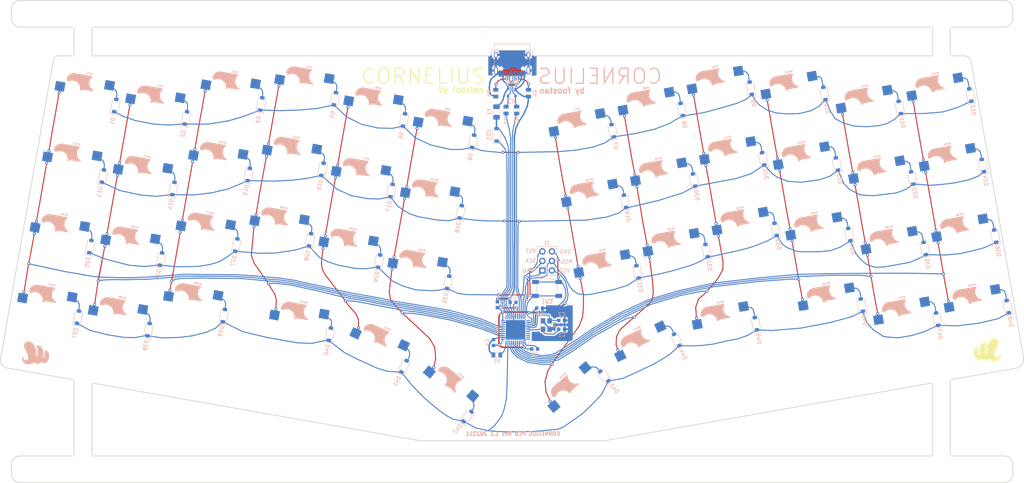
<source format=kicad_pcb>
(kicad_pcb (version 20221018) (generator pcbnew)
  (title_block (date "2023-11-12"))
  (layers (0 "F.Cu" signal) (31 "B.Cu" signal) (34 "B.Paste" user) (35 "F.Paste" user) (36 "B.SilkS" user "B.Silkscreen") (37 "F.SilkS" user "F.Silkscreen") (38 "B.Mask" user) (39 "F.Mask" user) (44 "Edge.Cuts" user))
  (net 0 "")
  (net 1 "GND")
  (net 2 "+5V")
  (net 3 "ROW0")
  (net 4 "ROW1")
  (net 5 "ROW3")
  (net 6 "COL0")
  (net 7 "COL1")
  (net 8 "COL2")
  (net 9 "COL3")
  (net 10 "COL4")
  (net 11 "COL5")
  (net 12 "RESET")
  (net 13 "D+")
  (net 14 "D-")
  (net 15 "MOSI")
  (net 16 "VBUS")
  (net 17 "COL6")
  (net 18 "MISO")
  (net 19 "COL7")
  (net 20 "COL8")
  (net 21 "COL9")
  (net 22 "COL10")
  (net 23 "COL11")
  (net 24 "Net-(U1-XTAL1)")
  (net 25 "Net-(U1-XTAL2)")
  (net 26 "Net-(U1-UCAP)")
  (net 27 "Net-(D1-A)")
  (net 28 "Net-(D2-A)")
  (net 29 "Net-(D3-A)")
  (net 30 "Net-(D4-A)")
  (net 31 "Net-(D5-A)")
  (net 32 "Net-(D6-A)")
  (net 33 "Net-(D7-A)")
  (net 34 "Net-(D8-A)")
  (net 35 "Net-(D9-A)")
  (net 36 "Net-(D10-A)")
  (net 37 "Net-(D11-A)")
  (net 38 "Net-(D12-A)")
  (net 39 "Net-(D13-A)")
  (net 40 "Net-(D14-A)")
  (net 41 "Net-(D15-A)")
  (net 42 "Net-(D16-A)")
  (net 43 "Net-(D17-A)")
  (net 44 "Net-(D18-A)")
  (net 45 "Net-(D19-A)")
  (net 46 "Net-(D20-A)")
  (net 47 "Net-(D21-A)")
  (net 48 "Net-(D22-A)")
  (net 49 "Net-(D23-A)")
  (net 50 "Net-(D24-A)")
  (net 51 "Net-(D25-A)")
  (net 52 "Net-(D26-A)")
  (net 53 "Net-(D27-A)")
  (net 54 "Net-(D28-A)")
  (net 55 "Net-(D29-A)")
  (net 56 "Net-(D30-A)")
  (net 57 "Net-(D31-A)")
  (net 58 "Net-(D32-A)")
  (net 59 "Net-(D33-A)")
  (net 60 "Net-(D34-A)")
  (net 61 "Net-(D35-A)")
  (net 62 "Net-(D36-A)")
  (net 63 "Net-(D37-A)")
  (net 64 "Net-(D38-A)")
  (net 65 "Net-(D39-A)")
  (net 66 "Net-(D40-A)")
  (net 67 "Net-(D41-A)")
  (net 68 "Net-(D42-A)")
  (net 69 "Net-(D43-A)")
  (net 70 "Net-(D44-A)")
  (net 71 "Net-(D45-A)")
  (net 72 "Net-(D46-A)")
  (net 73 "Net-(D47-A)")
  (net 74 "Net-(D48-A)")
  (net 75 "Net-(U1-~{HWB}{slash}PE2)")
  (net 76 "Net-(U1-D+)")
  (net 77 "Net-(U1-D-)")
  (net 78 "Net-(USB1-CC2)")
  (net 79 "Net-(USB1-CC1)")
  (net 89 "VCC")
  (footprint "kbd:keyswitch_cherrymx_hotswap_1u" (layer "F.Cu") (at 53.691392 58.211785 -10)
    (fp_text reference "MX2")
    (fp_text value "SW_Push" hide)
  )
  (footprint "kbd:keyswitch_cherrymx_hotswap_1u" (layer "F.Cu") (at 73.692478 54.484562 -10)
    (fp_text reference "MX3")
    (fp_text value "SW_Push" hide)
  )
  (footprint "kbd:keyswitch_cherrymx_hotswap_1u" (layer "F.Cu") (at 93.280066 53.102413 -10)
    (fp_text reference "MX4")
    (fp_text value "SW_Push" hide)
  )
  (footprint "kbd:keyswitch_cherrymx_hotswap_1u" (layer "F.Cu") (at 111.627154 58.755484 -10)
    (fp_text reference "MX5")
    (fp_text value "SW_Push" hide)
  )
  (footprint "kbd:keyswitch_cherrymx_hotswap_1u" (layer "F.Cu") (at 130.074242 64.407556 -10)
    (fp_text reference "MX6")
    (fp_text value "SW_Push" hide)
  )
  (footprint "kbd:keyswitch_cherrymx_hotswap_1u" (layer "F.Cu") (at 167.025558 64.405276 10)
    (fp_text reference "MX7")
    (fp_text value "SW_Push" hide)
  )
  (footprint "kbd:keyswitch_cherrymx_hotswap_1u" (layer "F.Cu") (at 185.372645 58.752204 10)
    (fp_text reference "MX8")
    (fp_text value "SW_Push" hide)
  )
  (footprint "kbd:keyswitch_cherrymx_hotswap_1u" (layer "F.Cu") (at 203.719733 53.099133 10)
    (fp_text reference "MX9")
    (fp_text value "SW_Push" hide)
  )
  (footprint "kbd:keyswitch_cherrymx_hotswap_1u" (layer "F.Cu") (at 223.307321 54.481282 10)
    (fp_text reference "MX10")
    (fp_text value "SW_Push" hide)
  )
  (footprint "kbd:keyswitch_cherrymx_hotswap_1u" (layer "F.Cu") (at 243.308407 58.208505 10)
    (fp_text reference "MX11")
    (fp_text value "SW_Push" hide)
  )
  (footprint "kbd:keyswitch_cherrymx_hotswap_1u" (layer "F.Cu") (at 262.068995 54.900507 10)
    (fp_text reference "MX12")
    (fp_text value "SW_Push" hide)
  )
  (footprint "kbd:keyswitch_cherrymx_hotswap_1u" (layer "F.Cu") (at 50.383394 76.972373 -10)
    (fp_text reference "MX14")
    (fp_text value "SW_Push" hide)
  )
  (footprint "kbd:keyswitch_cherrymx_hotswap_1u" (layer "F.Cu") (at 70.384481 73.24515 -10)
    (fp_text reference "MX15")
    (fp_text value "SW_Push" hide)
  )
  (footprint "kbd:keyswitch_cherrymx_hotswap_1u" (layer "F.Cu") (at 89.972068 71.863001 -10)
    (fp_text reference "MX16")
    (fp_text value "SW_Push" hide)
  )
  (footprint "kbd:keyswitch_cherrymx_hotswap_1u" (layer "F.Cu") (at 108.319156 77.516072 -10)
    (fp_text reference "MX17")
    (fp_text value "SW_Push" hide)
  )
  (footprint "kbd:keyswitch_cherrymx_hotswap_1u" (layer "F.Cu") (at 126.666244 83.169143 -10)
    (fp_text reference "MX18")
    (fp_text value "SW_Push" hide)
  )
  (footprint "kbd:keyswitch_cherrymx_hotswap_1u" (layer "F.Cu") (at 170.333555 83.165863 10)
    (fp_text reference "MX19")
    (fp_text value "SW_Push" hide)
  )
  (footprint "kbd:keyswitch_cherrymx_hotswap_1u" (layer "F.Cu") (at 188.680643 77.512792 10)
    (fp_text reference "MX20")
    (fp_text value "SW_Push" hide)
  )
  (footprint "kbd:keyswitch_cherrymx_hotswap_1u" (layer "F.Cu") (at 207.027731 71.859721 10)
    (fp_text reference "MX21")
    (fp_text value "SW_Push" hide)
  )
  (footprint "kbd:keyswitch_cherrymx_hotswap_1u" (layer "F.Cu") (at 226.615318 73.24187 10)
    (fp_text reference "MX22")
    (fp_text value "SW_Push" hide)
  )
  (footprint "kbd:keyswitch_cherrymx_hotswap_1u" (layer "F.Cu") (at 246.616405 76.969093 10)
    (fp_text reference "MX23")
    (fp_text value "SW_Push" hide)
  )
  (footprint "kbd:keyswitch_cherrymx_hotswap_1u" (layer "F.Cu") (at 265.376993 73.661095 10)
    (fp_text reference "MX24")
    (fp_text value "SW_Push" hide)
  )
  (footprint "kbd:keyswitch_cherrymx_hotswap_1u" (layer "F.Cu") (at 47.075396 95.73296 -10)
    (fp_text reference "MX26")
    (fp_text value "SW_Push" hide)
  )
  (footprint "kbd:keyswitch_cherrymx_hotswap_1u" (layer "F.Cu") (at 86.66407 90.623589 -10)
    (fp_text reference "MX28")
    (fp_text value "SW_Push" hide)
  )
  (footprint "kbd:keyswitch_cherrymx_hotswap_1u" (layer "F.Cu") (at 105.011158 96.27666 -10)
    (fp_text reference "MX29")
    (fp_text value "SW_Push" hide)
  )
  (footprint "kbd:keyswitch_cherrymx_hotswap_1u" (layer "F.Cu") (at 123.358246 101.929731 -10)
    (fp_text reference "MX30")
    (fp_text value "SW_Push" hide)
  )
  (footprint "kbd:keyswitch_cherrymx_hotswap_1u" (layer "F.Cu") (at 173.641553 101.926451 10)
    (fp_text reference "MX31")
    (fp_text value "SW_Push" hide)
  )
  (footprint "kbd:keyswitch_cherrymx_hotswap_1u" (layer "F.Cu") (at 191.988641 96.27338 10)
    (fp_text reference "MX32")
    (fp_text value "SW_Push" hide)
  )
  (footprint "kbd:keyswitch_cherrymx_hotswap_1u" (layer "F.Cu") (at 210.335729 90.620309 10)
    (fp_text reference "MX33")
    (fp_text value "SW_Push" hide)
  )
  (footprint "kbd:keyswitch_cherrymx_hotswap_1u" (layer "F.Cu") (at 229.923316 92.002458 10)
    (fp_text reference "MX34")
    (fp_text value "SW_Push" hide)
  )
  (footprint "kbd:keyswitch_cherrymx_hotswap_1u" (layer "F.Cu") (at 249.924403 95.72968 10)
    (fp_text reference "MX35")
    (fp_text value "SW_Push" hide)
  )
  (footprint "kbd:keyswitch_cherrymx_hotswap_1u" (layer "F.Cu") (at 268.684991 92.421682 10)
    (fp_text reference "MX36")
    (fp_text value "SW_Push" hide)
  )
  (footprint "kbd:keyswitch_cherrymx_hotswap_1u" (layer "F.Cu") (at 43.767398 114.493548 -10)
    (fp_text reference "MX38")
    (fp_text value "SW_Push" hide)
  )
  (footprint "kbd:keyswitch_cherrymx_hotswap_1u" (layer "F.Cu") (at 63.768485 110.766325 -10)
    (fp_text reference "MX39")
    (fp_text value "SW_Push" hide)
  )
  (footprint "kbd:keyswitch_cherrymx_hotswap_1u" (layer "F.Cu") (at 166.68 133.6463 40)
    (fp_text reference "MX43")
    (fp_text value "SW_Push" hide)
  )
  (footprint "kbd:keyswitch_cherrymx_hotswap_1u" (layer "F.Cu") (at 184.725 122.1383 25)
    (fp_text reference "MX44")
    (fp_text value "SW_Push" hide)
  )
  (footprint "kbd:keyswitch_cherrymx_hotswap_1u" (layer "F.Cu") (at 205.090432 115.725042 10)
    (fp_text reference "MX45")
    (fp_text value "SW_Push" hide)
  )
  (footprint "kbd:keyswitch_cherrymx_hotswap_1u" (layer "F.Cu") (at 233.231314 110.763045 10)
    (fp_text reference "MX46")
    (fp_text value "SW_Push" hide)
  )
  (footprint "kbd:keyswitch_cherrymx_hotswap_1u" (layer "F.Cu") (at 253.232401 114.490268 10)
    (fp_text reference "MX47")
    (fp_text value "SW_Push" hide)
  )
  (footprint "kbd:keyswitch_cherrymx_hotswap_1u" (layer "F.Cu") (at 271.992989 111.18227 10)
    (fp_text reference "MX48")
    (fp_text value "SW_Push" hide)
  )
  (footprint "kbd:keyswitch_cherrymx_hotswap_1u" (layer "F.Cu") (at 31.622806 73.664375 -10)
    (fp_text reference "MX13")
    (fp_text value "SW_Push" hide)
  )
  (footprint "kbd:keyswitch_cherrymx_hotswap_1u" (layer "F.Cu") (at 34.930804 54.903787 -10)
    (fp_text reference "MX1")
    (fp_text value "SW_Push" hide)
  )
  (footprint "kbd:keyswitch_cherrymx_hotswap_1u" (layer "F.Cu") (at 28.314808 92.424963 -10)
    (fp_text reference "MX25")
    (fp_text value "SW_Push" hide)
  )
  (footprint "kbd:keyswitch_cherrymx_hotswap_1u" (layer "F.Cu") (at 25.006811 111.18555 -10)
    (fp_text reference "MX37")
    (fp_text value "SW_Push" hide)
  )
  (footprint "kbd:keyswitch_cherrymx_hotswap_1u" (layer "F.Cu") (at 91.909367 115.728322 -10)
    (fp_text reference "MX40")
    (fp_text value "SW_Push" hide)
  )
  (footprint "kbd:keyswitch_cherrymx_hotswap_1u" (layer "F.Cu") (at 130.308 133.6373 -40)
    (fp_text reference "MX42")
    (fp_text value "SW_Push" hide)
  )
  (footprint "kbd:keyswitch_cherrymx_hotswap_1u" (layer "F.Cu") (at 112.277 122.1653 -25)
    (fp_text reference "MX41")
    (fp_text value "SW_Push" hide)
  )
  (footprint "kbd:corne-logo-silk" (layer "F.Cu") (at 274.77 121.37)
    (fp_text reference "G***" hide)
    (fp_text value "LOGO" hide)
  )
  (footprint "kbd:keyswitch_cherrymx_hotswap_1u" (layer "F.Cu") (at 67.076483 92.005738 -10)
    (fp_text reference "MX27")
    (fp_text value "SW_Push" hide)
  )
  (footprint "kbd:Breakaway_Tabs" (layer "F.Cu") (at 34.5 43.06)
    (fp_text reference "REF**")
    (fp_text value "Breakaway_Tabs")
  )
  (footprint "kbd:Breakaway_Tabs" (layer "F.Cu") (at 34.5 35.4383)
    (fp_text reference "REF**")
    (fp_text value "Breakaway_Tabs")
  )
  (footprint "kbd:Breakaway_Tabs" (layer "F.Cu") (at 262.5 43.06)
    (fp_text reference "REF**")
    (fp_text value "Breakaway_Tabs")
  )
  (footprint "kbd:Breakaway_Tabs" (layer "F.Cu") (at 262.5 35.4383)
    (fp_text reference "REF**")
    (fp_text value "Breakaway_Tabs")
  )
  (footprint "kbd:Breakaway_Tabs" (layer "F.Cu") (at 262.5 149.4383)
    (fp_text reference "REF**")
    (fp_text value "Breakaway_Tabs")
  )
  (footprint "kbd:Breakaway_Tabs" (layer "F.Cu") (at 262.5 129.6 10)
    (fp_text reference "REF**")
    (fp_text value "Breakaway_Tabs")
  )
  (footprint "kbd:Breakaway_Tabs" (layer "F.Cu") (at 34.5 149.4383)
    (fp_text reference "REF**")
    (fp_text value "Breakaway_Tabs")
  )
  (footprint "kbd:Breakaway_Tabs" (layer "F.Cu") (at 34.5 129.6 -10)
    (fp_text reference "REF**")
    (fp_text value "Breakaway_Tabs")
  )
  (footprint "Capacitor_SMD:C_0603_1608Metric" (layer "B.Cu") (at 161.65 113.4)
    (fp_text reference "C2")
    (fp_text value "22pF")
  )
  (footprint "Capacitor_SMD:C_0603_1608Metric" (layer "B.Cu") (at 148.75 108.6 180)
    (fp_text reference "C3")
    (fp_text value "1uF")
  )
  (footprint "Capacitor_SMD:C_0603_1608Metric" (layer "B.Cu") (at 143.55 119.3 90)
    (fp_text reference "C4")
    (fp_text value "0.1uF")
  )
  (footprint "Capacitor_SMD:C_0603_1608Metric" (layer "B.Cu") (at 155.8 110.15)
    (fp_text reference "C6")
    (fp_text value "0.1uF")
  )
  (footprint "Diode_SMD:D_SOD-123" (layer "B.Cu") (at 61.851681 59.577507 80)
    (fp_text reference "D2")
    (fp_text value "SOD-123")
  )
  (footprint "Diode_SMD:D_SOD-123" (layer "B.Cu") (at 81.852768 55.850285 80)
    (fp_text reference "D3")
    (fp_text value "SOD-123")
  )
  (footprint "Diode_SMD:D_SOD-123" (layer "B.Cu") (at 101.440355 54.468136 80)
    (fp_text reference "D4")
    (fp_text value "SOD-123")
  )
  (footprint "Diode_SMD:D_SOD-123" (layer "B.Cu") (at 119.787443 60.121207 80)
    (fp_text reference "D5")
    (fp_text value "SOD-123")
  )
  (footprint "Diode_SMD:D_SOD-123" (layer "B.Cu") (at 138.134531 65.774278 80)
    (fp_text reference "D6")
    (fp_text value "SOD-123")
  )
  (footprint "Diode_SMD:D_SOD-123" (layer "B.Cu") (at 175.184593 62.984767 100)
    (fp_text reference "D7")
    (fp_text value "SOD-123")
  )
  (footprint "Diode_SMD:D_SOD-123" (layer "B.Cu") (at 193.531681 57.331695 100)
    (fp_text reference "D8")
    (fp_text value "SOD-123")
  )
  (footprint "Diode_SMD:D_SOD-123" (layer "B.Cu") (at 211.878769 51.678624 100)
    (fp_text reference "D9")
    (fp_text value "SOD-123")
  )
  (footprint "Diode_SMD:D_SOD-123" (layer "B.Cu") (at 231.466356 53.060773 100)
    (fp_text reference "D10")
    (fp_text value "SOD-123")
  )
  (footprint "Diode_SMD:D_SOD-123" (layer "B.Cu") (at 251.467443 56.787996 100)
    (fp_text reference "D11")
    (fp_text value "SOD-123")
  )
  (footprint "Diode_SMD:D_SOD-123" (layer "B.Cu") (at 270.228031 53.479998 100)
    (fp_text reference "D12")
    (fp_text value "SOD-123")
  )
  (footprint "Diode_SMD:D_SOD-123" (layer "B.Cu") (at 39.783095 75.030097 80)
    (fp_text reference "D13")
    (fp_text value "SOD-123")
  )
  (footprint "Diode_SMD:D_SOD-123" (layer "B.Cu") (at 58.543683 78.338095 80)
    (fp_text reference "D14")
    (fp_text value "SOD-123")
  )
  (footprint "Diode_SMD:D_SOD-123" (layer "B.Cu") (at 78.54477 74.610873 80)
    (fp_text reference "D15")
    (fp_text value "SOD-123")
  )
  (footprint "Diode_SMD:D_SOD-123" (layer "B.Cu") (at 98.132357 73.228723 80)
    (fp_text reference "D16")
    (fp_text value "SOD-123")
  )
  (footprint "Diode_SMD:D_SOD-123" (layer "B.Cu") (at 116.479445 78.881795 80)
    (fp_text reference "D17")
    (fp_text value "SOD-123")
  )
  (footprint "Diode_SMD:D_SOD-123" (layer "B.Cu") (at 134.826533 84.534866 80)
    (fp_text reference "D18")
    (fp_text value "SOD-123")
  )
  (footprint "Diode_SMD:D_SOD-123" (layer "B.Cu") (at 178.492591 81.745354 100)
    (fp_text reference "D19")
    (fp_text value "SOD-123")
  )
  (footprint "Diode_SMD:D_SOD-123" (layer "B.Cu") (at 196.839679 76.092283 100)
    (fp_text reference "D20")
    (fp_text value "SOD-123")
  )
  (footprint "Diode_SMD:D_SOD-123" (layer "B.Cu") (at 215.186767 70.439212 100)
    (fp_text reference "D21")
    (fp_text value "SOD-123")
  )
  (footprint "Diode_SMD:D_SOD-123" (layer "B.Cu") (at 234.774354 71.821361 100)
    (fp_text reference "D22")
    (fp_text value "SOD-123")
  )
  (footprint "Diode_SMD:D_SOD-123" (layer "B.Cu") (at 254.775441 75.548584 100)
    (fp_text reference "D23")
    (fp_text value "SOD-123")
  )
  (footprint "Diode_SMD:D_SOD-123" (layer "B.Cu") (at 273.536029 72.240586 100)
    (fp_text reference "D24")
    (fp_text value "SOD-123")
  )
  (footprint "Diode_SMD:D_SOD-123" (layer "B.Cu") (at 36.475098 93.790685 80)
    (fp_text reference "D25")
    (fp_text value "SOD-123")
  )
  (footprint "Diode_SMD:D_SOD-123" (layer "B.Cu") (at 55.235685 97.098683 80)
    (fp_text reference "D26")
    (fp_text value "SOD-123")
  )
  (footprint "Diode_SMD:D_SOD-123" (layer "B.Cu") (at 75.236772 93.37146 80)
    (fp_text reference "D27")
    (fp_text value "SOD-123")
  )
  (footprint "Diode_SMD:D_SOD-123" (layer "B.Cu") (at 94.824359 91.989311 80)
    (fp_text reference "D28")
    (fp_text value "SOD-123")
  )
  (footprint "Diode_SMD:D_SOD-123" (layer "B.Cu") (at 113.171447 97.642382 80)
    (fp_text reference "D29")
    (fp_text value "SOD-123")
  )
  (footprint "Diode_SMD:D_SOD-123" (layer "B.Cu") (at 131.518535 103.295454 80)
    (fp_text reference "D30")
    (fp_text value "SOD-123")
  )
  (footprint "Diode_SMD:D_SOD-123" (layer "B.Cu") (at 181.800589 100.505942 100)
    (fp_text reference "D31")
    (fp_text value "SOD-123")
  )
  (footprint "Diode_SMD:D_SOD-123" (layer "B.Cu") (at 200.147677 94.852871 100)
    (fp_text reference "D32")
    (fp_text value "SOD-123")
  )
  (footprint "Diode_SMD:D_SOD-123" (layer "B.Cu") (at 218.494765 89.1998 100)
    (fp_text reference "D33")
    (fp_text value "SOD-123")
  )
  (footprint "Diode_SMD:D_SOD-123" (layer "B.Cu") (at 238.082352 90.581949 100)
    (fp_text reference "D34")
    (fp_text value "SOD-123")
  )
  (footprint "Diode_SMD:D_SOD-123" (layer "B.Cu") (at 258.083439 94.309171 100)
    (fp_text reference "D35")
    (fp_text value "SOD-123")
  )
  (footprint "Diode_SMD:D_SOD-123" (layer "B.Cu") (at 276.844027 91.001174 100)
    (fp_text reference "D36")
    (fp_text value "SOD-123")
  )
  (footprint "Diode_SMD:D_SOD-123" (layer "B.Cu") (at 33.1671 112.551273 80)
    (fp_text reference "D37")
    (fp_text value "SOD-123")
  )
  (footprint "Diode_SMD:D_SOD-123" (layer "B.Cu") (at 51.927687 115.859271 80)
    (fp_text reference "D38")
    (fp_text value "SOD-123")
  )
  (footprint "Diode_SMD:D_SOD-123" (layer "B.Cu") (at 71.928774 112.132048 80)
    (fp_text reference "D39")
    (fp_text value "SOD-123")
  )
  (footprint "Diode_SMD:D_SOD-123" (layer "B.Cu") (at 100.07 117.0833 80)
    (fp_text reference "D40")
    (fp_text value "SOD-123")
  )
  (footprint "Diode_SMD:D_SOD-123" (layer "B.Cu") (at 119.78 125.651 65)
    (fp_text reference "D41")
    (fp_text value "SOD-123")
  )
  (footprint "Diode_SMD:D_SOD-123" (layer "B.Cu") (at 136.63 138.971 50)
    (fp_text reference "D42")
    (fp_text value "SOD-123")
  )
  (footprint "Diode_SMD:D_SOD-123" (layer "B.Cu") (at 172.98 128.25 130)
    (fp_text reference "D43")
    (fp_text value "SOD-123")
  )
  (footprint "Diode_SMD:D_SOD-123" (layer "B.Cu") (at 192.22 118.61 115)
    (fp_text reference "D44")
    (fp_text value "SOD-123")
  )
  (footprint "Diode_SMD:D_SOD-123" (layer "B.Cu") (at 213.25 114.2923 100)
    (fp_text reference "D45")
    (fp_text value "SOD-123")
  )
  (footprint "Diode_SMD:D_SOD-123" (layer "B.Cu") (at 241.39035 109.342536 100)
    (fp_text reference "D46")
    (fp_text value "SOD-123")
  )
  (footprint "Diode_SMD:D_SOD-123" (layer "B.Cu") (at 261.391437 113.069759 100)
    (fp_text reference "D47")
    (fp_text value "SOD-123")
  )
  (footprint "Diode_SMD:D_SOD-123" (layer "B.Cu") (at 280.152024 109.761761 100)
    (fp_text reference "D48")
    (fp_text value "SOD-123")
  )
  (footprint "Connector_PinHeader_2.54mm:PinHeader_2x03_P2.54mm_Vertical" (layer "B.Cu") (at 156.54 100.1383)
    (fp_text reference "J1")
    (fp_text value "AVR-ISP-6")
  )
  (footprint "Resistor_SMD:R_0805_2012Metric" (layer "B.Cu") (at 144.45 122.6)
    (fp_text reference "R1")
    (fp_text value "10k")
  )
  (footprint "Resistor_SMD:R_0805_2012Metric" (layer "B.Cu") (at 149.708001 57.49 90)
    (fp_text reference "R2")
    (fp_text value "22")
  )
  (footprint "Resistor_SMD:R_0805_2012Metric" (layer "B.Cu") (at 146.89 57.49 90)
    (fp_text reference "R3")
    (fp_text value "22")
  )
  (footprint "Resistor_SMD:R_0805_2012Metric" (layer "B.Cu") (at 144.15 52.99 -90)
    (fp_text reference "R5")
    (fp_text value "5.1k")
  )
  (footprint "Button_Switch_SMD:SW_SPST_SKQG_WithStem" (layer "B.Cu") (at 157.8 105.05 180)
    (fp_text reference "SW1")
    (fp_text value "SW_Push")
  )
  (footprint "Package_DFN_QFN:QFN-44-1EP_7x7mm_P0.5mm_EP5.2x5.2mm" (layer "B.Cu") (at 149.4028 115.9256 -90)
    (fp_text reference "U1")
    (fp_text value "ATmega32U4-M")
  )
  (footprint "Package_TO_SOT_SMD:SOT-143" (layer "B.Cu") (at 148.4 52.79 180)
    (fp_text reference "U2")
    (fp_text value "PRTR5V0U2X")
  )
  (footprint "Fuse:Fuse_1206_3216Metric" (layer "B.Cu") (at 144.35 57.99 90)
    (fp_text reference "F1")
    (fp_text value "500mA")
  )
  (footprint "Diode_SMD:D_SOD-123" (layer "B.Cu") (at 43.091093 56.26951 80)
    (fp_text reference "D1")
    (fp_text value "SOD-123")
  )
  (footprint "Capacitor_SMD:C_0603_1608Metric" (layer "B.Cu") (at 161.65 115.75)
    (fp_text reference "C1")
    (fp_text value "22pF")
  )
  (footprint "Crystal:Crystal_SMD_3225-4Pin_3.2x2.5mm" (layer "B.Cu") (at 157.6 114.65 90)
    (fp_text reference "Y1")
    (fp_text value "16MHz")
  )
  (footprint "Resistor_SMD:R_0805_2012Metric" (layer "B.Cu") (at 152.85 52.99 -90)
    (fp_text reference "R4")
    (fp_text value "5.1k")
  )
  (footprint "Capacitor_SMD:C_0603_1608Metric" (layer "B.Cu") (at 144.6 109.25 90)
    (fp_text reference "C7")
    (fp_text value "10uF")
  )
  (footprint "Capacitor_SMD:C_0603_1608Metric" (layer "B.Cu") (at 154.5 121)
    (fp_text reference "C5")
    (fp_text value "0.1uF")
  )
  (footprint "kbd:corne-logo-silk" (layer "B.Cu") (at 21.86 122.19 180)
    (fp_text reference "G***" hide)
    (fp_text value "LOGO" hide)
  )
  (footprint "Connector_USB:USB_C_Receptacle_HRO_TYPE-C-31-M-12" (layer "B.Cu") (at 148.5 43.8383)
    (fp_text reference "USB1")
    (fp_text value "TYPE-C-31-M-12")
  )
  (footprint "Diode_SMD:D_SOD-123" (layer "B.Cu") (at 144.37 64.0658 90)
    (fp_text reference "ZD1")
    (fp_text value "Schottky")
  )
  (gr_circle (center 145.26 111.62) (end 145.4 111.78) (stroke (width 0.15)) (fill none) (layer "B.SilkS"))
  (gr_arc (start 284.349572 123.208774) (mid 283.90548 125.088658) (end 282.280622 126.133176) (stroke (width 0.2)) (layer "Edge.Cuts"))
  (gr_arc (start 268.54 43.07) (mid 269.745318 43.47684) (end 270.423889 44.552874) (stroke (width 0.2)) (layer "Edge.Cuts"))
  (gr_arc (start 154.48 43.06) (mid 154.126447 42.913553) (end 153.98 42.56) (stroke (width 0.2)) (layer "Edge.Cuts"))
  (gr_line (start 27.93 43.06) (end 32.125 43.06) (stroke (width 0.2)) (layer "Edge.Cuts"))
  (gr_line (start 15.5 33.0633) (end 15.5 30.6883) (stroke (width 0.2)) (layer "Edge.Cuts"))
  (gr_line (start 15.5 154.1883) (end 15.5 151.8133) (stroke (width 0.2)) (layer "Edge.Cuts"))
  (gr_line (start 36.875 43.06) (end 142.48 43.06) (stroke (width 0.2)) (layer "Edge.Cuts"))
  (gr_line (start 264.875 43.06) (end 268.54 43.07) (stroke (width 0.2)) (layer "Edge.Cuts"))
  (gr_line (start 264.875 35.4383) (end 279.125 35.4383) (stroke (width 0.2)) (layer "Edge.Cuts"))
  (gr_line (start 32.125 35.4383) (end 17.875 35.4383) (stroke (width 0.2)) (layer "Edge.Cuts"))
  (gr_line (start 264.875 149.4383) (end 279.125 149.4383) (stroke (width 0.2)) (layer "Edge.Cuts"))
  (gr_line (start 32.125 149.4383) (end 17.875 149.4383) (stroke (width 0.2)) (layer "Edge.Cuts"))
  (gr_line (start 32.125 129.2) (end 14.261117 126.044247) (stroke (width 0.2)) (layer "Edge.Cuts"))
  (gr_line (start 264.875 129.2) (end 282.280622 126.133176) (stroke (width 0.2)) (layer "Edge.Cuts"))
  (gr_arc (start 15.5 151.8133) (mid 16.195621 150.133921) (end 17.875 149.4383) (stroke (width 0.2)) (layer "Edge.Cuts"))
  (gr_arc (start 281.5 33.0633) (mid 280.804379 34.742679) (end 279.125 35.4383) (stroke (width 0.2)) (layer "Edge.Cuts"))
  (gr_line (start 281.5 30.6883) (end 281.5 33.0633) (stroke (width 0.2)) (layer "Edge.Cuts"))
  (gr_line (start 264.875 35.4383) (end 264.875 43.06) (stroke (width 0.2)) (layer "Edge.Cuts"))
  (gr_arc (start 142.98 42.06) (mid 143.126447 41.706447) (end 143.48 41.56) (stroke (width 0.2)) (layer "Edge.Cuts"))
  (gr_line (start 124.077486 145.423418) (end 36.875 130.05) (stroke (width 0.2)) (layer "Edge.Cuts"))
  (gr_line (start 260.125 35.4383) (end 36.875 35.4383) (stroke (width 0.2)) (layer "Edge.Cuts"))
  (gr_line (start 142.98 42.56) (end 142.98 42.06) (stroke (width 0.2)) (layer "Edge.Cuts"))
  (gr_arc (start 17.875 35.4383) (mid 16.195621 34.742679) (end 15.5 33.0633) (stroke (width 0.2)) (layer "Edge.Cuts"))
  (gr_line (start 260.125 130.05) (end 172.927282 145.423418) (stroke (width 0.2)) (layer "Edge.Cuts"))
  (gr_arc (start 281.5 154.1883) (mid 280.804379 155.867679) (end 279.125 156.5633) (stroke (width 0.2)) (layer "Edge.Cuts"))
  (gr_line (start 154.48 43.06) (end 260.125 43.06) (stroke (width 0.2)) (layer "Edge.Cuts"))
  (gr_line (start 270.423889 44.552874) (end 284.349572 123.208774) (stroke (width 0.2)) (layer "Edge.Cuts"))
  (gr_line (start 172.927282 145.423418) (end 124.077486 145.423418) (stroke (width 0.2)) (layer "Edge.Cuts"))
  (gr_line (start 264.875 149.4383) (end 264.875 129.2) (stroke (width 0.2)) (layer "Edge.Cuts"))
  (gr_line (start 260.125 35.4383) (end 260.125 43.06) (stroke (width 0.2)) (layer "Edge.Cuts"))
  (gr_arc (start 15.5 30.6883) (mid 16.195621 29.008921) (end 17.875 28.3133) (stroke (width 0.2)) (layer "Edge.Cuts"))
  (gr_line (start 260.125 149.4383) (end 260.125 130.05) (stroke (width 0.2)) (layer "Edge.Cuts"))
  (gr_arc (start 26.650172 44.188894) (mid 27.074236 43.379737) (end 27.93 43.06) (stroke (width 0.2)) (layer "Edge.Cuts"))
  (gr_arc (start 153.48 41.56) (mid 153.833553 41.706447) (end 153.98 42.06) (stroke (width 0.2)) (layer "Edge.Cuts"))
  (gr_arc (start 279.125 28.3133) (mid 280.804379 29.008921) (end 281.5 30.6883) (stroke (width 0.2)) (layer "Edge.Cuts"))
  (gr_line (start 36.875 149.4383) (end 36.875 130.05) (stroke (width 0.2)) (layer "Edge.Cuts"))
  (gr_arc (start 17.875 156.5633) (mid 16.195621 155.867679) (end 15.5 154.1883) (stroke (width 0.2)) (layer "Edge.Cuts"))
  (gr_line (start 32.125 35.4383) (end 32.125 43.06) (stroke (width 0.2)) (layer "Edge.Cuts"))
  (gr_line (start 12.58 123.719185) (end 26.650172 44.188894) (stroke (width 0.2)) (layer "Edge.Cuts"))
  (gr_line (start 153.98 42.06) (end 153.98 42.56) (stroke (width 0.2)) (layer "Edge.Cuts"))
  (gr_line (start 36.875 35.4383) (end 36.875 43.06) (stroke (width 0.2)) (layer "Edge.Cuts"))
  (gr_line (start 17.875 28.3133) (end 279.125 28.3133) (stroke (width 0.2)) (layer "Edge.Cuts"))
  (gr_arc (start 142.98 42.56) (mid 142.833553 42.913553) (end 142.48 43.06) (stroke (width 0.2)) (layer "Edge.Cuts"))
  (gr_line (start 143.48 41.56) (end 153.48 41.56) (stroke (width 0.2)) (layer "Edge.Cuts"))
  (gr_line (start 32.125 149.4383) (end 32.125 129.2) (stroke (width 0.2)) (layer "Edge.Cuts"))
  (gr_line (start 281.5 151.8133) (end 281.5 154.1883) (stroke (width 0.2)) (layer "Edge.Cuts"))
  (gr_line (start 36.875 149.4383) (end 260.125 149.4383) (stroke (width 0.2)) (layer "Edge.Cuts"))
  (gr_line (start 279.125 156.5633) (end 17.875 156.5633) (stroke (width 0.2)) (layer "Edge.Cuts"))
  (gr_arc (start 14.261117 126.044247) (mid 12.960939 125.21404) (end 12.58 123.719185) (stroke (width 0.2)) (layer "Edge.Cuts"))
  (gr_arc (start 279.125 149.4383) (mid 280.804379 150.133921) (end 281.5 151.8133) (stroke (width 0.2)) (layer "Edge.Cuts"))
  (gr_text "by foostan" (at 161.73 52.31) (layer "B.SilkS") (effects (font (size 1.5 1.5) (thickness 0.3)) (justify mirror)))
  (gr_text "CORNELIUS" (at 171.82 48.52) (layer "B.SilkS") (effects (font (size 4 4) (thickness 0.3)) (justify mirror)))
  (gr_text "CORNELIUS PCB Rev 1.1 202311" (at 148.67125 143.54875) (layer "B.SilkS") (effects (font (size 1 1) (thickness 0.25)) (justify mirror)))
  (gr_text "CORNELIUS" (at 124.87 48.52) (layer "F.SilkS") (effects (font (size 4 4) (thickness 0.3))))
  (gr_text "by foostan" (at 134.98 52.06) (layer "F.SilkS") (effects (font (size 1.5 1.5) (thickness 0.3))))
  (segment (start 160.65 99.95) (end 160.65 97.3) (width 0.254) (layer "F.Cu") (net 1))
  (segment (start 147.68 107.65) (end 144.9 107.65) (width 0.381) (layer "F.Cu") (net 1))
  (segment (start 147.69 107.66) (end 147.68 107.65) (width 0.381) (layer "F.Cu") (net 1))
  (segment (start 160.658334 101.241666) (end 160.65 99.95) (width 0.254) (layer "F.Cu") (net 1))
  (segment (start 160.8 101.95) (end 160.658334 101.241666) (width 0.254) (layer "F.Cu") (net 1))
  (via (at 147.69 107.66) (size 0.8) (drill 0.4) (layers "F.Cu" "B.Cu") (net 1))
  (via (at 160.65 97.3) (size 0.8) (drill 0.4) (layers "F.Cu" "B.Cu") (net 1))
  (via (at 160.8 101.95) (size 0.8) (drill 0.4) (layers "F.Cu" "B.Cu") (net 1))
  (via (at 144.65 107.649998) (size 0.8) (drill 0.4) (layers "F.Cu" "B.Cu") (net 1))
  (segment (start 154.8 120.3) (end 154.2 120.1) (width 0.254) (layer "B.Cu") (net 1))
  (segment (start 148.97099 112.45741) (end 148.9028 112.5256) (width 0.254) (layer "B.Cu") (net 1))
  (segment (start 158.9 110.1) (end 157.5 110.15) (width 0.254) (layer "B.Cu") (net 1))
  (segment (start 151.33405 113.99435) (end 147.47155 113.99435) (width 0.254) (layer "B.Cu") (net 1))
  (segment (start 152.8 120.05) (end 152.3 120) (width 0.254) (layer "B.Cu") (net 1))
  (segment (start 151.33405 117.85685) (end 151.33405 113.99435) (width 0.254) (layer "B.Cu") (net 1))
  (segment (start 147.47155 116.56935) (end 147.47155 117.85685) (width 0.254) (layer "B.Cu") (net 1))
  (segment (start 162.3 112.3375) (end 161.8 111.7) (width 0.381) (layer "B.Cu") (net 1))
  (segment (start 147.47155 115.28185) (end 151.33405 115.28185) (width 0.254) (layer "B.Cu") (net 1))
  (segment (start 157.5 110.15) (end 156.5875 110.15) (width 0.254) (layer "B.Cu") (net 1))
  (segment (start 145.275 47.8833) (end 144.594 47.8833) (width 0.381) (layer "B.Cu") (net 1))
  (segment (start 148.9028 113.8506) (end 148.75905 113.99435) (width 0.254) (layer "B.Cu") (net 1))
  (segment (start 150.04655 113.99435) (end 150.04655 117.85685) (width 0.254) (layer "B.Cu") (net 1))
  (segment (start 142.85 49.39) (end 142.55 50.29) (width 0.381) (layer "B.Cu") (net 1))
  (segment (start 155.3 120.9) (end 154.8 120.3) (width 0.254) (layer "B.Cu") (net 1))
  (segment (start 149.4 51.94) (end 149.4 52.04) (width 0.381) (layer "B.Cu") (net 1))
  (segment (start 149.1 92.618752) (end 149.06 92.658752) (width 0.381) (layer "B.Cu") (net 1))
  (segment (start 160.6 96.5) (end 160.4 96.05) (width 0.254) (layer "B.Cu") (net 1))
  (segment (start 146.0028 117.9256) (end 147.4028 117.9256) (width 0.254) (layer "B.Cu") (net 1))
  (segment (start 144.18 42.7883) (end 145.188 42.7883) (width 0.508) (layer "B.Cu") (net 1))
  (segment (start 153.8744 114.9256) (end 153.95 114.85) (width 0.254) (layer "B.Cu") (net 1))
  (segment (start 142.45 51.59) (end 142.55 52.85919) (width 0.381) (layer "B.Cu") (net 1))
  (segment (start 156.5875 110.15) (end 156.5875 110.725) (width 0.381) (layer "B.Cu") (net 1))
  (segment (start 144.338298 118.15) (end 145.05 117.95) (width 0.254) (layer "B.Cu") (net 1))
  (segment (start 151.9028 119.3256) (end 151.89 118.6883) (width 0.254) (layer "B.Cu") (net 1))
  (segment (start 142.4 120.9) (end 142.5 121.6) (width 0.381) (layer "B.Cu") (net 1))
  (segment (start 142.55 52.85919) (end 142.95 53.49) (width 0.381) (layer "B.Cu") (net 1))
  (segment (start 160.2 114.6) (end 159.55 115) (width 0.381) (layer "B.Cu") (net 1))
  (segment (start 151.33405 116.56935) (end 147.47155 116.56935) (width 0.254) (layer "B.Cu") (net 1))
  (segment (start 160.65 97.3) (end 160.6 96.5) (width 0.254) (layer "B.Cu") (net 1))
  (segment (start 143.35 48.79) (end 142.85 49.39) (width 0.381) (layer "B.Cu") (net 1))
  (segment (start 162.4375 114.4875) (end 162.4375 113.4) (width 0.381) (layer "B.Cu") (net 1))
  (segment (start 155.85 111.4) (end 155.25 111.4) (width 0.381) (layer "B.Cu") (net 1))
  (segment (start 155.25 111.4) (end 154.96 111.6483) (width 0.381) (layer "B.Cu") (net 1))
  (segment (start 160.9 103.2) (end 161.94 103.5283) (width 0.254) (layer "B.Cu") (net 1))
  (segment (start 151.725 49.615) (end 151.35 50.49) (width 0.381) (layer "B.Cu") (net 1))
  (segment (start 152.5 56.49) (end 152.75 55.24) (width 0.381) (layer "B.Cu") (net 1))
  (segment (start 147.9125 108.775) (end 148.05 109.85) (width 0.254) (layer "B.Cu") (net 1))
  (segment (start 151.5 58.79) (end 152.5 56.49) (width 0.381) (layer "B.Cu") (net 1))
  (segment (start 151.5 53.84) (end 152.85 53.9275) (width 0.381) (layer "B.Cu") (net 1))
  (segment (start 150.5 60.19) (end 151.5 58.79) (width 0.381) (layer "B.Cu") (net 1))
  (segment (start 154.45 114.7083) (end 153.95 114.85) (width 0.381) (layer "B.Cu") (net 1))
  (segment (start 143.55 118.5125) (end 142.75 119.2) (width 0.381) (layer "B.Cu") (net 1))
  (segment (start 156.75 113.812942) (end 156.75 113.55) (width 0.381) (layer "B.Cu") (net 1))
  (segment (start 143.1 122.3) (end 143.5125 122.6) (width 0.381) (layer "B.Cu") (net 1))
  (segment (start 142.75 119.2) (end 142.4 120) (width 0.381) (layer "B.Cu") (net 1))
  (segment (start 161.8 108.6) (end 160.65 109.7) (width 0.254) (layer "B.Cu") (net 1))
  (segment (start 151.6903 114.9256) (end 151.33405 115.28185) (width 0.254) (layer "B.Cu") (net 1))
  (segment (start 151.905 47.8833) (end 152.82 46.9683) (width 0.381) (layer "B.Cu") (net 1))
  (segment (start 148.75905 113.99435) (end 147.47155 113.99435) (width 0.254) (layer "B.Cu") (net 1))
  (segment (start 149.4 52.04) (end 150.1 52.89) (width 0.381) (layer "B.Cu") (net 1))
  (segment (start 149 105.4) (end 149.05 104.7) (width 0.381) (layer "B.Cu") (net 1))
  (segment (start 151.89 118.6883) (end 151.33405 117.85685) (width 0.254) (layer "B.Cu") (net 1))
  (segment (start 142.55 50.29) (end 142.45 51.59) (width 0.381) (layer "B.Cu") (net 1))
  (segment (start 160.4 96.05) (end 159.47 94.96) (width 0.254) (layer "B.Cu") (net 1))
  (segment (start 143.55 118.5125) (end 144.338298 118.15) (width 0.254) (layer "B.Cu") (net 1))
  (segment (start 148.5 106.75) (end 149 105.4) (width 0.381) (layer "B.Cu") (net 1))
  (segment (start 148.05 109.85) (end 148.4 110.7) (width 0.254) (layer "B.Cu") (net 1))
  (segment (start 161.4 114.5) (end 160.2 114.6) (width 0.381) (layer "B.Cu") (net 1))
  (segment (start 158.45 115.75) (end 158.45 115.512942) (width 0.381) (layer "B.Cu") (net 1))
  (segment (start 148.75905 117.85685) (end 148.75905 116.56935) (width 0.254) (layer "B.Cu") (net 1))
  (segment (start 150.1 52.89) (end 151.5 53.84) (width 0.381) (layer "B.Cu") (net 1))
  (segment (start 148.75905 116.56935) (end 148.75905 115.28185) (width 0.254) (layer "B.Cu") (net 1))
  (segment (start 162.4375 115.75) (end 162.4375 114.4875) (width 0.381) (layer "B.Cu") (net 1))
  (segment (start 147.69 107.66) (end 148.5 106.75) (width 0.381) (layer "B.Cu") (net 1))
  (segment (start 147.9125 108.2) (end 147.9125 108.775) (width 0.254) (layer "B.Cu") (net 1))
  (segment (start 156.5875 110.725) (end 155.9125 111.4) (width 0.381) (layer "B.Cu") (net 1))
  (segment (start 147.69 107.66) (end 147.9 108.2) (width 0.381) (layer "B.Cu") (net 1))
  (segment (start 151.725 47.8833) (end 151.725 49.615) (width 0.381) (layer "B.Cu") (net 1))
  (segment (start 149.1 64.49) (end 149.5 62.29) (width 0.381) (layer "B.Cu") (net 1))
  (segment (start 144.594 47.8833) (end 143.35 48.79) (width 0.381) (layer "B.Cu") (net 1))
  (segment (start 152.3 120) (end 151.9028 119.6028) (width 0.254) (layer "B.Cu") (net 1))
  (segment (start 160.65 109.7) (end 158.9 110.1) (width 0.254) (layer "B.Cu") (net 1))
  (segment (start 162.45 107.9) (end 161.8 108.6) (width 0.254) (layer "B.Cu") (net 1))
  (segment (start 160.9 103.2) (end 154.7 103.2) (width 0.254) (layer "B.Cu") (net 1))
  (segment (start 148.75905 113.99435) (end 150.04655 113.99435) (width 0.254) (layer "B.Cu") (net 1))
  (segment (start 152.75 55.24) (end 152.85 53.9275) (width 0.381) (layer "B.Cu") (net 1))
  (segment (start 142.95 53.49) (end 144.15 53.9275) (width 0.381) (layer "B.Cu") (net 1))
  (segment (start 144.6 108.5625) (end 144.6 107.7) (width 0.381) (layer "B.Cu") (net 1))
  (segment (start 158.45 115.512942) (end 156.75 113.812942) (width 0.381) (layer "B.Cu") (net 1))
  (segment (start 152.82 42.7883) (end 152.82 46.9683) (width 0.508) (layer "B.Cu") (net 1))
  (segment (start 146.0028 113.9256) (end 147.4028 113.9256) (width 0.254) (layer "B.Cu") (net 1))
  (segment (start 148.4 110.7) (end 148.9 111.6) (width 0.254) (layer "B.Cu") (net 1))
  (segment (start 147.4028 117.9256) (end 147.47155 117.85685) (width 0.254) (layer "B.Cu") (net 1))
  (segment (start 162.4375 113.4) (end 162.3 112.3375) (width 0.381) (layer "B.Cu") (net 1))
  (segment (start 148.9028 112.5256) (end 148.9028 113.8506) (width 0.254) (layer "B.Cu") (net 1))
  (segment (start 144.18 46.9683) (end 144.18 42.7883) (width 0.508) (layer "B.Cu") (net 1))
  (segment (start 142.4 120) (end 142.4 120.9) (width 0.381) (layer "B.Cu") (net 1))
  (segment (start 162.4375 114.4875) (end 161.4 114.5) (width 0.381) (layer "B.Cu") (net 1))
  (segment (start 147.47155 113.99435) (end 147.47155 115.28185) (width 0.254) (layer "B.Cu") (net 1))
  (segment (start 155.9125 111.4) (end 155.85 111.4) (width 0.381) (layer "B.Cu") (net 1))
  (segment (start 162.65 105.2) (end 162.8 106.75) (width 0.254) (layer "B.Cu") (net 1))
  (segment (start 150.65 51.19) (end 149.4 51.94) (width 0.381) (layer "B.Cu") (net 1))
  (segment (start 162.8 106.75) (end 162.45 107.9) (width 0.254) (layer "B.Cu") (net 1))
  (segment (start 145.05 117.95) (end 146.0028 117.9256) (width 0.254) (layer "B.Cu") (net 1))
  (segment (start 147.47155 115.28185) (end 147.47155 116.56935) (width 0.254) (layer "B.Cu") (net 1))
  (segment (start 150.04655 117.85685) (end 151.33405 117.85685) (width 0.254) (layer "B.Cu") (net 1))
  (segment (start 149.05 104.69) (end 149.06 103.09) (width 0.381) (layer "B.Cu") (net 1))
  (segment (start 160.9 111.4) (end 155.85 111.4) (width 0.381) (layer "B.Cu") (net 1))
  (segment (start 159.55 115) (end 158.9 115.75) (width 0.381) (layer "B.Cu") (net 1))
  (segment (start 142.5 121.6) (end 143.1 122.3) (width 0.381) (layer "B.Cu") (net 1))
  (segment (start 147.47155 117.85685) (end 151.33405 117.85685) (width 0.254) (layer "B.Cu") (net 1))
  (segment (start 160.8 103.1) (end 160.9 103.2) (width 0.381) (layer "B.Cu") (net 1))
  (segment (start 147.47155 117.85685) (end 148.75905 117.85685) (width 0.254) (layer "B.Cu") (net 1))
  (segment (start 145.188 42.7883) (end 152.82 42.7883) (width 0.508) (layer "B.Cu") (net 1))
  (segment (start 154.64 114.0883) (end 154.45 114.7083) (width 0.381) (layer "B.Cu") (net 1))
  (segment (start 161.8 111.7) (end 160.9 111.4) (width 0.381) (layer "B.Cu") (net 1))
  (segment (start 154.71 112.1783) (end 154.64 114.0883) (width 0.381) (layer "B.Cu") (net 1))
  (segment (start 149.06 92.658752) (end 149.06 103.09) (width 0.381) (layer "B.Cu") (net 1))
  (segment (start 151.9028 119.6028) (end 151.9028 119.3256) (width 0.254) (layer "B.Cu") (net 1))
  (segment (start 151.35 50.49) (end 150.65 51.19) (width 0.381) (layer "B.Cu") (net 1))
  (segment (start 151.725 47.8833) (end 151.905 47.8833) (width 0.381) (layer "B.Cu") (net 1))
  (segment (start 158.9 115.75) (end 158.45 115.75) (width 0.381) (layer "B.Cu") (net 1))
  (segment (start 154.2 120.1) (end 152.8 120.05) (width 0.254) (layer "B.Cu") (net 1))
  (segment (start 149.1 64.49) (end 149.1 92.618752) (width 0.381) (layer "B.Cu") (net 1))
  (segment (start 147.9 108.2) (end 147.9125 108.2) (width 0.381) (layer "B.Cu") (net 1))
  (segment (start 161.94 103.5283) (end 162.65 105.2) (width 0.254) (layer "B.Cu") (net 1))
  (segment (start 152.8028 114.9256) (end 153.8744 114.9256) (width 0.254) (layer "B.Cu") (net 1))
  (segment (start 149.5 62.29) (end 150.5 60.19) (width 0.381) (layer "B.Cu") (net 1))
  (segment (start 148.9 111.6) (end 148.97099 112.45741) (width 0.254) (layer "B.Cu") (net 1))
  (segment (start 147.4028 113.9256) (end 147.47155 113.99435) (width 0.254) (layer "B.Cu") (net 1))
  (segment (start 160.8 101.95) (end 160.8 103.1) (width 0.381) (layer "B.Cu") (net 1))
  (segment (start 144.36 46.9683) (end 145.275 47.8833) (width 0.381) (layer "B.Cu") (net 1))
  (segment (start 154.96 111.6483) (end 154.71 112.1783) (width 0.381) (layer "B.Cu") (net 1))
  (segment (start 148.75905 115.28185) (end 148.75905 113.99435) (width 0.254) (layer "B.Cu") (net 1))
  (segment (start 152.8028 114.9256) (end 151.6903 114.9256) (width 0.254) (layer "B.Cu") (net 1))
  (segment (start 152.890275 111.1903) (end 153.049978 111.350003) (width 0.381) (layer "F.Cu") (net 2))
  (segment (start 145 119.9) (end 145.5 120.4) (width 0.381) (layer "F.Cu") (net 2))
  (segment (start 145.085715 112.185715) (end 145 112.9) (width 0.381) (layer "F.Cu") (net 2))
  (segment (start 145 112.9) (end 145 119.9) (width 0.381) (layer "F.Cu") (net 2))
  (segment (start 162.55 108.9) (end 161.15 110.1) (width 0.381) (layer "F.Cu") (net 2))
  (segment (start 145.25 111.65) (end 145.085715 112.185715) (width 0.381) (layer "F.Cu") (net 2))
  (segment (start 161.15 110.1) (end 159.55 110.85) (width 0.381) (layer "F.Cu") (net 2))
  (segment (start 145.5 120.4) (end 146.233334 120.566666) (width 0.381) (layer "F.Cu") (net 2))
  (segment (start 146.0028 111.1903) (end 152.890275 111.1903) (width 0.381) (layer "F.Cu") (net 2))
  (segment (start 146.0028 111.1903) (end 145.25 111.65) (width 0.381) (layer "F.Cu") (net 2))
  (segment (start 159.55 110.85) (end 157.7 111.15) (width 0.381) (layer "F.Cu") (net 2))
  (segment (start 157.7 111.15) (end 153.049978 111.350003) (width 0.381) (layer "F.Cu") (net 2))
  (segment (start 146.233334 120.566666) (end 151.733334 120.566666) (width 0.381) (layer "F.Cu") (net 2))
  (via (at 151.733334 120.566666) (size 0.8) (drill 0.4) (layers "F.Cu" "B.Cu") (net 2))
  (via (at 153.049978 111.350003) (size 0.8) (drill 0.4) (layers "F.Cu" "B.Cu") (net 2))
  (via (at 162.55 108.9) (size 0.8) (drill 0.4) (layers "F.Cu" "B.Cu") (net 2))
  (via (at 146.0028 111.1903) (size 0.8) (drill 0.4) (layers "F.Cu" "B.Cu") (net 2))
  (via (at 145 119.9) (size 0.8) (drill 0.4) (layers "F.Cu" "B.Cu") (net 2))
  (segment (start 163.15 105.1) (end 162.65 103.15) (width 0.254) (layer "B.Cu") (net 2))
  (segment (start 163.15 107.95) (end 163.35 106.7) (width 0.254) (layer "B.Cu") (net 2))
  (segment (start 151.733334 120.566666) (end 151.6 120.45) (width 0.254) (layer "B.Cu") (net 2))
  (segment (start 144.8 110.1) (end 145.25 109.7) (width 0.254) (layer "B.Cu") (net 2))
  (segment (start 162.55 108.9) (end 163.15 107.95) (width 0.254) (layer "B.Cu") (net 2))
  (segment (start 154.17 112.0183) (end 154.15 113.9083) (width 0.254) (layer "B.Cu") (net 2))
  (segment (start 152 120.8) (end 151.733334 120.566666) (width 0.254) (layer "B.Cu") (net 2))
  (segment (start 145.35 66.29) (end 144.35 65.44) (width 0.254) (layer "B.Cu") (net 2))
  (segment (start 162.15 102.2) (end 161 101.05) (width 0.254) (layer "B.Cu") (net 2))
  (segment (start 144.25 120.05) (end 145 119.9) (width 0.254) (layer "B.Cu") (net 2))
  (segment (start 146.0028 111.1903) (end 144.9 110.0875) (width 0.254) (layer "B.Cu") (net 2))
  (segment (start 152.45 121) (end 152 120.8) (width 0.254) (layer "B.Cu") (net 2))
  (segment (start 162.65 103.15) (end 162.15 102.2) (width 0.254) (layer "B.Cu") (net 2))
  (segment (start 153.6244 114.4256) (end 152.8028 114.4256) (width 0.254) (layer "B.Cu") (net 2))
  (segment (start 145.25 109.7) (end 145.55 108.95) (width 0.254) (layer "B.Cu") (net 2))
  (segment (start 147.15 73.91) (end 147.1 73.86) (width 0.254) (layer "B.Cu") (net 2))
  (segment (start 153.75 121) (end 152.45 121) (width 0.254) (layer "B.Cu") (net 2))
  (segment (start 145.55 108.95) (end 145.6 107) (width 0.254) (layer "B.Cu") (net 2))
  (segment (start 145.9 66.89) (end 145.35 66.29) (width 0.254) (layer "B.Cu") (net 2))
  (segment (start 153.615663 111.350003) (end 153.049978 111.350003) (width 0.381) (layer "B.Cu") (net 2))
  (segment (start 147.1 73.86) (end 147.06 68.96) (width 0.254) (layer "B.Cu") (net 2))
  (segment (start 154.02 114.2683) (end 153.6244 114.4256) (width 0.254) (layer "B.Cu") (net 2))
  (segment (start 145 119.9) (end 145.7 119.35) (width 0.254) (layer "B.Cu") (net 2))
  (segment (start 143.55 120.0875) (end 144.25 120.05) (width 0.254) (layer "B.Cu") (net 2))
  (segment (start 155.0125 110.15) (end 153.812497 111.350003) (width 0.381) (layer "B.Cu") (net 2))
  (segment (start 147.15 103.85) (end 147.15 73.91) (width 0.254) (layer "B.Cu") (net 2))
  (segment (start 145.6 107) (end 146.3 105.65) (width 0.254) (layer "B.Cu") (net 2))
  (segment (start 146.55 67.69) (end 145.9 66.89) (width 0.254) (layer "B.Cu") (net 2))
  (segment (start 163.35 106.7) (end 163.15 105.1) (width 0.254) (layer "B.Cu") (net 2))
  (segment (start 154.18125 110.98125) (end 154.17 112.0183) (width 0.254) (layer "B.Cu") (net 2))
  (segment (start 161 101.05) (end 159.12 100.04) (width 0.254) (layer "B.Cu") (net 2))
  (segment (start 146.0028 113.4256) (end 146.0028 111.1903) (width 0.254) (layer "B.Cu") (net 2))
  (segment (start 151.4028 119.9296) (end 151.4028 119.3256) (width 0.254) (layer "B.Cu") (net 2))
  (segment (start 159.12 100.04) (end 159.47 100.04) (width 0.254) (layer "B.Cu") (net 2))
  (segment (start 146.95 104.8) (end 147.15 103.85) (width 0.254) (layer "B.Cu") (net 2))
  (segment (start 146.3 105.65) (end 146.95 104.8) (width 0.254) (layer "B.Cu") (net 2))
  (segment (start 147.06 68.96) (end 146.55 67.69) (width 0.254) (layer "B.Cu") (net 2))
  (segment (start 145.7 119.35) (end 146.0028 118.4256) (width 0.254) (layer "B.Cu") (net 2))
  (segment (start 151.6 120.45) (end 151.4028 119.9296) (width 0.254) (layer "B.Cu") (net 2))
  (segment (start 153.812497 111.350003) (end 153.615663 111.350003) (width 0.381) (layer "B.Cu") (net 2))
  (segment (start 155.0125 110.15) (end 154.18125 110.98125) (width 0.254) (layer "B.Cu") (net 2))
  (segment (start 154.15 113.9083) (end 154.02 114.2683) (width 0.254) (layer "B.Cu") (net 2))
  (segment (start 146.07 68.73) (end 150.13 68.73) (width 0.254) (layer "F.Cu") (net 3))
  (via (at 150.13 68.73) (size 0.8) (drill 0.4) (layers "F.Cu" "B.Cu") (net 3))
  (via (at 146.07 68.73) (size 0.8) (drill 0.4) (layers "F.Cu" "B.Cu") (net 3))
  (segment (start 266.8016 56.7944) (end 262.8392 57.9882) (width 0.254) (layer "B.Cu") (net 3))
  (segment (start 236.3978 60.9092) (end 234.315 59.7662) (width 0.254) (layer "B.Cu") (net 3))
  (segment (start 213.1314 54.9656) (end 212.165288 53.303557) (width 0.254) (layer "B.Cu") (net 3))
  (segment (start 234.315 59.7662) (end 233.045 57.7596) (width 0.254) (layer "B.Cu") (net 3))
  (segment (start 86.9966 57.6336) (end 92.229 57.4558) (width 0.254) (layer "B.Cu") (net 3))
  (segment (start 224.7138 58.42) (end 221.5642 58.4962) (width 0.254) (layer "B.Cu") (net 3))
  (segment (start 149.9 68.73) (end 149.65 69.27) (width 0.254) (layer "B.Cu") (net 3))
  (segment (start 149.65 76.5) (end 149.554663 104.6) (width 0.254) (layer "B.Cu") (net 3))
  (segment (start 204.6224 56.7436) (end 199.5678 58.1152) (width 0.254) (layer "B.Cu") (net 3))
  (segment (start 181.4576 63.6778) (end 175.471112 64.6097) (width 0.254) (layer "B.Cu") (net 3))
  (segment (start 92.229 57.4558) (end 96.928 57.024) (width 0.254) (layer "B.Cu") (net 3))
  (segment (start 67.6672 61.215) (end 73.2552 60.326) (width 0.254) (layer "B.Cu") (net 3))
  (segment (start 144.88 68.73) (end 140.6 68.29) (width 0.254) (layer "B.Cu") (net 3))
  (segment (start 77.4208 59.0814) (end 81.566249 57.475218) (width 0.254) (layer "B.Cu") (net 3))
  (segment (start 150 106.7) (end 150.35 107.45) (width 0.254) (layer "B.Cu") (net 3))
  (segment (start 270.51455 55.104931) (end 266.8016 56.7944) (width 0.254) (layer "B.Cu") (net 3))
  (segment (start 150.13 68.73) (end 149.9 68.73) (width 0.254) (layer "B.Cu") (net 3))
  (segment (start 218.5416 58.2422) (end 216.154 57.4294) (width 0.254) (layer "B.Cu") (net 3))
  (segment (start 186.2836 62.5856) (end 181.4576 63.6778) (width 0.254) (layer "B.Cu") (net 3))
  (segment (start 122.7852 64.8472) (end 127.0016 66.803) (width 0.254) (layer "B.Cu") (net 3))
  (segment (start 199.5678 58.1152) (end 194.527455 58.956628) (width 0.254) (layer "B.Cu") (net 3))
  (segment (start 233.045 57.7596) (end 231.752875 54.685706) (width 0.254) (layer "B.Cu") (net 3))
  (segment (start 246.0752 61.595) (end 242.7224 61.9252) (width 0.254) (layer "B.Cu") (net 3))
  (segment (start 116.70989 62.3326) (end 119.500924 61.74614) (width 0.254) (layer "B.Cu") (net 3))
  (segment (start 101.153836 56.093069) (end 104.675 59.3862) (width 0.254) (layer "B.Cu") (net 3))
  (segment (start 251.753962 58.412929) (end 250.063 59.9694) (width 0.254) (layer "B.Cu") (net 3))
  (segment (start 127.0016 66.803) (end 132.1832 67.9714) (width 0.254) (layer "B.Cu") (net 3))
  (segment (start 135.1296 67.946) (end 137.848012 67.399211) (width 0.254) (layer "B.Cu") (net 3))
  (segment (start 210.8962 54.483) (end 208.4324 55.6006) (width 0.254) (layer "B.Cu") (net 3))
  (segment (start 96.928 57.024) (end 101.153836 56.093069) (width 0.254) (layer "B.Cu") (net 3))
  (segment (start 132.1832 67.9714) (end 135.1296 67.946) (width 0.254) (layer "B.Cu") (net 3))
  (segment (start 119.500924 61.74614) (end 122.7852 64.8472) (width 0.254) (layer "B.Cu") (net 3))
  (segment (start 231.752875 54.685706) (end 229.997 56.4896) (width 0.254) (layer "B.Cu") (net 3))
  (segment (start 146.07 68.73) (end 144.88 68.73) (width 0.254) (layer "B.Cu") (net 3))
  (segment (start 248.031 61.087) (end 246.0752 61.595) (width 0.254) (layer "B.Cu") (net 3))
  (segment (start 53.0622 61.1896) (end 57.304 61.469) (width 0.254) (layer "B.Cu") (net 3))
  (segment (start 140.6 68.29) (end 137.848012 67.399211) (width 0.254) (layer "B.Cu") (net 3))
  (segment (start 212.165288 53.303557) (end 210.8962 54.483) (width 0.254) (layer "B.Cu") (net 3))
  (segment (start 250.063 59.9694) (end 248.031 61.087) (width 0.254) (layer "B.Cu") (net 3))
  (segment (start 60.855907 61.20244) (end 61.565162 61.20244) (width 0.254) (layer "B.Cu") (net 3))
  (segment (start 160.5026 68.5546) (end 165.3794 68.1482) (width 0.254) (layer "B.Cu") (net 3))
  (segment (start 108.612 61.2912) (end 112.8792 62.2564) (width 0.254) (layer "B.Cu") (net 3))
  (segment (start 150.4 108.15) (end 150.4028 112.5256) (width 0.254) (layer "B.Cu") (net 3))
  (segment (start 45.366 59.2338) (end 48.4648 60.2752) (width 0.254) (layer "B.Cu") (net 3))
  (segment (start 61.565162 61.20244) (end 67.6672 61.215) (width 0.254) (layer "B.Cu") (net 3))
  (segment (start 190.0682 61.1632) (end 186.2836 62.5856) (width 0.254) (layer "B.Cu") (net 3))
  (segment (start 173.1518 66.2178) (end 175.471112 64.6097) (width 0.254) (layer "B.Cu") (net 3))
  (segment (start 42.804574 57.894443) (end 45.366 59.2338) (width 0.254) (layer "B.Cu") (net 3))
  (segment (start 216.154 57.4294) (end 214.1474 56.1086) (width 0.254) (layer "B.Cu") (net 3))
  (segment (start 258.0132 58.3946) (end 251.753962 58.412929) (width 0.254) (layer "B.Cu") (net 3))
  (segment (start 242.7224 61.9252) (end 239.1664 61.722) (width 0.254) (layer "B.Cu") (net 3))
  (segment (start 149.8 106) (end 150 106.7) (width 0.254) (layer "B.Cu") (net 3))
  (segment (start 112.8792 62.2564) (end 116.70989 62.3326) (width 0.254) (layer "B.Cu") (net 3))
  (segment (start 239.1664 61.722) (end 236.3978 60.9092) (width 0.254) (layer "B.Cu") (net 3))
  (segment (start 149.65 69.27) (end 149.65 76.5) (width 0.254) (layer "B.Cu") (net 3))
  (segment (start 221.5642 58.4962) (end 218.5416 58.2422) (width 0.254) (layer "B.Cu") (net 3))
  (segment (start 193.8182 58.956628) (end 190.0682 61.1632) (width 0.254) (layer "B.Cu") (net 3))
  (segment (start 73.2552 60.326) (end 77.4208 59.0814) (width 0.254) (layer "B.Cu") (net 3))
  (segment (start 150.13 68.73) (end 160.5026 68.5546) (width 0.254) (layer "B.Cu") (net 3))
  (segment (start 262.8392 57.9882) (end 258.0132 58.3946) (width 0.254) (layer "B.Cu") (net 3))
  (segment (start 194.527455 58.956628) (end 193.8182 58.956628) (width 0.254) (layer "B.Cu") (net 3))
  (segment (start 150.35 107.45) (end 150.4 108.15) (width 0.254) (layer "B.Cu") (net 3))
  (segment (start 227.8634 57.658) (end 224.7138 58.42) (width 0.254) (layer "B.Cu") (net 3))
  (segment (start 48.4648 60.2752) (end 53.0622 61.1896) (width 0.254) (layer "B.Cu") (net 3))
  (segment (start 229.997 56.4896) (end 227.8634 57.658) (width 0.254) (layer "B.Cu") (net 3))
  (segment (start 57.304 61.469) (end 60.855907 61.20244) (width 0.254) (layer "B.Cu") (net 3))
  (segment (start 81.566249 57.475218) (end 86.9966 57.6336) (width 0.254) (layer "B.Cu") (net 3))
  (segment (start 165.3794 68.1482) (end 169.9006 67.3354) (width 0.254) (layer "B.Cu") (net 3))
  (segment (start 149.554663 104.6) (end 149.8 106) (width 0.254) (layer "B.Cu") (net 3))
  (segment (start 169.9006 67.3354) (end 173.1518 66.2178) (width 0.254) (layer "B.Cu") (net 3))
  (segment (start 208.4324 55.6006) (end 204.6224 56.7436) (width 0.254) (layer "B.Cu") (net 3))
  (segment (start 104.675 59.3862) (end 108.612 61.2912) (width 0.254) (layer "B.Cu") (net 3))
  (segment (start 214.1474 56.1086) (end 213.1314 54.9656) (width 0.254) (layer "B.Cu") (net 3))
  (segment (start 146.42674 86.97326) (end 150.45 87.05) (width 0.254) (layer "F.Cu") (net 4))
  (via (at 150.45 87.05) (size 0.8) (drill 0.4) (layers "F.Cu" "B.Cu") (net 4))
  (via (at 146.42674 86.97326) (size 0.8) (drill 0.4) (layers "F.Cu" "B.Cu") (net 4))
  (segment (start 113.184 81.1286) (end 116.192926 80.506728) (width 0.254) (layer "B.Cu") (net 4))
  (segment (start 179.488365 83.370287) (end 178.77911 83.370287) (width 0.254) (layer "B.Cu") (net 4))
  (segment (start 218.8464 75.311) (end 217.4748 74.295) (width 0.254) (layer "B.Cu") (net 4))
  (segment (start 131.726 86.8944) (end 134.540014 86.159799) (width 0.254) (layer "B.Cu") (net 4))
  (segment (start 259.5626 77.4954) (end 255.771215 77.173517) (width 0.254) (layer "B.Cu") (net 4))
  (segment (start 151.25 106.3) (end 150.8 107.35) (width 0.254) (layer "B.Cu") (net 4))
  (segment (start 97.845838 74.853656) (end 101.9572 78.5124) (width 0.254) (layer "B.Cu") (net 4))
  (segment (start 85.1932 76.3788) (end 90.1208 76.1248) (width 0.254) (layer "B.Cu") (net 4))
  (segment (start 273.822548 73.865519) (end 272.3134 75.057) (width 0.254) (layer "B.Cu") (net 4))
  (segment (start 211.963 74.3966) (end 207.9498 75.692) (width 0.254) (layer "B.Cu") (net 4))
  (segment (start 150 104.6) (end 150.2 105.7) (width 0.254) (layer "B.Cu") (net 4))
  (segment (start 155.25 99.1783) (end 154.8 99.7083) (width 0.254) (layer "B.Cu") (net 4))
  (segment (start 207.9498 75.692) (end 197.126198 77.717216) (width 0.254) (layer "B.Cu") (net 4))
  (segment (start 150.852362 107.697638) (end 150.944067 108.394067) (width 0.254) (layer "B.Cu") (net 4))
  (segment (start 150.8 107.3) (end 150.852362 107.697638) (width 0.254) (layer "B.Cu") (net 4))
  (segment (start 150.45 87.05) (end 168.0718 86.741) (width 0.254) (layer "B.Cu") (net 4))
  (segment (start 155.85 98.55) (end 155.85 98.5783) (width 0.254) (layer "B.Cu") (net 4))
  (segment (start 58.257164 79.963028) (end 63.8826 80.0618) (width 0.254) (layer "B.Cu") (net 4))
  (segment (start 54.0528 80.4174) (end 58.257164 79.963028) (width 0.254) (layer "B.Cu") (net 4))
  (segment (start 153.78 100.5283) (end 152.95 100.9) (width 0.254) (layer "B.Cu") (net 4))
  (segment (start 225.2218 76.6826) (end 221.7166 76.4286) (width 0.254) (layer "B.Cu") (net 4))
  (segment (start 272.3134 75.057) (end 269.9004 75.9968) (width 0.254) (layer "B.Cu") (net 4))
  (segment (start 151.629487 102.279487) (end 151.6 103.4) (width 0.254) (layer "B.Cu") (net 4))
  (segment (start 187.5282 81.4832) (end 179.488365 83.370287) (width 0.254) (layer "B.Cu") (net 4))
  (segment (start 44.2738 78.868) (end 49.938 80.0872) (width 0.254) (layer "B.Cu") (net 4))
  (segment (start 235.060873 73.446294) (end 232.8926 75.074325) (width 0.254) (layer "B.Cu") (net 4))
  (segment (start 221.7166 76.4286) (end 218.8464 75.311) (width 0.254) (layer "B.Cu") (net 4))
  (segment (start 176.8856 84.836) (end 178.77911 83.370287) (width 0.254) (layer "B.Cu") (net 4))
  (segment (start 151.55 104.1) (end 151.45 105.45) (width 0.254) (layer "B.Cu") (net 4))
  (segment (start 93.7022 75.693) (end 97.845838 74.853656) (width 0.254) (layer "B.Cu") (net 4))
  (segment (start 116.192926 80.506728) (end 118.0608 83.0082) (width 0.254) (layer "B.Cu") (net 4))
  (segment (start 150.45 106.55) (end 150.8 107.3) (width 0.254) (layer "B.Cu") (net 4))
  (segment (start 150.05 88.35) (end 150.05 90.25) (width 0.254) (layer "B.Cu") (net 4))
  (segment (start 90.1208 76.1248) (end 93.7022 75.693) (width 0.254) (layer "B.Cu") (net 4))
  (segment (start 168.0718 86.741) (end 173.5328 85.9536) (width 0.254) (layer "B.Cu") (net 4))
  (segment (start 173.5328 85.9536) (end 176.8856 84.836) (width 0.254) (layer "B.Cu") (net 4))
  (segment (start 121.4898 85.1418) (end 123.598 85.853) (width 0.254) (layer "B.Cu") (net 4))
  (segment (start 119.8388 84.2274) (end 121.4898 85.1418) (width 0.254) (layer "B.Cu") (net 4))
  (segment (start 73.052 78.4616) (end 78.17 76.324057) (width 0.254) (layer "B.Cu") (net 4))
  (segment (start 217.4748 74.295) (end 215.473286 72.064145) (width 0.254) (layer "B.Cu") (net 4))
  (segment (start 241.1476 80.0608) (end 238.1758 78.6638) (width 0.254) (layer "B.Cu") (net 4))
  (segment (start 262.7376 77.2414) (end 259.5626 77.4954) (width 0.254) (layer "B.Cu") (net 4))
  (segment (start 193.7512 79.5528) (end 191.008 80.3656) (width 0.254) (layer "B.Cu") (net 4))
  (segment (start 63.8826 80.0618) (end 68.5562 79.503) (width 0.254) (layer "B.Cu") (net 4))
  (segment (start 128.3986 86.6912) (end 131.726 86.8944) (width 0.254) (layer "B.Cu") (net 4))
  (segment (start 150.05 90.25) (end 150 104.6) (width 0.254) (layer "B.Cu") (net 4))
  (segment (start 101.9572 78.5124) (end 105.7418 80.2396) (width 0.254) (layer "B.Cu") (net 4))
  (segment (start 146.42674 86.97326) (end 141.75 86.95) (width 0.254) (layer "B.Cu") (net 4))
  (segment (start 155.85 98.5783) (end 155.25 99.1783) (width 0.254) (layer "B.Cu") (net 4))
  (segment (start 152.35 101.2) (end 151.8 101.6) (width 0.254) (layer "B.Cu") (net 4))
  (segment (start 250.4948 79.5274) (end 244.3988 80.264) (width 0.254) (layer "B.Cu") (net 4))
  (segment (start 110.0598 81.027) (end 113.184 81.1286) (width 0.254) (layer "B.Cu") (net 4))
  (segment (start 150.944067 108.394067) (end 150.9028 112.5256) (width 0.254) (layer "B.Cu") (net 4))
  (segment (start 138.55 86.751) (end 134.614215 86.234) (width 0.254) (layer "B.Cu") (net 4))
  (segment (start 266.1158 76.835) (end 262.7376 77.2414) (width 0.254) (layer "B.Cu") (net 4))
  (segment (start 150.45 87.05) (end 150.2 87.7) (width 0.254) (layer "B.Cu") (net 4))
  (segment (start 156.58 97.5) (end 155.85 98.55) (width 0.254) (layer "B.Cu") (net 4))
  (segment (start 105.7418 80.2396) (end 110.0598 81.027) (width 0.254) (layer "B.Cu") (net 4))
  (segment (start 232.8926 75.074325) (end 230.2256 75.9968) (width 0.254) (layer "B.Cu") (net 4))
  (segment (start 215.473286 72.064145) (end 211.963 74.3966) (width 0.254) (layer "B.Cu") (net 4))
  (segment (start 197.126198 77.717216) (end 193.7512 79.5528) (width 0.254) (layer "B.Cu") (net 4))
  (segment (start 269.9004 75.9968) (end 266.1158 76.835) (width 0.254) (layer "B.Cu") (net 4))
  (segment (start 255.06196 77.173517) (end 252.9586 78.613) (width 0.254) (layer "B.Cu") (net 4))
  (segment (start 123.598 85.853) (end 128.3986 86.6912) (width 0.254) (layer "B.Cu") (net 4))
  (segment (start 191.008 80.3656) (end 187.5282 81.4832) (width 0.254) (layer "B.Cu") (net 4))
  (segment (start 150.2 105.7) (end 150.45 106.55) (width 0.254) (layer "B.Cu") (net 4))
  (segment (start 39.496576 76.65503) (end 44.2738 78.868) (width 0.254) (layer "B.Cu") (net 4))
  (segment (start 78.17 76.324057) (end 78.258251 76.235806) (width 0.254) (layer "B.Cu") (net 4))
  (segment (start 78.258251 76.235806) (end 85.1932 76.3788) (width 0.254) (layer "B.Cu") (net 4))
  (segment (start 151.6 103.4) (end 151.55 104.1) (width 0.254) (layer "B.Cu") (net 4))
  (segment (start 238.1758 78.6638) (end 236.5756 76.962) (width 0.254) (layer "B.Cu") (net 4))
  (segment (start 244.3988 80.264) (end 241.1476 80.0608) (width 0.254) (layer "B.Cu") (net 4))
  (segment (start 134.614215 86.234) (end 134.540014 86.159799) (width 0.381) (layer "B.Cu") (net 4))
  (segment (start 141.75 86.95) (end 138.65 86.75) (width 0.254) (layer "B.Cu") (net 4))
  (segment (start 151.45 105.45) (end 151.25 106.3) (width 0.254) (layer "B.Cu") (net 4))
  (segment (start 236.5756 76.962) (end 235.060873 73.446294) (width 0.254) (layer "B.Cu") (net 4))
  (segment (start 154.8 99.7083) (end 153.78 100.5283) (width 0.254) (layer "B.Cu") (net 4))
  (segment (start 252.9586 78.613) (end 250.4948 79.5274) (width 0.254) (layer "B.Cu") (net 4))
  (segment (start 230.2256 75.9968) (end 225.2218 76.6826) (width 0.254) (layer "B.Cu") (net 4))
  (segment (start 151.8 101.6) (end 151.629487 102.279487) (width 0.254) (layer "B.Cu") (net 4))
  (segment (start 118.0608 83.0082) (end 119.8388 84.2274) (width 0.254) (layer "B.Cu") (net 4))
  (segment (start 255.771215 77.173517) (end 255.06196 77.173517) (width 0.254) (layer "B.Cu") (net 4))
  (segment (start 68.5562 79.503) (end 73.052 78.4616) (width 0.254) (layer "B.Cu") (net 4))
  (segment (start 49.938 80.0872) (end 54.0528 80.4174) (width 0.254) (layer "B.Cu") (net 4))
  (segment (start 152.95 100.9) (end 152.35 101.2) (width 0.254) (layer "B.Cu") (net 4))
  (segment (start 150.2 87.7) (end 150.05 88.35) (width 0.254) (layer "B.Cu") (net 4))
  (segment (start 45.5184 117.9332) (end 48.3632 117.984) (width 0.254) (layer "B.Cu") (net 5))
  (segment (start 217.297 116.1034) (end 213.536519 115.917233) (width 0.254) (layer "B.Cu") (net 5))
  (segment (start 225.1202 115.4684) (end 217.297 116.1034) (width 0.254) (layer "B.Cu") (net 5))
  (segment (start 174.0406 129.513973) (end 172.3136 133.0452) (width 0.254) (layer "B.Cu") (net 5))
  (segment (start 149.99 143.02) (end 146.38 143.04) (width 0.254) (layer "B.Cu") (net 5))
  (segment (start 76.9382 116.4092) (end 83.4406 117.9586) (width 0.254) (layer "B.Cu") (net 5))
  (segment (start 124.233 133.1224) (end 126.3412 135.0274) (width 0.254) (layer "B.Cu") (net 5))
  (segment (start 51.641168 117.484204) (end 55.4752 118.0602) (width 0.254) (layer "B.Cu") (net 5))
  (segment (start 112.5744 126.0866) (end 115.3176 126.9248) (width 0.254) (layer "B.Cu") (net 5))
  (segment (start 131.0148 138.685) (end 132.7674 139.6756) (width 0.254) (layer "B.Cu") (net 5))
  (segment (start 241.676869 110.967469) (end 238.7854 112.395) (width 0.254) (layer "B.Cu") (net 5))
  (segment (start 196.2404 120.1928) (end 192.91732 120.105408) (width 0.254) (layer "B.Cu") (net 5))
  (segment (start 146.97 134.35) (end 147.13 131.01) (width 0.254) (layer "B.Cu") (net 5))
  (segment (start 103.8368 121.8956) (end 107.2912 123.6736) (width 0.254) (layer "B.Cu") (net 5))
  (segment (start 160.56 142.35) (end 154.08 142.97) (width 0.254) (layer "B.Cu") (net 5))
  (segment (start 261.677956 114.694692) (end 257.81 116.4844) (width 0.254) (layer "B.Cu") (net 5))
  (segment (start 143.54 141.72) (end 144.66 140.31) (width 0.254) (layer "B.Cu") (net 5))
  (segment (start 144.66 140.31) (end 145.72 138.81) (width 0.254) (layer "B.Cu") (net 5))
  (segment (start 201.7776 119.7356) (end 198.8312 120.0658) (width 0.254) (layer "B.Cu") (net 5))
  (segment (start 242.824 114.1222) (end 241.9096 111.8362) (width 0.254) (layer "B.Cu") (net 5))
  (segment (start 277.5712 112.9538) (end 272.4912 114.1476) (width 0.254) (layer "B.Cu") (net 5))
  (segment (start 67.0576 116.6378) (end 69.7246 115.4694) (width 0.254) (layer "B.Cu") (net 5))
  (segment (start 208.5848 118.2878) (end 205.1812 118.9228) (width 0.254) (layer "B.Cu") (net 5))
  (segment (start 138.87 142.021) (end 135.5694 140.234973) (width 0.254) (layer "B.Cu") (net 5))
  (segment (start 170.1546 135.3312) (end 167.132 138.2522) (width 0.254) (layer "B.Cu") (net 5))
  (segment (start 128.9828 137.2372) (end 131.0148 138.685) (width 0.254) (layer "B.Cu") (net 5))
  (segment (start 36.349 116.0536) (end 41.0734 117.2474) (width 0.254) (layer "B.Cu") (net 5))
  (segment (start 250.9012 118.0592) (end 247.2436 117.729) (width 0.254) (layer "B.Cu") (net 5))
  (segment (start 91.4924 119.381) (end 95.3786 119.508) (width 0.254) (layer "B.Cu") (net 5))
  (segment (start 147.13 131.01) (end 147.4028 119.3256) (width 0.254) (layer "B.Cu") (net 5))
  (segment (start 241.9096 111.8362) (end 241.676869 110.967469) (width 0.254) (layer "B.Cu") (net 5))
  (segment (start 118.320654 127.146408) (end 119.08268 127.146408) (width 0.254) (layer "B.Cu") (net 5))
  (segment (start 205.1812 118.9228) (end 201.7776 119.7356) (width 0.254) (layer "B.Cu") (net 5))
  (segment (start 198.8312 120.0658) (end 196.2404 120.1928) (width 0.254) (layer "B.Cu") (net 5))
  (segment (start 162 141.85) (end 160.56 142.35) (width 0.254) (layer "B.Cu") (net 5))
  (segment (start 238.7854 112.395) (end 233.2228 113.919) (width 0.254) (layer "B.Cu") (net 5))
  (segment (start 177.8254 128.8542) (end 174.0406 129.513973) (width 0.254) (layer "B.Cu") (net 5))
  (segment (start 126.3412 135.0274) (end 128.9828 137.2372) (width 0.254) (layer "B.Cu") (net 5))
  (segment (start 60.3266 117.9078) (end 63.4254 117.5268) (width 0.254) (layer "B.Cu") (net 5))
  (segment (start 99.783481 118.708233) (end 103.8368 121.8956) (width 0.254) (layer "B.Cu") (net 5))
  (segment (start 69.7246 115.4694) (end 71.642255 113.756981) (width 0.254) (layer "B.Cu") (net 5))
  (segment (start 115.3176 126.9248) (end 118.320654 127.146408) (width 0.254) (layer "B.Cu") (net 5))
  (segment (start 119.08268 127.146408) (end 121.6168 130.3538) (width 0.254) (layer "B.Cu") (net 5))
  (segment (start 57.4818 118.0348) (end 60.3266 117.9078) (width 0.254) (layer "B.Cu") (net 5))
  (segment (start 142.05 142.73) (end 143.54 141.72) (width 0.254) (layer "B.Cu") (net 5))
  (segment (start 48.3632 117.984) (end 50.931913 117.484204) (width 0.254) (layer "B.Cu") (net 5))
  (segment (start 257.81 116.4844) (end 254.7874 117.3988) (width 0.254) (layer "B.Cu") (net 5))
  (segment (start 254.7874 117.3988) (end 250.9012 118.0592) (width 0.254) (layer "B.Cu") (net 5))
  (segment (start 233.2228 113.919) (end 225.1202 115.4684) (width 0.254) (layer "B.Cu") (net 5))
  (segment (start 211.0232 117.3988) (end 208.5848 118.2878) (width 0.254) (layer "B.Cu") (net 5))
  (segment (start 146.34 137.15) (end 146.97 134.35) (width 0.254) (layer "B.Cu") (net 5))
  (segment (start 190.3222 122.5042) (end 186.2582 124.968) (width 0.254) (layer "B.Cu") (net 5))
  (segment (start 55.4752 118.0602) (end 57.4818 118.0348) (width 0.254) (layer "B.Cu") (net 5))
  (segment (start 107.2912 123.6736) (end 112.5744 126.0866) (width 0.254) (layer "B.Cu") (net 5))
  (segment (start 192.91732 120.105408) (end 190.3222 122.5042) (width 0.254) (layer "B.Cu") (net 5))
  (segment (start 71.642255 113.756981) (end 76.9382 116.4092) (width 0.254) (layer "B.Cu") (net 5))
  (segment (start 167.132 138.2522) (end 162 141.85) (width 0.254) (layer "B.Cu") (net 5))
  (segment (start 145.72 138.81) (end 146.34 137.15) (width 0.254) (layer "B.Cu") (net 5))
  (segment (start 32.880581 114.176206) (end 36.349 116.0536) (width 0.254) (layer "B.Cu") (net 5))
  (segment (start 99.074226 118.708233) (end 99.783481 118.708233) (width 0.254) (layer "B.Cu") (net 5))
  (segment (start 213.536519 115.917233) (end 211.0232 117.3988) (width 0.254) (layer "B.Cu") (net 5))
  (segment (start 83.4406 117.9586) (end 91.4924 119.381) (width 0.254) (layer "B.Cu") (net 5))
  (segment (start 280.438543 111.386694) (end 277.5712 112.9538) (width 0.254) (layer "B.Cu") (net 5))
  (segment (start 186.2582 124.968) (end 180.3146 127.762) (width 0.254) (layer "B.Cu") (net 5))
  (segment (start 132.7674 139.6756) (end 135.5694 140.234973) (width 0.254) (layer "B.Cu") (net 5))
  (segment (start 154.08 142.97) (end 149.99 143.02) (width 0.254) (layer "B.Cu") (net 5))
  (segment (start 266.7 114.8588) (end 261.677956 114.694692) (width 0.254) (layer "B.Cu") (net 5))
  (segment (start 180.3146 127.762) (end 177.8254 128.8542) (width 0.254) (layer "B.Cu") (net 5))
  (segment (start 247.2436 117.729) (end 244.3988 115.9002) (width 0.254) (layer "B.Cu") (net 5))
  (segment (start 172.3136 133.0452) (end 170.1546 135.3312) (width 0.254) (layer "B.Cu") (net 5))
  (segment (start 63.4254 117.5268) (end 67.0576 116.6378) (width 0.254) (layer "B.Cu") (net 5))
  (segment (start 121.6168 130.3538) (end 124.233 133.1224) (width 0.254) (layer "B.Cu") (net 5))
  (segment (start 146.38 143.04) (end 142.05 142.73) (width 0.254) (layer "B.Cu") (net 5))
  (segment (start 244.3988 115.9002) (end 242.824 114.1222) (width 0.254) (layer "B.Cu") (net 5))
  (segment (start 41.0734 117.2474) (end 45.5184 117.9332) (width 0.254) (layer "B.Cu") (net 5))
  (segment (start 50.931913 117.484204) (end 51.641168 117.484204) (width 0.254) (layer "B.Cu") (net 5))
  (segment (start 142.08 142.73) (end 138.97 142.02) (width 0.254) (layer "B.Cu") (net 5))
  (segment (start 272.4912 114.1476) (end 266.7 114.8588) (width 0.254) (layer "B.Cu") (net 5))
  (segment (start 95.3786 119.508) (end 99.074226 118.708233) (width 0.254) (layer "B.Cu") (net 5))
  (segment (start 20.850324 94.306524) (end 19.6866 100.5596) (width 0.254) (layer "F.Cu") (net 6))
  (segment (start 19.6866 100.5596) (end 18.85 105.841) (width 0.254) (layer "F.Cu") (net 6))
  (segment (start 23.0902 81.7382) (end 22.13 87.081) (width 0.254) (layer "F.Cu") (net 6))
  (segment (start 24.869998 71.570998) (end 23.0902 81.7382) (width 0.254) (layer "F.Cu") (net 6))
  (segment (start 28.19 52.821) (end 26.3414 63.0438) (width 0.254) (layer "F.Cu") (net 6))
  (segment (start 26.3414 63.0438) (end 25.49 68.311) (width 0.254) (layer "F.Cu") (net 6))
  (segment (start 21.5916 90.3234) (end 20.850324 94.306524) (width 0.254) (layer "F.Cu") (net 6))
  (via (at 22.13 87.081) (size 0.8) (drill 0.4) (layers "F.Cu" "B.Cu") (net 6))
  (via (at 18.85 105.841) (size 0.8) (drill 0.4) (layers "F.Cu" "B.Cu") (net 6))
  (via (at 24.869998 71.570998) (size 0.8) (drill 0.4) (layers "F.Cu" "B.Cu") (net 6))
  (via (at 25.49 68.311) (size 0.8) (drill 0.4) (layers "F.Cu" "B.Cu") (net 6))
  (via (at 20.096433 98.357433) (size 0.8) (drill 0.4) (layers "F.Cu" "B.Cu") (net 6))
  (via (at 28.19 52.821) (size 0.8) (drill 0.4) (layers "F.Cu" "B.Cu") (net 6))
  (via (at 21.5916 90.3234) (size 0.8) (drill 0.4) (layers "F.Cu" "B.Cu") (net 6))
  (segment (start 42.23 102.001) (end 46.63 102.091) (width 0.254) (layer "B.Cu") (net 6))
  (segment (start 132.07 110.781) (end 140.08 112.98) (width 0.254) (layer "B.Cu") (net 6))
  (segment (start 103.48 105.641) (end 106.81 106.331) (width 0.254) (layer "B.Cu") (net 6))
  (segment (start 22.13 87.081) (end 22.13 88.341765) (width 0.254) (layer "B.Cu") (net 6))
  (segment (start 106.81 106.331) (end 112.74 107.361) (width 0.254) (layer "B.Cu") (net 6))
  (segment (start 38.1 101.841) (end 42.23 102.001) (width 0.254) (layer "B.Cu") (net 6))
  (segment (start 18.85 105.841) (end 18.85 107.074355) (width 0.254) (layer "B.Cu") (net 6))
  (segment (start 53.8 101.781) (end 61.4 101.151) (width 0.254) (layer "B.Cu") (net 6))
  (segment (start 28.19 52.821) (end 28.19 51.376585) (width 0.254) (layer "B.Cu") (net 6))
  (segment (start 140.081 112.9792) (end 144.4752 114.7826) (width 0.254) (layer "B.Cu") (net 6))
  (segment (start 25.086509 71.394491) (end 24.89 71.591) (width 0.254) (layer "B.Cu") (net 6))
  (segment (start 86.76 102.161) (end 90.49 102.721) (width 0.254) (layer "B.Cu") (net 6))
  (segment (start 145.6784 114.9256) (end 146.0028 114.9256) (width 0.254) (layer "B.Cu") (net 6))
  (segment (start 20.096433 98.357433) (end 22.33 98.821) (width 0.254) (layer "B.Cu") (net 6))
  (segment (start 145.669 114.935) (end 145.6784 114.9256) (width 0.254) (layer "B.Cu") (net 6))
  (segment (start 24.869998 70.149177) (end 25.086509 69.932666) (width 0.254) (layer "B.Cu") (net 6))
  (segment (start 24.869998 71.570998) (end 24.869998 70.149177) (width 0.254) (layer "B.Cu") (net 6))
  (segment (start 75.47 101.291) (end 79.86 101.541) (width 0.254) (layer "B.Cu") (net 6))
  (segment (start 99.81 104.731) (end 103.48 105.641) (width 0.254) (layer "B.Cu") (net 6))
  (segment (start 25.07 99.441) (end 29.76 100.441) (width 0.254) (layer "B.Cu") (net 6))
  (segment (start 22.13 88.341765) (end 21.778511 88.693254) (width 0.254) (layer "B.Cu") (net 6))
  (segment (start 119.59 108.711) (end 121.96 109.081) (width 0.254) (layer "B.Cu") (net 6))
  (segment (start 21.5916 88.880165) (end 21.778511 88.693254) (width 0.254) (layer "B.Cu") (net 6))
  (segment (start 25.49 69.529175) (end 25.086509 69.932666) (width 0.254) (layer "B.Cu") (net 6))
  (segment (start 144.4752 114.7826) (end 145.288 114.9096) (width 0.254) (layer "B.Cu") (net 6))
  (segment (start 125.29 109.621) (end 132.07 110.781) (width 0.254) (layer "B.Cu") (net 6))
  (segment (start 21.5916 90.3234) (end 21.5916 88.880165) (width 0.254) (layer "B.Cu") (net 6))
  (segment (start 33.3 101.031) (end 34.83 101.331) (width 0.254) (layer "B.Cu") (net 6))
  (segment (start 66.91 101.211) (end 71.06 101.211) (width 0.254) (layer "B.Cu") (net 6))
  (segment (start 90.49 102.721) (end 94.32 103.571) (width 0.254) (layer "B.Cu") (net 6))
  (segment (start 121.96 109.081) (end 125.29 109.621) (width 0.254) (layer "B.Cu") (net 6))
  (segment (start 82.08 101.751) (end 86.76 102.161) (width 0.254) (layer "B.Cu") (net 6))
  (segment (start 112.74 107.361) (end 116.59 108.191) (width 0.254) (layer "B.Cu") (net 6))
  (segment (start 79.86 101.541) (end 82.08 101.751) (width 0.254) (layer "B.Cu") (net 6))
  (segment (start 94.32 103.571) (end 99.81 104.731) (width 0.254) (layer "B.Cu") (net 6))
  (segment (start 71.06 101.211) (end 75.47 101.291) (width 0.254) (layer "B.Cu") (net 6))
  (segment (start 22.33 98.821) (end 25.07 99.441) (width 0.254) (layer "B.Cu") (net 6))
  (segment (start 28.19 51.376585) (end 28.394507 51.172078) (width 0.254) (layer "B.Cu") (net 6))
  (segment (start 145.288 114.9096) (end 145.669 114.935) (width 0.254) (layer "B.Cu") (net 6))
  (segment (start 18.85 107.074355) (end 18.470514 107.453841) (width 0.254) (layer "B.Cu") (net 6))
  (segment (start 34.83 101.331) (end 38.1 101.841) (width 0.254) (layer "B.Cu") (net 6))
  (segment (start 116.59 108.191) (end 119.59 108.711) (width 0.254) (layer "B.Cu") (net 6))
  (segment (start 29.76 100.441) (end 33.3 101.031) (width 0.254) (layer "B.Cu") (net 6))
  (segment (start 25.49 68.311) (end 25.49 69.529175) (width 0.254) (layer "B.Cu") (net 6))
  (segment (start 61.4 101.151) (end 66.91 101.211) (width 0.254) (layer "B.Cu") (net 6))
  (segment (start 46.63 102.091) (end 53.8 101.781) (width 0.254) (layer "B.Cu") (net 6))
  (segment (start 39.525366 97.786366) (end 39.487952 97.983552) (width 0.254) (layer "F.Cu") (net 7))
  (segment (start 38.4064 103.6838) (end 37.6 109.141) (width 0.254) (layer "F.Cu") (net 7))
  (segment (start 43.65 74.881) (end 41.8354 84.964) (width 0.254) (layer "F.Cu") (net 7))
  (segment (start 46.96 56.121) (end 45.1374 66.3966) (width 0.254) (layer "F.Cu") (net 7))
  (segment (start 38.815526 101.527526) (end 38.4064 103.6838) (width 0.254) (layer "F.Cu") (net 7))
  (segment (start 40.31 93.651) (end 39.487952 97.983552) (width 0.254) (layer "F.Cu") (net 7))
  (segment (start 38.576468 102.787468) (end 39.525366 97.786366) (width 0.254) (layer "F.Cu") (net 7))
  (segment (start 41.8354 84.964) (end 40.9 90.381) (width 0.254) (layer "F.Cu") (net 7))
  (segment (start 39.487952 97.983552) (end 38.815526 101.527526) (width 0.254) (layer "F.Cu") (net 7))
  (segment (start 45.1374 66.3966) (end 44.22 71.611) (width 0.254) (layer "F.Cu") (net 7))
  (via (at 44.22 71.611) (size 0.8) (drill 0.4) (layers "F.Cu" "B.Cu") (net 7))
  (via (at 38.576468 102.787468) (size 0.8) (drill 0.4) (layers "F.Cu" "B.Cu") (net 7))
  (via (at 37.6 109.141) (size 0.8) (drill 0.4) (layers "F.Cu" "B.Cu") (net 7))
  (via (at 46.96 56.121) (size 0.8) (drill 0.4) (layers "F.Cu" "B.Cu") (net 7))
  (via (at 40.31 93.651) (size 0.8) (drill 0.4) (layers "F.Cu" "B.Cu") (net 7))
  (via (at 43.65 74.881) (size 0.8) (drill 0.4) (layers "F.Cu" "B.Cu") (net 7))
  (via (at 40.9 90.381) (size 0.8) (drill 0.4) (layers "F.Cu" "B.Cu") (net 7))
  (segment (start 40.57 102.631) (end 42.9 102.561) (width 0.254) (layer "B.Cu") (net 7))
  (segment (start 120.72 109.361) (end 124.75 110.021) (width 0.254) (layer "B.Cu") (net 7))
  (segment (start 144.907 115.316) (end 146.0028 115.4256) (width 0.254) (layer "B.Cu") (net 7))
  (segment (start 87.04 102.691) (end 90.07 103.111) (width 0.254) (layer "B.Cu") (net 7))
  (segment (start 82.59 102.331) (end 87.04 102.691) (width 0.254) (layer "B.Cu") (net 7))
  (segment (start 95.81 104.381) (end 98.87 104.991) (width 0.254) (layer "B.Cu") (net 7))
  (segment (start 101.66 105.691) (end 103.78 106.231) (width 0.254) (layer "B.Cu") (net 7))
  (segment (start 116.07 108.561) (end 118.5 109.021) (width 0.254) (layer "B.Cu") (net 7))
  (segment (start 40.31 92.23035) (end 40.539099 92.001251) (width 0.254) (layer "B.Cu") (net 7))
  (segment (start 42.9 102.561) (end 45.15 102.611) (width 0.254) (layer "B.Cu") (net 7))
  (segment (start 46.96 56.121) (end 46.96 54.675171) (width 0.254) (layer "B.Cu") (net 7))
  (segment (start 111.95 107.691) (end 113.92 108.141) (width 0.254) (layer "B.Cu") (net 7))
  (segment (start 106.5 106.781) (end 111.95 107.691) (width 0.254) (layer "B.Cu") (net 7))
  (segment (start 137.695 112.8024) (end 140.29 113.6) (width 0.254) (layer "B.Cu") (net 7))
  (segment (start 98.87 104.991) (end 101.66 105.691) (width 0.254) (layer "B.Cu") (net 7))
  (segment (start 61.39 101.651) (end 73.29 101.691) (width 0.254) (layer "B.Cu") (net 7))
  (segment (start 140.2588 113.5888) (end 142.1892 114.3508) (width 0.254) (layer "B.Cu") (net 7))
  (segment (start 46.96 54.675171) (end 47.155095 54.480076) (width 0.254) (layer "B.Cu") (net 7))
  (segment (start 43.65 74.881) (end 43.65 73.437761) (width 0.254) (layer "B.Cu") (net 7))
  (segment (start 73.29 101.691) (end 79.29 101.971) (width 0.254) (layer "B.Cu") (net 7))
  (segment (start 37.6 110.39294) (end 37.231101 110.761839) (width 0.254) (layer "B.Cu") (net 7))
  (segment (start 44.22 72.867761) (end 43.847097 73.240664) (width 0.254) (layer "B.Cu") (net 7))
  (segment (start 40.31 93.651) (end 40.31 92.23035) (width 0.254) (layer "B.Cu") (net 7))
  (segment (start 40.9 91.64035) (end 40.539099 92.001251) (width 0.254) (layer "B.Cu") (net 7))
  (segment (start 131.345 111.1514) (end 137.695 112.8024) (width 0.254) (layer "B.Cu") (net 7))
  (segment (start 79.29 101.971) (end 82.59 102.331) (width 0.254) (layer "B.Cu") (net 7))
  (segment (start 113.92 108.141) (end 116.07 108.561) (width 0.254) (layer "B.Cu") (net 7))
  (segment (start 44.22 71.611) (end 44.22 72.867761) (width 0.254) (layer "B.Cu") (net 7))
  (segment (start 43.65 73.437761) (end 43.847097 73.240664) (width 0.254) (layer "B.Cu") (net 7))
  (segment (start 90.07 103.111) (end 95.81 104.381) (width 0.254) (layer "B.Cu") (net 7))
  (segment (start 45.15 102.611) (end 49.28 102.501) (width 0.254) (layer "B.Cu") (net 7))
  (segment (start 52.12 102.431) (end 59 101.891) (width 0.254) (layer "B.Cu") (net 7))
  (segment (start 144.3736 115.2398) (end 144.907 115.316) (width 0.254) (layer "B.Cu") (net 7))
  (segment (start 118.5 109.021) (end 120.72 109.361) (width 0.254) (layer "B.Cu") (net 7))
  (segment (start 103.78 106.231) (end 106.5 106.781) (width 0.254) (layer "B.Cu") (net 7))
  (segment (start 37.6 109.141) (end 37.6 110.39294) (width 0.254) (layer "B.Cu") (net 7))
  (segment (start 124.75 110.021) (end 131.345 111.1514) (width 0.254) (layer "B.Cu") (net 7))
  (segment (start 38.576468 102.787468) (end 40.57 102.631) (width 0.254) (layer "B.Cu") (net 7))
  (segment (start 59 101.891) (end 61.39 101.651) (width 0.254) (layer "B.Cu") (net 7))
  (segment (start 49.28 102.501) (end 52.12 102.431) (width 0.254) (layer "B.Cu") (net 7))
  (segment (start 142.1892 114.3508) (end 144.3736 115.2398) (width 0.254) (layer "B.Cu") (net 7))
  (segment (start 40.9 90.381) (end 40.9 91.64035) (width 0.254) (layer "B.Cu") (net 7))
  (segment (start 58.5486 100.1278) (end 58.376961 101.073761) (width 0.254) (layer "F.Cu") (net 8))
  (segment (start 63.64 71.171) (end 61.8252 81.408) (width 0.254) (layer "F.Cu") (net 8))
  (segment (start 61.8252 81.408) (end 60.91 86.651) (width 0.254) (layer "F.Cu") (net 8))
  (segment (start 65.2796 61.723) (end 64.22 67.891) (width 0.254) (layer "F.Cu") (net 8))
  (segment (start 58.376961 101.073761) (end 57.59 105.411) (width 0.254) (layer "F.Cu") (net 8))
  (segment (start 66.97 52.411) (end 65.2796 61.723) (width 0.254) (layer "F.Cu") (net 8))
  (segment (start 58.041517 102.922517) (end 58.376961 101.193799) (width 0.254) (layer "F.Cu") (net 8))
  (segment (start 60.35 89.931) (end 58.5486 100.1278) (width 0.254) (layer "F.Cu") (net 8))
  (segment (start 58.376961 101.193799) (end 58.376961 101.073761) (width 0.254) (layer "F.Cu") (net 8))
  (via (at 66.97 52.411) (size 0.8) (drill 0.4) (layers "F.Cu" "B.Cu") (net 8))
  (via (at 64.22 67.891) (size 0.8) (drill 0.4) (layers "F.Cu" "B.Cu") (net 8))
  (via (at 60.35 89.931) (size 0.8) (drill 0.4) (layers "F.Cu" "B.Cu") (net 8))
  (via (at 63.64 71.171) (size 0.8) (drill 0.4) (layers "F.Cu" "B.Cu") (net 8))
  (via (at 60.91 86.651) (size 0.8) (drill 0.4) (layers "F.Cu" "B.Cu") (net 8))
  (via (at 57.59 105.411) (size 0.8) (drill 0.4) (layers "F.Cu" "B.Cu") (net 8))
  (via (at 58.041517 102.922517) (size 0.8) (drill 0.4) (layers "F.Cu" "B.Cu") (net 8))
  (segment (start 120.22 109.761) (end 124.02 110.351) (width 0.254) (layer "B.Cu") (net 8))
  (segment (start 91.63 103.941) (end 94.54 104.591) (width 0.254) (layer "B.Cu") (net 8))
  (segment (start 58.73 102.631) (end 59.06 102.501) (width 0.254) (layer "B.Cu") (net 8))
  (segment (start 60.35 89.931) (end 60.35 88.464215) (width 0.254) (layer "B.Cu") (net 8))
  (segment (start 63.84 102.191) (end 66.06 102.131) (width 0.254) (layer "B.Cu") (net 8))
  (segment (start 64.22 69.141625) (end 63.848184 69.513441) (width 0.254) (layer "B.Cu") (net 8))
  (segment (start 57.59 106.676804) (end 57.232188 107.034616) (width 0.254) (layer "B.Cu") (net 8))
  (segment (start 60.91 87.904215) (end 60.540186 88.274029) (width 0.254) (layer "B.Cu") (net 8))
  (segment (start 69.11 102.191) (end 73.98 102.261) (width 0.254) (layer "B.Cu") (net 8))
  (segment (start 105.49 107.091) (end 108.57 107.571) (width 0.254) (layer "B.Cu") (net 8))
  (segment (start 126.773 110.8212) (end 131.68 111.751) (width 0.254) (layer "B.Cu") (net 8))
  (segment (start 59.96 102.311) (end 61.31 102.241) (width 0.254) (layer "B.Cu") (net 8))
  (segment (start 63.64 71.171) (end 63.64 69.721625) (width 0.254) (layer "B.Cu") (net 8))
  (segment (start 85.9 103.081) (end 89.56 103.501) (width 0.254) (layer "B.Cu") (net 8))
  (segment (start 76.56 102.281) (end 83.17 102.871) (width 0.254) (layer "B.Cu") (net 8))
  (segment (start 63.64 69.721625) (end 63.848184 69.513441) (width 0.254) (layer "B.Cu") (net 8))
  (segment (start 144.7546 115.7986) (end 145.3134 115.9002) (width 0.254) (layer "B.Cu") (net 8))
  (segment (start 59.06 102.501) (end 59.96 102.311) (width 0.254) (layer "B.Cu") (net 8))
  (segment (start 114.44 108.751) (end 116.28 109.071) (width 0.254) (layer "B.Cu") (net 8))
  (segment (start 108.57 107.571) (end 111.87 108.231) (width 0.254) (layer "B.Cu") (net 8))
  (segment (start 60.35 88.464215) (end 60.540186 88.274029) (width 0.254) (layer "B.Cu") (net 8))
  (segment (start 144.3228 115.697) (end 144.7546 115.7986) (width 0.254) (layer "B.Cu") (net 8))
  (segment (start 66.06 102.131) (end 69.11 102.191) (width 0.254) (layer "B.Cu") (net 8))
  (segment (start 136.679 113.0056) (end 140.34 114.13) (width 0.254) (layer "B.Cu") (net 8))
  (segment (start 100.53 105.911) (end 105.49 107.091) (width 0.254) (layer "B.Cu") (net 8))
  (segment (start 66.97 50.939034) (end 67.156181 50.752853) (width 0.254) (layer "B.Cu") (net 8))
  (segment (start 145.3134 115.9002) (end 146.0028 115.9256) (width 0.254) (layer "B.Cu") (net 8))
  (segment (start 58.041517 102.922517) (end 58.73 102.631) (width 0.254) (layer "B.Cu") (net 8))
  (segment (start 66.97 52.411) (end 66.97 50.939034) (width 0.254) (layer "B.Cu") (net 8))
  (segment (start 64.22 67.891) (end 64.22 69.141625) (width 0.254) (layer "B.Cu") (net 8))
  (segment (start 83.17 102.871) (end 85.9 103.081) (width 0.254) (layer "B.Cu") (net 8))
  (segment (start 60.91 86.651) (end 60.91 87.904215) (width 0.254) (layer "B.Cu") (net 8))
  (segment (start 124.02 110.351) (end 126.773 110.8212) (width 0.254) (layer "B.Cu") (net 8))
  (segment (start 98.23 105.321) (end 100.53 105.911) (width 0.254) (layer "B.Cu") (net 8))
  (segment (start 131.68 111.751) (end 136.679 113.0056) (width 0.254) (layer "B.Cu") (net 8))
  (segment (start 111.87 108.231) (end 114.44 108.751) (width 0.254) (layer "B.Cu") (net 8))
  (segment (start 57.59 105.411) (end 57.59 106.676804) (width 0.254) (layer "B.Cu") (net 8))
  (segment (start 73.98 102.261) (end 76.56 102.281) (width 0.254) (layer "B.Cu") (net 8))
  (segment (start 116.28 109.071) (end 120.22 109.761) (width 0.254) (layer "B.Cu") (net 8))
  (segment (start 61.31 102.241) (end 63.84 102.191) (width 0.254) (layer "B.Cu") (net 8))
  (segment (start 89.56 103.501) (end 91.63 103.941) (width 0.254) (layer "B.Cu") (net 8))
  (segment (start 94.54 104.591) (end 98.23 105.321) (width 0.254) (layer "B.Cu") (net 8))
  (segment (start 140.3096 114.1222) (end 144.3228 115.697) (width 0.254) (layer "B.Cu") (net 8))
  (segment (start 85.45 106.431) (end 85.87 107.981) (width 0.254) (layer "F.Cu") (net 9))
  (segment (start 85.87 107.981) (end 85.75 110.351) (width 0.254) (layer "F.Cu") (net 9))
  (segment (start 84.3 104.621) (end 84.789297 105.361703) (width 0.254) (layer "F.Cu") (net 9))
  (segment (start 84.736 61.088) (end 83.81 66.501) (width 0.254) (layer "F.Cu") (net 9))
  (segment (start 79.9608 98.1974) (end 79.22 96.081) (width 0.254) (layer "F.Cu") (net 9))
  (segment (start 84.789297 105.361703) (end 85.45 106.431) (width 0.254) (layer "F.Cu") (net 9))
  (segment (start 83.785 103.646) (end 79.9608 98.1974) (width 0.254) (layer "F.Cu") (net 9))
  (segment (start 81.3578 79.9348) (end 80.49 85.281) (width 0.254) (layer "F.Cu") (net 9))
  (segment (start 86.54 51.021) (end 84.736 61.088) (width 0.254) (layer "F.Cu") (net 9))
  (segment (start 83.24 69.771) (end 81.3578 79.9348) (width 0.254) (layer "F.Cu") (net 9))
  (segment (start 79.22 96.081) (end 79.93 88.531) (width 0.254) (layer "F.Cu") (net 9))
  (segment (start 83.785 103.646) (end 84.3 104.621) (width 0.254) (layer "F.Cu") (net 9))
  (via (at 83.81 66.501) (size 0.8) (drill 0.4) (layers "F.Cu" "B.Cu") (net 9))
  (via (at 86.54 51.021) (size 0.8) (drill 0.4) (layers "F.Cu" "B.Cu") (net 9))
  (via (at 85.75 110.351) (size 0.8) (drill 0.4) (layers "F.Cu" "B.Cu") (net 9))
  (via (at 83.785 103.646) (size 0.8) (drill 0.4) (layers "F.Cu" "B.Cu") (net 9))
  (via (at 83.24 69.771) (size 0.8) (drill 0.4) (layers "F.Cu" "B.Cu") (net 9))
  (via (at 79.93 88.531) (size 0.8) (drill 0.4) (layers "F.Cu" "B.Cu") (net 9))
  (via (at 80.49 85.281) (size 0.8) (drill 0.4) (layers "F.Cu" "B.Cu") (net 9))
  (segment (start 83.24 69.771) (end 83.24 68.327063) (width 0.254) (layer "B.Cu") (net 9))
  (segment (start 140.1318 114.5794) (end 141.996563 115.358397) (width 0.254) (layer "B.Cu") (net 9))
  (segment (start 87.7 103.771) (end 88.56 103.861) (width 0.254) (layer "B.Cu") (net 9))
  (segment (start 83.81 67.757063) (end 83.435771 68.131292) (width 0.254) (layer "B.Cu") (net 9))
  (segment (start 85.21 103.531) (end 86.61 103.621) (width 0.254) (layer "B.Cu") (net 9))
  (segment (start 144.9578 116.4082) (end 146.0028 116.4256) (width 0.254) (layer "B.Cu") (net 9))
  (segment (start 86.54 51.021) (end 86.54 49.574473) (width 0.254) (layer "B.Cu") (net 9))
  (segment (start 79.93 88.531) (end 79.93 87.089653) (width 0.254) (layer "B.Cu") (net 9))
  (segment (start 91.56 104.391) (end 93.5 104.841) (width 0.254) (layer "B.Cu") (net 9))
  (segment (start 97.8 105.771) (end 99.47 106.181) (width 0.254) (layer "B.Cu") (net 9))
  (segment (start 93.5 104.841) (end 95.7 105.311) (width 0.254) (layer "B.Cu") (net 9))
  (segment (start 132.16 112.351) (end 135.1804 113.158) (width 0.254) (layer "B.Cu") (net 9))
  (segment (start 83.81 66.501) (end 83.81 67.757063) (width 0.254) (layer "B.Cu") (net 9))
  (segment (start 124.6902 110.9228) (end 132.16 112.351) (width 0.254) (layer "B.Cu") (net 9))
  (segment (start 118.48 109.971) (end 124.6902 110.9228) (width 0.254) (layer "B.Cu") (net 9))
  (segment (start 143.637117 115.9764) (end 144.1704 116.1542) (width 0.254) (layer "B.Cu") (net 9))
  (segment (start 112.51 108.831) (end 118.48 109.971) (width 0.254) (layer "B.Cu") (net 9))
  (segment (start 102.65 106.961) (end 105.48 107.581) (width 0.254) (layer "B.Cu") (net 9))
  (segment (start 99.47 106.181) (end 101.47 106.711) (width 0.254) (layer "B.Cu") (net 9))
  (segment (start 83.785 103.646) (end 85.21 103.531) (width 0.254) (layer "B.Cu") (net 9))
  (segment (start 135.1804 113.158) (end 140.12 114.57) (width 0.254) (layer "B.Cu") (net 9))
  (segment (start 105.48 107.581) (end 109.43 108.191) (width 0.254) (layer "B.Cu") (net 9))
  (segment (start 95.7 105.311) (end 97.8 105.771) (width 0.254) (layer "B.Cu") (net 9))
  (segment (start 83.24 68.327063) (end 83.435771 68.131292) (width 0.254) (layer "B.Cu") (net 9))
  (segment (start 89.69 103.991) (end 91.56 104.391) (width 0.254) (layer "B.Cu") (net 9))
  (segment (start 80.49 85.281) (end 80.49 86.529653) (width 0.254) (layer "B.Cu") (net 9))
  (segment (start 101.47 106.711) (end 102.65 106.961) (width 0.254) (layer "B.Cu") (net 9))
  (segment (start 141.996563 115.358397) (end 143.637117 115.9764) (width 0.254) (layer "B.Cu") (net 9))
  (segment (start 80.49 86.529653) (end 80.127773 86.89188) (width 0.254) (layer "B.Cu") (net 9))
  (segment (start 79.93 87.089653) (end 80.127773 86.89188) (width 0.254) (layer "B.Cu") (net 9))
  (segment (start 144.1704 116.1542) (end 144.9578 116.4082) (width 0.254) (layer "B.Cu") (net 9))
  (segment (start 86.61 103.621) (end 87.7 103.771) (width 0.254) (layer "B.Cu") (net 9))
  (segment (start 86.54 49.574473) (end 86.743769 49.370704) (width 0.254) (layer "B.Cu") (net 9))
  (segment (start 88.56 103.861) (end 89.69 103.991) (width 0.254) (layer "B.Cu") (net 9))
  (segment (start 85.75 110.351) (end 85.75 111.619683) (width 0.254) (layer "B.Cu") (net 9))
  (segment (start 85.75 111.619683) (end 85.37307 111.996613) (width 0.254) (layer "B.Cu") (net 9))
  (segment (start 109.43 108.191) (end 112.51 108.831) (width 0.254) (layer "B.Cu") (net 9))
  (segment (start 107.66 113.121) (end 107.71 115.401) (width 0.254) (layer "F.Cu") (net 10))
  (segment (start 99.8236 85.3958) (end 98.86 90.851) (width 0.254) (layer "F.Cu") (net 10))
  (segment (start 105.07 109.481) (end 105.86 110.321) (width 0.254) (layer "F.Cu") (net 10))
  (segment (start 104.210828 108.230172) (end 105.07 109.481) (width 0.254) (layer "F.Cu") (net 10))
  (segment (start 98.08 99.801) (end 97.824941 98.285941) (width 0.254) (layer "F.Cu") (net 10))
  (segment (start 107.11 111.791) (end 107.66 113.121) (width 0.254) (layer "F.Cu") (net 10))
  (segment (start 103.0748 66.8538) (end 102.15 72.181) (width 0.254) (layer "F.Cu") (net 10))
  (segment (start 104.210828 108.230172) (end 98.923181 101.377819) (width 0.254) (layer "F.Cu") (net 10))
  (segment (start 104.9 56.681) (end 103.0748 66.8538) (width 0.254) (layer "F.Cu") (net 10))
  (segment (start 98.923181 101.377819) (end 98.08 99.801) (width 0.254) (layer "F.Cu") (net 10))
  (segment (start 101.59 75.431) (end 99.8236 85.3958) (width 0.254) (layer "F.Cu") (net 10))
  (segment (start 105.86 110.321) (end 107.11 111.791) (width 0.254) (layer "F.Cu") (net 10))
  (segment (start 97.824941 98.285941) (end 98.27 94.231) (width 0.254) (layer "F.Cu") (net 10))
  (via (at 104.9 56.681) (size 0.8) (drill 0.4) (layers "F.Cu" "B.Cu") (net 10))
  (via (at 98.27 94.231) (size 0.8) (drill 0.4) (layers "F.Cu" "B.Cu") (net 10))
  (via (at 98.86 90.851) (size 0.8) (drill 0.4) (layers "F.Cu" "B.Cu") (net 10))
  (via (at 104.210828 108.230172) (size 0.8) (drill 0.4) (layers "F.Cu" "B.Cu") (net 10))
  (via (at 107.71 115.401) (size 0.8) (drill 0.4) (layers "F.Cu" "B.Cu") (net 10))
  (via (at 101.59 75.431) (size 0.8) (drill 0.4) (layers "F.Cu" "B.Cu") (net 10))
  (via (at 102.15 72.181) (size 0.8) (drill 0.4) (layers "F.Cu" "B.Cu") (net 10))
  (segment (start 98.27 92.749812) (end 98.474861 92.544951) (width 0.254) (layer "B.Cu") (net 10))
  (segment (start 132.23 112.851) (end 138.147297 114.555) (width 0.254) (layer "B.Cu") (net 10))
  (segment (start 105.64 108.231) (end 106.4 108.271) (width 0.254) (layer "B.Cu") (net 10))
  (segment (start 124.21 111.321) (end 124.5 111.371) (width 0.254) (layer "B.Cu") (net 10))
  (segment (start 98.27 94.231) (end 98.27 92.749812) (width 0.254) (layer "B.Cu") (net 10))
  (segment (start 104.210828 108.230172) (end 105.64 108.231) (width 0.254) (layer "B.Cu") (net 10))
  (segment (start 145.2372 116.9162) (end 146.0028 116.9256) (width 0.254) (layer "B.Cu") (net 10))
  (segment (start 139.23 114.82) (end 141.835256 115.759064) (width 0.254) (layer "B.Cu") (net 10))
  (segment (start 109.2 108.741) (end 111.35 109.171) (width 0.254) (layer "B.Cu") (net 10))
  (segment (start 106.4 108.271) (end 107.02 108.361) (width 0.254) (layer "B.Cu") (net 10))
  (segment (start 111.35 109.171) (end 114.97 109.871) (width 0.254) (layer "B.Cu") (net 10))
  (segment (start 107.02 108.361) (end 107.76 108.511) (width 0.254) (layer "B.Cu") (net 10))
  (segment (start 101.59 75.431) (end 101.59 73.977222) (width 0.254) (layer "B.Cu") (net 10))
  (segment (start 107.76 108.511) (end 109.2 108.741) (width 0.254) (layer "B.Cu") (net 10))
  (segment (start 101.59 73.977222) (end 101.782859 73.784363) (width 0.254) (layer "B.Cu") (net 10))
  (segment (start 114.97 109.871) (end 118.54 110.531) (width 0.254) (layer "B.Cu") (net 10))
  (segment (start 124.5 111.371) (end 128.782883 112.2436) (width 0.254) (layer "B.Cu") (net 10))
  (segment (start 107.71 115.401) (end 107.71 116.088288) (width 0.254) (layer "B.Cu") (net 10))
  (segment (start 144.907 116.9162) (end 145.2372 116.9162) (width 0.254) (layer "B.Cu") (net 10))
  (segment (start 98.86 92.159812) (end 98.474861 92.544951) (width 0.254) (layer "B.Cu") (net 10))
  (segment (start 120.45 110.841) (end 124.21 111.321) (width 0.254) (layer "B.Cu") (net 10))
  (segment (start 102.15 72.181) (end 102.15 73.417222) (width 0.254) (layer "B.Cu") (net 10))
  (segment (start 104.9 56.681) (end 104.9 55.214632) (width 0.254) (layer "B.Cu") (net 10))
  (segment (start 104.9 55.214632) (end 105.090857 55.023775) (width 0.254) (layer "B.Cu") (net 10))
  (segment (start 128.782883 112.2436) (end 132.23 112.851) (width 0.254) (layer "B.Cu") (net 10))
  (segment (start 102.15 73.417222) (end 101.782859 73.784363) (width 0.254) (layer "B.Cu") (net 10))
  (segment (start 107.71 116.088288) (end 106.92926 116.869028) (width 0.254) (layer "B.Cu") (net 10))
  (segment (start 138.147297 114.555) (end 139.22 114.81) (width 0.254) (layer "B.Cu") (net 10))
  (segment (start 98.86 90.851) (end 98.86 92.159812) (width 0.254) (layer "B.Cu") (net 10))
  (segment (start 141.835256 115.759064) (end 144.907 116.9162) (width 0.254) (layer "B.Cu") (net 10))
  (segment (start 118.54 110.531) (end 120.45 110.841) (width 0.254) (layer "B.Cu") (net 10))
  (segment (start 124.7664 116.5108) (end 126.6206 118.2634) (width 0.254) (layer "F.Cu") (net 11))
  (segment (start 115.851 105.7666) (end 116.57 99.841) (width 0.254) (layer "F.Cu") (net 11))
  (segment (start 118.1624 90.8822) (end 117.16 96.491) (width 0.254) (layer "F.Cu") (net 11))
  (segment (start 127.9414 120.5748) (end 128.1954 123.572) (width 0.254) (layer "F.Cu") (net 11))
  (segment (start 116.2574 108.078) (end 115.851 105.7666) (width 0.254) (layer "F.Cu") (net 11))
  (segment (start 119.93 81.091) (end 118.1624 90.8822) (width 0.254) (layer "F.Cu") (net 11))
  (segment (start 120.6516 112.7008) (end 124.7664 116.5108) (width 0.254) (layer "F.Cu") (net 11))
  (segment (start 128.1954 123.572) (end 127.68 125.931) (width 0.254) (layer "F.Cu") (net 11))
  (segment (start 119.318708 111.432292) (end 120.6516 112.7008) (width 0.254) (layer "F.Cu") (net 11))
  (segment (start 119.318708 111.432292) (end 116.2574 108.078) (width 0.254) (layer "F.Cu") (net 11))
  (segment (start 126.6206 118.2634) (end 127.9414 120.5748) (width 0.254) (layer "F.Cu") (net 11))
  (segment (start 123.24 62.331) (end 121.4644 72.2894) (width 0.254) (layer "F.Cu") (net 11))
  (segment (start 121.4644 72.2894) (end 120.51 77.831) (width 0.254) (layer "F.Cu") (net 11))
  (via (at 119.93 81.091) (size 0.8) (drill 0.4) (layers "F.Cu" "B.Cu") (net 11))
  (via (at 116.57 99.841) (size 0.8) (drill 0.4) (layers "F.Cu" "B.Cu") (net 11))
  (via (at 123.24 62.331) (size 0.8) (drill 0.4) (layers "F.Cu" "B.Cu") (net 11))
  (via (at 119.318708 111.432292) (size 0.8) (drill 0.4) (layers "F.Cu" "B.Cu") (net 11))
  (via (at 117.16 96.491) (size 0.8) (drill 0.4) (layers "F.Cu" "B.Cu") (net 11))
  (via (at 120.51 77.831) (size 0.8) (drill 0.4) (layers "F.Cu" "B.Cu") (net 11))
  (via (at 127.68 125.931) (size 0.8) (drill 0.4) (layers "F.Cu" "B.Cu") (net 11))
  (segment (start 120.51 77.831) (end 120.51 79.057381) (width 0.254) (layer "B.Cu") (net 11))
  (segment (start 119.93 81.091) (end 119.93 79.637381) (width 0.254) (layer "B.Cu") (net 11))
  (segment (start 146.0028 117.4256) (end 145.8962 117.4256) (width 0.254) (layer "B.Cu") (net 11))
  (segment (start 127.68 125.970653) (end 126.513256 127.137397) (width 0.254) (layer "B.Cu") (net 11))
  (segment (start 141.7828 116.205) (end 144.7038 117.348) (width 0.254) (layer "B.Cu") (net 11))
  (segment (start 123.24 62.331) (end 123.24 60.874792) (width 0.254) (layer "B.Cu") (net 11))
  (segment (start 116.57 98.449971) (end 116.821949 98.198022) (width 0.254) (layer "B.Cu") (net 11))
  (segment (start 117.16 96.491) (end 117.16 97.859971) (width 0.254) (layer "B.Cu") (net 11))
  (segment (start 117.16 97.859971) (end 116.821949 98.198022) (width 0.254) (layer "B.Cu") (net 11))
  (segment (start 138.97 115.23) (end 141.7828 116.205) (width 0.254) (layer "B.Cu") (net 11))
  (segment (start 132.3102 113.3612) (end 138.9904 115.2408) (width 0.254) (layer "B.Cu") (net 11))
  (segment (start 119.93 79.637381) (end 120.129947 79.437434) (width 0.254) (layer "B.Cu") (net 11))
  (segment (start 119.318708 111.432292) (end 121.4 111.511) (width 0.254) (layer "B.Cu") (net 11))
  (segment (start 144.7038 117.348) (end 145.1864 117.4242) (width 0.254) (layer "B.Cu") (net 11))
  (segment (start 127.68 125.931) (end 127.68 125.970653) (width 0.254) (layer "B.Cu") (net 11))
  (segment (start 116.57 99.841) (end 116.57 98.449971) (width 0.254) (layer "B.Cu") (net 11))
  (segment (start 124.5124 111.8626) (end 132.3102 113.3612) (width 0.254) (layer "B.Cu") (net 11))
  (segment (start 145.1864 117.4242) (end 146.0028 117.4256) (width 0.254) (layer "B.Cu") (net 11))
  (segment (start 123.24 60.874792) (end 123.437945 60.676847) (width 0.254) (layer "B.Cu") (net 11))
  (segment (start 145.8962 117.4256) (end 145.8722 117.4496) (width 0.254) (layer "B.Cu") (net 11))
  (segment (start 121.4 111.511) (end 124.5124 111.8626) (width 0.254) (layer "B.Cu") (net 11))
  (segment (start 120.51 79.057381) (end 120.129947 79.437434) (width 0.254) (layer "B.Cu") (net 11))
  (segment (start 153.28 106.3083) (end 153.15 101.056894) (width 0.254) (layer "F.Cu") (net 12))
  (segment (start 153.52 106.7583) (end 153.28 106.3083) (width 0.254) (layer "F.Cu") (net 12))
  (segment (start 153.15 101.056894) (end 153.25 99.95) (width 0.254) (layer "F.Cu") (net 12))
  (via (at 153.52 106.7583) (size 0.8) (drill 0.4) (layers "F.Cu" "B.Cu") (net 12))
  (via (at 153.25 99.95) (size 0.8) (drill 0.4) (layers "F.Cu" "B.Cu") (net 12))
  (segment (start 152.345177 109.75) (end 152.345177 111.75) (width 0.254) (layer "B.Cu") (net 12))
  (segment (start 153.71 113.8283) (end 153.4068 113.9256) (width 0.254) (layer "B.Cu") (net 12))
  (segment (start 152.345177 111.75) (end 153.05 112.5783) (width 0.254) (layer "B.Cu") (net 12))
  (segment (start 154.5583 106.7583) (end 154.7 106.9) (width 0.254) (layer "B.Cu") (net 12))
  (segment (start 155.55 95.75) (end 156.58 94.96) (width 0.254) (layer "B.Cu") (net 12))
  (segment (start 154.35 106.9) (end 153.2 107.9) (width 0.254) (layer "B.Cu") (net 12))
  (segment (start 160.9 106.9) (end 154.7 106.9) (width 0.254) (layer "B.Cu") (net 12))
  (segment (start 153.52 106.7583) (end 154.5583 106.7583) (width 0.254) (layer "B.Cu") (net 12))
  (segment (start 153.7 112.8983) (end 153.71 113.8283) (width 0.254) (layer "B.Cu") (net 12))
  (segment (start 152.6 108.8) (end 152.345177 109.75) (width 0.254) (layer "B.Cu") (net 12))
  (segment (start 153.05 112.5783) (end 153.7 112.8983) (width 0.254) (layer "B.Cu") (net 12))
  (segment (start 155.15 97.95) (end 155.3 96.45) (width 0.254) (layer "B.Cu") (net 12))
  (segment (start 153.2 107.9) (end 152.6 108.8) (width 0.254) (layer "B.Cu") (net 12))
  (segment (start 153.4068 113.9256) (end 152.8028 113.9256) (width 0.254) (layer "B.Cu") (net 12))
  (segment (start 154.6 99.1) (end 155.15 97.95) (width 0.254) (layer "B.Cu") (net 12))
  (segment (start 154 99.65) (end 154.6 99.1) (width 0.254) (layer "B.Cu") (net 12))
  (segment (start 155.3 96.45) (end 155.55 95.75) (width 0.254) (layer "B.Cu") (net 12))
  (segment (start 153.25 99.95) (end 154 99.65) (width 0.254) (layer "B.Cu") (net 12))
  (segment (start 149.45 55.79) (end 149.75 56.69) (width 0.254) (layer "B.Cu") (net 13))
  (segment (start 149.25 46.99) (end 149.25 47.8833) (width 0.254) (layer "B.Cu") (net 13))
  (segment (start 148.62 50.46) (end 148.62 52.34) (width 0.254) (layer "B.Cu") (net 13))
  (segment (start 149.4 53.74) (end 149.4 55.19) (width 0.254) (layer "B.Cu") (net 13))
  (segment (start 148.36 46.71) (end 148.76 46.61) (width 0.254) (layer "B.Cu") (net 13))
  (segment (start 149.010905 49.89) (end 148.75 50.19) (width 0.254) (layer "B.Cu") (net 13))
  (segment (start 149.4 55.19) (end 149.45 55.79) (width 0.254) (layer "B.Cu") (net 13))
  (segment (start 148.76 46.61) (end 149.16 46.71) (width 0.254) (layer "B.Cu") (net 13))
  (segment (start 148.26 46.91) (end 148.36 46.71) (width 0.254) (layer "B.Cu") (net 13))
  (segment (start 148.62 52.34) (end 148.75 52.84) (width 0.254) (layer "B.Cu") (net 13))
  (segment (start 148.25 47.8833) (end 148.25 46.99) (width 0.254) (layer "B.Cu") (net 13))
  (segment (start 149.25 47.8833) (end 149.25 49.51181) (width 0.254) (layer "B.Cu") (net 13))
  (segment (start 148.75 50.19) (end 148.62 50.46) (width 0.254) (layer "B.Cu") (net 13))
  (segment (start 149.25 49.51181) (end 149.010905 49.89) (width 0.254) (layer "B.Cu") (net 13))
  (segment (start 149.4 53.57) (end 149.4 53.74) (width 0.254) (layer "B.Cu") (net 13))
  (segment (start 149.16 46.71) (end 149.26 46.91) (width 0.254) (layer "B.Cu") (net 13))
  (segment (start 148.75 52.84) (end 149.4 53.57) (width 0.254) (layer "B.Cu") (net 13))
  (segment (start 148.75 49.37) (end 148.65 49.59) (width 0.254) (layer "B.Cu") (net 14))
  (segment (start 147.35 55.79) (end 146.89 56.5525) (width 0.254) (layer "B.Cu") (net 14))
  (segment (start 147.75 49.52476) (end 147.85 49.79) (width 0.254) (layer "B.Cu") (net 14))
  (segment (start 147.4 53.58) (end 147.4 53.74) (width 0.254) (layer "B.Cu") (net 14))
  (segment (start 147.4 55.29) (end 147.35 55.79) (width 0.254) (layer "B.Cu") (net 14))
  (segment (start 147.4 53.74) (end 147.4 55.29) (width 0.254) (layer "B.Cu") (net 14))
  (segment (start 148.75 47.8833) (end 148.75 49.37) (width 0.254) (layer "B.Cu") (net 14))
  (segment (start 148.05 50.09) (end 148.15 50.49) (width 0.254) (layer "B.Cu") (net 14))
  (segment (start 148.35 49.89) (end 148.15 50.49) (width 0.254) (layer "B.Cu") (net 14))
  (segment (start 147.75 47.8833) (end 147.75 49.52476) (width 0.254) (layer "B.Cu") (net 14))
  (segment (start 148.15 52.34) (end 148.05 52.89) (width 0.254) (layer "B.Cu") (net 14))
  (segment (start 148.15 50.49) (end 148.15 52.34) (width 0.254) (layer "B.Cu") (net 14))
  (segment (start 147.85 49.79) (end 148.05 50.09) (width 0.254) (layer "B.Cu") (net 14))
  (segment (start 148.05 52.89) (end 147.4 53.58) (width 0.254) (layer "B.Cu") (net 14))
  (segment (start 148.65 49.59) (end 148.35 49.89) (width 0.254) (layer "B.Cu") (net 14))
  (segment (start 151.72439 106.6292) (end 151.99519 106.9) (width 0.254) (layer "F.Cu") (net 15))
  (segment (start 144.9792 106.6292) (end 151.72439 106.6292) (width 0.254) (layer "F.Cu") (net 15))
  (via (at 144.9792 106.6292) (size 0.8) (drill 0.4) (layers "F.Cu" "B.Cu") (net 15))
  (via (at 151.99519 106.9) (size 0.8) (drill 0.4) (layers "F.Cu" "B.Cu") (net 15))
  (segment (start 153.6 102.2) (end 153 102.7) (width 0.254) (layer "B.Cu") (net 15))
  (segment (start 97.2582 96.5972) (end 99.468 97.791) (width 0.254) (layer "B.Cu") (net 15))
  (segment (start 277.130546 92.626107) (end 273.9898 94.0562) (width 0.254) (layer "B.Cu") (net 15))
  (segment (start 212.3694 93.8276) (end 209.6262 94.5896) (width 0.254) (layer "B.Cu") (net 15))
  (segment (start 136.7298 106.554) (end 134.0882 106.2492) (width 0.254) (layer "B.Cu") (net 15))
  (segment (start 175.3616 105.2576) (end 170.05 106.35) (width 0.254) (layer "B.Cu") (net 15))
  (segment (start 74.950253 94.996393) (end 81.1546 95.5558) (width 0.254) (layer "B.Cu") (net 15))
  (segment (start 273.9898 94.0562) (end 270.9418 94.869) (width 0.254) (layer "B.Cu") (net 15))
  (segment (start 179.2732 104.0384) (end 175.3616 105.2576) (width 0.254) (layer "B.Cu") (net 15))
  (segment (start 244.8306 99.2886) (end 242.7224 98.5774) (width 0.254) (layer "B.Cu") (net 15))
  (segment (start 198.4502 97.7646) (end 195.707 98.8568) (width 0.254) (layer "B.Cu") (net 15))
  (segment (start 106.7578 99.5944) (end 109.755 99.6706) (width 0.254) (layer "B.Cu") (net 15))
  (segment (start 220.3704 93.218) (end 218.781284 90.824733) (width 0.254) (layer "B.Cu") (net 15))
  (segment (start 40.54 97.1306) (end 46.8138 98.7562) (width 0.254) (layer "B.Cu") (net 15))
  (segment (start 153 102.7) (end 152.4 103.4) (width 0.254) (layer "B.Cu") (net 15))
  (segment (start 70.5628 97.8672) (end 72.3154 96.8512) (width 0.254) (layer "B.Cu") (net 15))
  (segment (start 164.55 105.4) (end 163.5 103.9) (width 0.254) (layer "B.Cu") (net 15))
  (segment (start 259.079213 95.934104) (end 258.369958 95.934104) (width 0.254) (layer "B.Cu") (net 15))
  (segment (start 207.01 95.1992) (end 201.143451 96.477804) (width 0.254) (layer "B.Cu") (net 15))
  (segment (start 144.9792 106.6292) (end 136.8298 106.553) (width 0.254) (layer "B.Cu") (net 15))
  (segment (start 151.595191 107.299999) (end 151.99519 106.9) (width 0.254) (layer "B.Cu") (net 15))
  (segment (start 263.4742 96.0374) (end 259.079213 95.934104) (width 0.254) (layer "B.Cu") (net 15))
  (segment (start 163.5 103.9) (end 162.5 101.8) (width 0.254) (layer "B.Cu") (net 15))
  (segment (start 156.25 102) (end 153.6 102.2) (width 0.254) (layer "B.Cu") (net 15))
  (segment (start 134.0882 106.2492) (end 131.232016 104.920387) (width 0.254) (layer "B.Cu") (net 15))
  (segment (start 267.5636 95.631) (end 263.4742 96.0374) (width 0.254) (layer "B.Cu") (net 15))
  (segment (start 239.776 95.5802) (end 238.368871 92.206882) (width 0.254) (layer "B.Cu") (net 15))
  (segment (start 170.05 106.35) (end 168.25 106.6) (width 0.254) (layer "B.Cu") (net 15))
  (segment (start 151.4028 112.5256) (end 151.45 107.9) (width 0.254) (layer "B.Cu") (net 15))
  (segment (start 54.239911 98.723616) (end 54.949166 98.723616) (width 0.254) (layer "B.Cu") (net 15))
  (segment (start 99.468 97.791) (end 102.2874 98.7054) (width 0.254) (layer "B.Cu") (net 15))
  (segment (start 152 106.15) (end 151.99519 106.9) (width 0.254) (layer "B.Cu") (net 15))
  (segment (start 157.827907 100.077907) (end 157.78 101.3083) (width 0.254) (layer "B.Cu") (net 15))
  (segment (start 218.781284 90.824733) (end 216.4334 92.2274) (width 0.254) (layer "B.Cu") (net 15))
  (segment (start 119.7372 104.3696) (end 122.9122 105.284) (width 0.254) (layer "B.Cu") (net 15))
  (segment (start 216.4334 92.2274) (end 214.3506 93.0656) (width 0.254) (layer "B.Cu") (net 15))
  (segment (start 182.087108 102.130875) (end 179.2732 104.0384) (width 0.254) (layer "B.Cu") (net 15))
  (segment (start 190.5762 100.3554) (end 187.325 101.1174) (width 0.254) (layer "B.Cu") (net 15))
  (segment (start 214.3506 93.0656) (end 212.3694 93.8276) (width 0.254) (layer "B.Cu") (net 15))
  (segment (start 152.4 103.4) (end 152.021951 104.6) (width 0.254) (layer "B.Cu") (net 15))
  (segment (start 94.53784 93.614244) (end 97.2582 96.5972) (width 0.254) (layer "B.Cu") (net 15))
  (segment (start 68.0736 98.5784) (end 70.5628 97.8672) (width 0.254) (layer "B.Cu") (net 15))
  (segment (start 159.12 97.5) (end 158 98.35) (width 0.254) (layer "B.Cu") (net 15))
  (segment (start 109.755 99.6706) (end 112.175673 99.267315) (width 0.254) (layer "B.Cu") (net 15))
  (segment (start 157.78 101.3083) (end 157.07 101.7983) (width 0.254) (layer "B.Cu") (net 15))
  (segment (start 59.59 99.1372) (end 65.0764 99.061) (width 0.254) (layer "B.Cu") (net 15))
  (segment (start 85.6758 95.505) (end 90.8066 94.7176) (width 0.254) (layer "B.Cu") (net 15))
  (segment (start 242.7224 98.5774) (end 241.1222 97.2312) (width 0.254) (layer "B.Cu") (net 15))
  (segment (start 238.368871 92.206882) (end 235.7374 93.9038) (width 0.254) (layer "B.Cu") (net 15))
  (segment (start 36.188579 95.415618) (end 40.54 97.1306) (width 0.254) (layer "B.Cu") (net 15))
  (segment (start 116.8416 103.0488) (end 119.7372 104.3696) (width 0.254) (layer "B.Cu") (net 15))
  (segment (start 112.884928 99.267315) (end 116.8416 103.0488) (width 0.254) (layer "B.Cu") (net 15))
  (segment (start 112.175673 99.267315) (end 112.884928 99.267315) (width 0.254) (layer "B.Cu") (net 15))
  (segment (start 230.2764 95.1484) (end 227.0252 95.1738) (width 0.254) (layer "B.Cu") (net 15))
  (segment (start 50.9032 99.0864) (end 54.239911 98.723616) (width 0.254) (layer "B.Cu") (net 15))
  (segment (start 151.45 107.9) (end 151.595191 107.299999) (width 0.254) (layer "B.Cu") (net 15))
  (segment (start 46.8138 98.7562) (end 50.9032 99.0864) (width 0.254) (layer "B.Cu") (net 15))
  (segment (start 168.25 106.6) (end 166.1 106.4) (width 0.254) (layer "B.Cu") (net 15))
  (segment (start 258.369958 95.934104) (end 256.3622 97.0534) (width 0.254) (layer "B.Cu") (net 15))
  (segment (start 201.143451 96.477804) (end 200.434196 96.477804) (width 0.254) (layer "B.Cu") (net 15))
  (segment (start 233.1212 94.8436) (end 230.2764 95.1484) (width 0.254) (layer "B.Cu") (net 15))
  (segment (start 241.1222 97.2312) (end 239.776 95.5802) (width 0.254) (layer "B.Cu") (net 15))
  (segment (start 72.3154 96.8512) (end 74.950253 94.996393) (width 0.254) (layer "B.Cu") (net 15))
  (segment (start 187.325 101.1174) (end 182.087108 102.130875) (width 0.254) (layer "B.Cu") (net 15))
  (segment (start 90.8066 94.7176) (end 94.53784 93.614244) (width 0.254) (layer "B.Cu") (net 15))
  (segment (start 247.4976 99.1616) (end 244.8306 99.2886) (width 0.254) (layer "B.Cu") (net 15))
  (segment (start 152.021951 104.6) (end 152 106.15) (width 0.254) (layer "B.Cu") (net 15))
  (segment (start 122.9122 105.284) (end 126.9 105.5126) (width 0.254) (layer "B.Cu") (net 15))
  (segment (start 227.0252 95.1738) (end 224.3836 95.0976) (width 0.254) (layer "B.Cu") (net 15))
  (segment (start 235.7374 93.9038) (end 233.1212 94.8436) (width 0.254) (layer "B.Cu") (net 15))
  (segment (start 157.07 101.7983) (end 156.25 102) (width 0.254) (layer "B.Cu") (net 15))
  (segment (start 200.434196 96.477804) (end 198.4502 97.7646) (width 0.254) (layer "B.Cu") (net 15))
  (segment (start 126.9 105.5126) (end 128.7542 105.411) (width 0.254) (layer "B.Cu") (net 15))
  (segment (start 157.8 99.0583) (end 157.827907 100.077907) (width 0.254) (layer "B.Cu") (net 15))
  (segment (start 102.2874 98.7054) (end 106.7578 99.5944) (width 0.254) (layer "B.Cu") (net 15))
  (segment (start 166.1 106.4) (end 164.55 105.4) (width 0.254) (layer "B.Cu") (net 15))
  (segment (start 195.707 98.8568) (end 190.5762 100.3554) (width 0.254) (layer "B.Cu") (net 15))
  (segment (start 221.6404 94.107) (end 220.3704 93.218) (width 0.254) (layer "B.Cu") (net 15))
  (segment (start 81.1546 95.5558) (end 85.6758 95.505) (width 0.254) (layer "B.Cu") (net 15))
  (segment (start 128.7542 105.411) (end 131.232016 104.920387) (width 0.254) (layer "B.Cu") (net 15))
  (segment (start 54.949166 98.723616) (end 59.59 99.1372) (width 0.254) (layer "B.Cu") (net 15))
  (segment (start 256.3622 97.0534) (end 254.127 97.9678) (width 0.254) (layer "B.Cu") (net 15))
  (segment (start 209.6262 94.5896) (end 207.01 95.1992) (width 0.254) (layer "B.Cu") (net 15))
  (segment (start 270.9418 94.869) (end 267.5636 95.631) (width 0.254) (layer "B.Cu") (net 15))
  (segment (start 224.3836 95.0976) (end 221.6404 94.107) (width 0.254) (layer "B.Cu") (net 15))
  (segment (start 65.0764 99.061) (end 68.0736 98.5784) (width 0.254) (layer "B.Cu") (net 15))
  (segment (start 162.5 101.8) (end 160.8 99.95) (width 0.254) (layer "B.Cu") (net 15))
  (segment (start 160.8 99.95) (end 159.12 97.5) (width 0.254) (layer "B.Cu") (net 15))
  (segment (start 254.127 97.9678) (end 247.4976 99.1616) (width 0.254) (layer "B.Cu") (net 15))
  (segment (start 158 98.35) (end 157.8 99.0583) (width 0.254) (layer "B.Cu") (net 15))
  (segment (start 146.11453 110.1) (end 145.968795 109.954265) (width 0.254) (layer "F.Cu") (net 16))
  (segment (start 149.65 110.1) (end 146.11453 110.1) (width 0.254) (layer "F.Cu") (net 16))
  (via (at 149.65 110.1) (size 0.8) (drill 0.4) (layers "F.Cu" "B.Cu") (net 16))
  (via (at 145.968795 109.954265) (size 0.8) (drill 0.4) (layers "F.Cu" "B.Cu") (net 16))
  (segment (start 144.35 59.39) (end 144.35 62.14) (width 0.381) (layer "B.Cu") (net 16))
  (segment (start 146.35 110.4) (end 147 111.4) (width 0.254) (layer "B.Cu") (net 16))
  (segment (start 145.35 62.79) (end 146.7 65.04) (width 0.254) (layer "B.Cu") (net 16))
  (segment (start 145.968795 109.954265) (end 146.35 110.4) (width 0.254) (layer "B.Cu") (net 16))
  (segment (start 147.4 66.94) (end 147.6 68.47) (width 0.254) (layer "B.Cu") (net 16))
  (segment (start 147 111.4) (end 147.4028 111.9216) (width 0.254) (layer "B.Cu") (net 16))
  (segment (start 144.35 62.14) (end 145.35 62.79) (width 0.254) (layer "B.Cu") (net 16))
  (segment (start 147.35 105.15) (end 146.65 105.95) (width 0.254) (layer "B.Cu") (net 16))
  (segment (start 147.4028 111.9216) (end 147.4028 112.5256) (width 0.254) (layer "B.Cu") (net 16))
  (segment (start 146.05 107.2) (end 146 108.9) (width 0.254) (layer "B.Cu") (net 16))
  (segment (start 149.9028 112.5256) (end 149.9028 110.3528) (width 0.254) (layer "B.Cu") (net 16))
  (segment (start 146.65 105.95) (end 146.05 107.2) (width 0.254) (layer "B.Cu") (net 16))
  (segment (start 149.9028 110.3528) (end 149.65 110.1) (width 0.254) (layer "B.Cu") (net 16))
  (segment (start 146 108.9) (end 145.968795 109.954265) (width 0.254) (layer "B.Cu") (net 16))
  (segment (start 147.6 68.47) (end 147.6 104.2) (width 0.254) (layer "B.Cu") (net 16))
  (segment (start 147.6 104.2) (end 147.35 105.15) (width 0.254) (layer "B.Cu") (net 16))
  (segment (start 146.7 65.04) (end 147.4 66.94) (width 0.254) (layer "B.Cu") (net 16))
  (segment (start 159.512 124.3584) (end 157.988 126.8222) (width 0.254) (layer "F.Cu") (net 17))
  (segment (start 165.0492 93.5482) (end 166.01 98.99) (width 0.254) (layer "F.Cu") (net 17))
  (segment (start 159.99 64.77) (end 161.7218 74.93) (width 0.254) (layer "F.Cu") (net 17))
  (segment (start 167.4368 106.6292) (end 167.4368 110.1598) (width 0.254) (layer "F.Cu") (net 17))
  (segment (start 157.2514 129.6416) (end 157.48 132.334) (width 0.254) (layer "F.Cu") (net 17))
  (segment (start 166.61 102.29) (end 167.4368 106.6292) (width 0.254) (layer "F.Cu") (net 17))
  (segment (start 166.3446 114.8588) (end 159.512 124.3584) (width 0.254) (layer "F.Cu") (net 17))
  (segment (start 157.988 126.8222) (end 157.2514 129.6416) (width 0.254) (layer "F.Cu") (net 17))
  (segment (start 163.29 83.52) (end 165.0492 93.5482) (width 0.254) (layer "F.Cu") (net 17))
  (segment (start 161.7218 74.93) (end 162.72 80.24) (width 0.254) (layer "F.Cu") (net 17))
  (segment (start 167.1574 112.6744) (end 166.3446 114.8588) (width 0.254) (layer "F.Cu") (net 17))
  (segment (start 167.4368 110.1598) (end 167.1574 112.6744) (width 0.254) (layer "F.Cu") (net 17))
  (segment (start 157.48 132.334) (end 158.61 134.91) (width 0.254) (layer "F.Cu") (net 17))
  (via (at 159.99 64.77) (size 0.8) (drill 0.4) (layers "F.Cu" "B.Cu") (net 17))
  (via (at 163.29 83.52) (size 0.8) (drill 0.4) (layers "F.Cu" "B.Cu") (net 17))
  (via (at 159.094254 125.101491) (size 0.8) (drill 0.4) (layers "F.Cu" "B.Cu") (net 17))
  (via (at 162.72 80.24) (size 0.8) (drill 0.4) (layers "F.Cu" "B.Cu") (net 17))
  (via (at 166.01 98.99) (size 0.8) (drill 0.4) (layers "F.Cu" "B.Cu") (net 17))
  (via (at 158.61 134.91) (size 0.8) (drill 0.4) (layers "F.Cu" "B.Cu") (net 17))
  (via (at 166.61 102.29) (size 0.8) (drill 0.4) (layers "F.Cu" "B.Cu") (net 17))
  (segment (start 147.9028 119.3256) (end 148.02 120.73) (width 0.254) (layer "B.Cu") (net 17))
  (segment (start 162.72 80.24) (end 162.72 81.699623) (width 0.254) (layer "B.Cu") (net 17))
  (segment (start 159.090242 125.040242) (end 159.090242 125.097479) (width 0.254) (layer "B.Cu") (net 17))
  (segment (start 166.01 100.442213) (end 166.223124 100.655337) (width 0.254) (layer "B.Cu") (net 17))
  (segment (start 158.61 134.91) (end 158.61 135.244802) (width 0.254) (layer "B.Cu") (net 17))
  (segment (start 159.090242 125.097479) (end 159.094254 125.101491) (width 0.254) (layer "B.Cu") (net 17))
  (segment (start 158.61 135.244802) (end 159.619895 136.254697) (width 0.254) (layer "B.Cu") (net 17))
  (segment (start 159.99 63.517033) (end 159.607129 63.134162) (width 0.254) (layer "B.Cu") (net 17))
  (segment (start 150.9892 123.7708) (end 152.56 124.53) (width 0.254) (layer "B.Cu") (net 17))
  (segment (start 156.23 125.09) (end 159.090242 125.040242) (width 0.254) (layer "B.Cu") (net 17))
  (segment (start 148.53 121.92) (end 149.69 123.04) (width 0.254) (layer "B.Cu") (net 17))
  (segment (start 152.56 124.53) (end 156.23 125.09) (width 0.254) (layer "B.Cu") (net 17))
  (segment (start 166.01 98.99) (end 166.01 100.442213) (width 0.254) (layer "B.Cu") (net 17))
  (segment (start 163.29 83.52) (end 163.29 82.269623) (width 0.254) (layer "B.Cu") (net 17))
  (segment (start 162.72 81.699623) (end 162.915126 81.894749) (width 0.254) (layer "B.Cu") (net 17))
  (segment (start 166.61 101.042213) (end 166.223124 100.655337) (width 0.254) (layer "B.Cu") (net 17))
  (segment (start 159.99 64.77) (end 159.99 63.517033) (width 0.254) (layer "B.Cu") (net 17))
  (segment (start 148.02 120.73) (end 148.53 121.92) (width 0.254) (layer "B.Cu") (net 17))
  (segment (start 163.29 82.269623) (end 162.915126 81.894749) (width 0.254) (layer "B.Cu") (net 17))
  (segment (start 166.61 102.29) (end 166.61 101.042213) (width 0.254) (layer "B.Cu") (net 17))
  (segment (start 149.69 123.04) (end 150.9892 123.7708) (width 0.254) (layer "B.Cu") (net 17))
  (segment (start 152.54091 107.54091) (end 152.2 107.95) (width 0.254) (layer "F.Cu") (net 18))
  (segment (start 152.7 107.1) (end 152.54091 107.54091) (width 0.254) (layer "F.Cu") (net 18))
  (segment (start 152.67 103.0383) (end 152.7 105.8883) (width 0.254) (layer "F.Cu") (net 18))
  (segment (start 152.44519 102.115685) (end 152.67 103.0383) (width 0.254) (layer "F.Cu") (net 18))
  (segment (start 152.7 105.8883) (end 152.7 107.1) (width 0.254) (layer "F.Cu") (net 18))
  (via (at 152.2 107.95) (size 0.8) (drill 0.4) (layers "F.Cu" "B.Cu") (net 18))
  (via (at 152.44519 102.115685) (size 0.8) (drill 0.4) (layers "F.Cu" "B.Cu") (net 18))
  (segment (start 155.05 101.5) (end 155.55 101.25) (width 0.254) (layer "B.Cu") (net 18))
  (segment (start 151.95 108.65) (end 152.2 107.95) (width 0.254) (layer "B.Cu") (net 18))
  (segment (start 151.9028 112.5256) (end 151.9028 109.25) (width 0.254) (layer "B.Cu") (net 18))
  (segment (start 151.9028 109.25) (end 151.95 108.65) (width 0.254) (layer "B.Cu") (net 18))
  (segment (start 153.35 101.7) (end 155.05 101.5) (width 0.254) (layer "B.Cu") (net 18))
  (segment (start 152.44519 102.115685) (end 153.35 101.7) (width 0.254) (layer "B.Cu") (net 18))
  (segment (start 155.55 101.25) (end 156.93 100.04) (width 0.254) (layer "B.Cu") (net 18))
  (segment (start 176.2252 117.7544) (end 176.1236 119.8372) (width 0.254) (layer "F.Cu") (net 19))
  (segment (start 184.96 108.9434) (end 185.7756 107.6452) (width 0.254) (layer "F.Cu") (net 19))
  (segment (start 177.1142 115.9256) (end 176.2252 117.7544) (width 0.254) (layer "F.Cu") (net 19))
  (segment (start 180.929901 112.529901) (end 177.1142 115.9256) (width 0.254) (layer "F.Cu") (net 19))
  (segment (start 178.34 59.1) (end 180.1114 69.3674) (width 0.254) (layer "F.Cu") (net 19))
  (segment (start 180.1114 69.3674) (end 181.07 74.58) (width 0.254) (layer "F.Cu") (net 19))
  (segment (start 176.1236 119.8372) (end 176.58 121.27) (width 0.254) (layer "F.Cu") (net 19))
  (segment (start 185.7756 107.6452) (end 186.0042 105.8926) (width 0.254) (layer "F.Cu") (net 19))
  (segment (start 185.801 102.997) (end 184.96 96.66) (width 0.254) (layer "F.Cu") (net 19))
  (segment (start 183.3626 88.0618) (end 184.36 93.33) (width 0.254) (layer "F.Cu") (net 19))
  (segment (start 180.929901 112.529901) (end 184.96 108.9434) (width 0.254) (layer "F.Cu") (net 19))
  (segment (start 181.64 77.86) (end 183.3626 88.0618) (width 0.254) (layer "F.Cu") (net 19))
  (segment (start 186.0042 105.8926) (end 185.801 102.997) (width 0.254) (layer "F.Cu") (net 19))
  (via (at 184.36 93.33) (size 0.8) (drill 0.4) (layers "F.Cu" "B.Cu") (net 19))
  (via (at 178.34 59.1) (size 0.8) (drill 0.4) (layers "F.Cu" "B.Cu") (net 19))
  (via (at 176.58 121.27) (size 0.8) (drill 0.4) (layers "F.Cu" "B.Cu") (net 19))
  (via (at 181.07 74.58) (size 0.8) (drill 0.4) (layers "F.Cu" "B.Cu") (net 19))
  (via (at 180.929901 112.529901) (size 0.8) (drill 0.4) (layers "F.Cu" "B.Cu") (net 19))
  (via (at 181.64 77.86) (size 0.8) (drill 0.4) (layers "F.Cu" "B.Cu") (net 19))
  (via (at 184.96 96.66) (size 0.8) (drill 0.4) (layers "F.Cu" "B.Cu") (net 19))
  (segment (start 156.12 124.59) (end 152.74 124.05) (width 0.254) (layer "B.Cu") (net 19))
  (segment (start 179.15 112.85) (end 177.1 113.8) (width 0.254) (layer "B.Cu") (net 19))
  (segment (start 184.36 94.792054) (end 184.570212 95.002266) (width 0.254) (layer "B.Cu") (net 19))
  (segment (start 160.85 123.89) (end 158.52 124.45) (width 0.254) (layer "B.Cu") (net 19))
  (segment (start 177.1 113.8) (end 170.05 117.75) (width 0.254) (layer "B.Cu") (net 19))
  (segment (start 176.58 121.27) (end 176.58 122.18017) (width 0.254) (layer "B.Cu") (net 19))
  (segment (start 184.96 96.66) (end 184.96 95.392054) (width 0.254) (layer "B.Cu") (net 19))
  (segment (start 181.64 77.86) (end 181.64 76.619464) (width 0.254) (layer "B.Cu") (net 19))
  (segment (start 165.5 121) (end 160.85 123.89) (width 0.254) (layer "B.Cu") (net 19))
  (segment (start 148.48 120.61) (end 148.4028 119.3256) (width 0.254) (layer "B.Cu") (net 19))
  (segment (start 158.52 124.45) (end 156.12 124.59) (width 0.254) (layer "B.Cu") (net 19))
  (segment (start 184.36 93.33) (end 184.36 94.792054) (width 0.254) (layer "B.Cu") (net 19))
  (segment (start 151.273895 123.386105) (end 149.96 122.64) (width 0.254) (layer "B.Cu") (net 19))
  (segment (start 181.07 76.049464) (end 181.262214 76.241678) (width 0.254) (layer "B.Cu") (net 19))
  (segment (start 178.34 57.866874) (end 177.954216 57.48109) (width 0.254) (layer "B.Cu") (net 19))
  (segment (start 184.96 95.392054) (end 184.570212 95.002266) (width 0.254) (layer "B.Cu") (net 19))
  (segment (start 178.34 59.1) (end 178.34 57.866874) (width 0.254) (layer "B.Cu") (net 19))
  (segment (start 181.64 76.619464) (end 181.262214 76.241678) (width 0.254) (layer "B.Cu") (net 19))
  (segment (start 148.95 121.68) (end 148.48 120.61) (width 0.254) (layer "B.Cu") (net 19))
  (segment (start 170.05 117.75) (end 165.5 121) (width 0.254) (layer "B.Cu") (net 19))
  (segment (start 181.07 74.58) (end 181.07 76.049464) (width 0.254) (layer "B.Cu") (net 19))
  (segment (start 180.929901 112.529901) (end 179.15 112.85) (width 0.254) (layer "B.Cu") (net 19))
  (segment (start 152.74 124.05) (end 151.273895 123.386105) (width 0.254) (layer "B.Cu") (net 19))
  (segment (start 176.58 122.18017) (end 177.230359 122.830529) (width 0.254) (layer "B.Cu") (net 19))
  (segment (start 149.96 122.64) (end 148.95 121.68) (width 0.254) (layer "B.Cu") (net 19))
  (segment (start 203.3 90.97) (end 204.5208 97.7646) (width 0.254) (layer "F.Cu") (net 20))
  (segment (start 200.239541 105.649541) (end 199.4662 106.5022) (width 0.254) (layer "F.Cu") (net 20))
  (segment (start 196.69 53.45) (end 198.4756 63.8302) (width 0.254) (layer "F.Cu") (net 20))
  (segment (start 198.4756 63.8302) (end 199.4 68.94) (width 0.254) (layer "F.Cu") (net 20))
  (segment (start 199.4662 106.5022) (end 197.993 107.7722) (width 0.254) (layer "F.Cu") (net 20))
  (segment (start 197.993 107.7722) (end 197.2564 109.9566) (width 0.254) (layer "F.Cu") (net 20))
  (segment (start 202.438 103.2256) (end 200.239541 105.649541) (width 0.254) (layer "F.Cu") (net 20))
  (segment (start 204.47 99.9236) (end 203.3524 101.9048) (width 0.254) (layer "F.Cu") (net 20))
  (segment (start 201.7522 82.296) (end 202.7 87.67) (width 0.254) (layer "F.Cu") (net 20))
  (segment (start 197.2564 109.9566) (end 197.48 112.79) (width 0.254) (layer "F.Cu") (net 20))
  (segment (start 199.98 72.21) (end 201.7522 82.296) (width 0.254) (layer "F.Cu") (net 20))
  (segment (start 204.5208 97.7646) (end 204.47 99.9236) (width 0.254) (layer "F.Cu") (net 20))
  (segment (start 203.3524 101.9048) (end 202.438 103.2256) (width 0.254) (layer "F.Cu") (net 20))
  (via (at 203.3 90.97) (size 0.8) (drill 0.4) (layers "F.Cu" "B.Cu") (net 20))
  (via (at 196.69 53.45) (size 0.8) (drill 0.4) (layers "F.Cu" "B.Cu") (net 20))
  (via (at 200.239541 105.649541) (size 0.8) (drill 0.4) (layers "F.Cu" "B.Cu") (net 20))
  (via (at 199.4 68.94) (size 0.8) (drill 0.4) (layers "F.Cu" "B.Cu") (net 20))
  (via (at 202.7 87.67) (size 0.8) (drill 0.4) (layers "F.Cu" "B.Cu") (net 20))
  (via (at 197.48 112.79) (size 0.8) (drill 0.4) (layers "F.Cu" "B.Cu") (net 20))
  (via (at 199.98 72.21) (size 0.8) (drill 0.4) (layers "F.Cu" "B.Cu") (net 20))
  (segment (start 148.9028 119.3256) (end 149.05 120.52) (width 0.254) (layer "B.Cu") (net 20))
  (segment (start 152.9 123.61) (end 156.25 124.13) (width 0.254) (layer "B.Cu") (net 20))
  (segment (start 199.4 70.379305) (end 199.609302 70.588607) (width 0.254) (layer "B.Cu") (net 20))
  (segment (start 156.25 124.13) (end 158.53 123.99) (width 0.254) (layer "B.Cu") (net 20))
  (segment (start 169.6 117.45) (end 177.5 112.95) (width 0.254) (layer "B.Cu") (net 20))
  (segment (start 203.3 90.97) (end 203.3 89.731895) (width 0.254) (layer "B.Cu") (net 20))
  (segment (start 190.83 107.51) (end 193.35 106.75) (width 0.254) (layer "B.Cu") (net 20))
  (segment (start 185.48 109.1) (end 190.83 107.51) (width 0.254) (layer "B.Cu") (net 20))
  (segment (start 199.98 70.959305) (end 199.609302 70.588607) (width 0.254) (layer "B.Cu") (net 20))
  (segment (start 177.5 112.95) (end 185.48 109.1) (width 0.254) (layer "B.Cu") (net 20))
  (segment (start 160.62 123.41) (end 164.9 120.8) (width 0.254) (layer "B.Cu") (net 20))
  (segment (start 202.7 87.67) (end 202.7 89.131895) (width 0.254) (layer "B.Cu") (net 20))
  (segment (start 196.69 52.216715) (end 196.301304 51.828019) (width 0.254) (layer "B.Cu") (net 20))
  (segment (start 196.69 53.45) (end 196.69 52.216715) (width 0.254) (layer "B.Cu") (net 20))
  (segment (start 202.7 89.131895) (end 202.9173 89.349195) (width 0.254) (layer "B.Cu") (net 20))
  (segment (start 199.98 72.21) (end 199.98 70.959305) (width 0.254) (layer "B.Cu") (net 20))
  (segment (start 199.4 68.94) (end 199.4 70.379305) (width 0.254) (layer "B.Cu") (net 20))
  (segment (start 164.9 120.8) (end 169.6 117.45) (width 0.254) (layer "B.Cu") (net 20))
  (segment (start 197.48 112.79) (end 197.48 114.261925) (width 0.254) (layer "B.Cu") (net 20))
  (segment (start 151.534118 122.984118) (end 152.9 123.61) (width 0.254) (layer "B.Cu") (net 20))
  (segment (start 203.3 89.731895) (end 202.9173 89.349195) (width 0.254) (layer "B.Cu") (net 20))
  (segment (start 149.37 121.43) (end 150.26 122.28) (width 0.254) (layer "B.Cu") (net 20))
  (segment (start 197.48 114.261925) (end 197.672003 114.453928) (width 0.254) (layer "B.Cu") (net 20))
  (segment (start 200.229082 105.66) (end 200.239541 105.649541) (width 0.254) (layer "B.Cu") (net 20))
  (segment (start 198.879569 105.66) (end 200.229082 105.66) (width 0.254) (layer "B.Cu") (net 20))
  (segment (start 158.53 123.99) (end 160.62 123.41) (width 0.254) (layer "B.Cu") (net 20))
  (segment (start 193.35 106.75) (end 198.879569 105.66) (width 0.254) (layer "B.Cu") (net 20))
  (segment (start 149.05 120.52) (end 149.37 121.43) (width 0.254) (layer "B.Cu") (net 20))
  (segment (start 150.26 122.28) (end 151.534118 122.984118) (width 0.254) (layer "B.Cu") (net 20))
  (segment (start 218.0336 64.9986) (end 218.98 70.32) (width 0.254) (layer "F.Cu") (net 21))
  (segment (start 224.6376 102.6668) (end 225.62 107.84) (width 0.254) (layer "F.Cu") (net 21))
  (segment (start 222.88 92.36) (end 224.611038 102.511038) (width 0.254) (layer "F.Cu") (net 21))
  (segment (start 216.26 54.83) (end 218.0336 64.9986) (width 0.254) (layer "F.Cu") (net 21))
  (segment (start 221.3356 83.8454) (end 222.31 89.07) (width 0.254) (layer "F.Cu") (net 21))
  (segment (start 224.611038 102.511038) (end 224.6376 102.6668) (width 0.254) (layer "F.Cu") (net 21))
  (segment (start 219.58 73.59) (end 221.3356 83.8454) (width 0.254) (layer "F.Cu") (net 21))
  (via (at 219.58 73.59) (size 0.8) (drill 0.4) (layers "F.Cu" "B.Cu") (net 21))
  (via (at 224.611038 102.511038) (size 0.8) (drill 0.4) (layers "F.Cu" "B.Cu") (net 21))
  (via (at 222.88 92.36) (size 0.8) (drill 0.4) (layers "F.Cu" "B.Cu") (net 21))
  (via (at 225.62 107.84) (size 0.8) (drill 0.4) (layers "F.Cu" "B.Cu") (net 21))
  (via (at 222.31 89.07) (size 0.8) (drill 0.4) (layers "F.Cu" "B.Cu") (net 21))
  (via (at 216.26 54.83) (size 0.8) (drill 0.4) (layers "F.Cu" "B.Cu") (net 21))
  (via (at 218.98 70.32) (size 0.8) (drill 0.4) (layers "F.Cu" "B.Cu") (net 21))
  (segment (start 219.58 72.353867) (end 219.196889 71.970756) (width 0.254) (layer "B.Cu") (net 21))
  (segment (start 218.98 71.753867) (end 219.196889 71.970756) (width 0.254) (layer "B.Cu") (net 21))
  (segment (start 156.09 123.64) (end 156.42 123.64) (width 0.254) (layer "B.Cu") (net 21))
  (segment (start 193.29 106.3) (end 201.87 104.46) (width 0.254) (layer "B.Cu") (net 21))
  (segment (start 213.35 103.11) (end 217.57 102.78) (width 0.254) (layer "B.Cu") (net 21))
  (segment (start 201.87 104.46) (end 213.35 103.11) (width 0.254) (layer "B.Cu") (net 21))
  (segment (start 149.76 121.15) (end 150.49 121.8) (width 0.254) (layer "B.Cu") (net 21))
  (segment (start 170.1 116.55) (end 177.15 112.5) (width 0.254) (layer "B.Cu") (net 21))
  (segment (start 222.88 92.36) (end 222.88 91.106457) (width 0.254) (layer "B.Cu") (net 21))
  (segment (start 177.15 112.5) (end 178.7 111.85) (width 0.254) (layer "B.Cu") (net 21))
  (segment (start 153 123.12) (end 156.09 123.64) (width 0.254) (layer "B.Cu") (net 21))
  (segment (start 219.58 73.59) (end 219.58 72.353867) (width 0.254) (layer "B.Cu") (net 21))
  (segment (start 216.26 54.83) (end 216.26 53.581276) (width 0.254) (layer "B.Cu") (net 21))
  (segment (start 168.85 117.45) (end 170.1 116.55) (width 0.254) (layer "B.Cu") (net 21))
  (segment (start 149.48 120.31) (end 149.76 121.15) (width 0.254) (layer "B.Cu") (net 21))
  (segment (start 222.88 91.106457) (end 222.504887 90.731344) (width 0.254) (layer "B.Cu") (net 21))
  (segment (start 150.49 121.8) (end 151.760841 122.519159) (width 0.254) (layer "B.Cu") (net 21))
  (segment (start 223.64 102.41) (end 224.61 102.51) (width 0.254) (layer "B.Cu") (net 21))
  (segment (start 164.9 120.15) (end 168.85 117.45) (width 0.254) (layer "B.Cu") (net 21))
  (segment (start 178.7 111.85) (end 185.351449 108.628551) (width 0.254) (layer "B.Cu") (net 21))
  (segment (start 217.57 102.78) (end 222.9 102.41) (width 0.254) (layer "B.Cu") (net 21))
  (segment (start 222.31 90.536457) (end 222.504887 90.731344) (width 0.254) (layer "B.Cu") (net 21))
  (segment (start 218.98 70.32) (end 218.98 71.753867) (width 0.254) (layer "B.Cu") (net 21))
  (segment (start 160.42 123) (end 164.9 120.15) (width 0.254) (layer "B.Cu") (net 21))
  (segment (start 225.62 107.84) (end 225.62 109.299046) (width 0.254) (layer "B.Cu") (net 21))
  (segment (start 216.26 53.581276) (end 215.888892 53.210168) (width 0.254) (layer "B.Cu") (net 21))
  (segment (start 225.62 109.299046) (end 225.812885 109.491931) (width 0.254) (layer "B.Cu") (net 21))
  (segment (start 149.4028 119.3256) (end 149.48 120.31) (width 0.254) (layer "B.Cu") (net 21))
  (segment (start 222.31 89.07) (end 222.31 90.536457) (width 0.254) (layer "B.Cu") (net 21))
  (segment (start 158.54 123.53) (end 160.42 123) (width 0.254) (layer "B.Cu") (net 21))
  (segment (start 151.760841 122.519159) (end 153 123.12) (width 0.254) (layer "B.Cu") (net 21))
  (segment (start 222.9 102.41) (end 223.64 102.41) (width 0.254) (layer "B.Cu") (net 21))
  (segment (start 224.61 102.51) (end 224.611038 102.511038) (width 0.254) (layer "B.Cu") (net 21))
  (segment (start 156.42 123.64) (end 158.54 123.53) (width 0.254) (layer "B.Cu") (net 21))
  (segment (start 185.351449 108.628551) (end 193.29 106.3) (width 0.254) (layer "B.Cu") (net 21))
  (segment (start 242.88 96.07) (end 243.834355 101.715645) (width 0.254) (layer "F.Cu") (net 22))
  (segment (start 241.4016 87.7824) (end 242.31 92.77) (width 0.254) (layer "F.Cu") (net 22))
  (segment (start 243.834355 101.715645) (end 244.7036 106.8578) (width 0.254) (layer "F.Cu") (net 22))
  (segment (start 236.27 58.56) (end 238.0488 69.0118) (width 0.254) (layer "F.Cu") (net 22))
  (segment (start 239.59 77.32) (end 241.4016 87.7824) (width 0.254) (layer "F.Cu") (net 22))
  (segment (start 238.0488 69.0118) (end 239 74.05) (width 0.254) (layer "F.Cu") (net 22))
  (segment (start 244.7036 106.8578) (end 245.61 111.56) (width 0.254) (layer "F.Cu") (net 22))
  (via (at 242.88 96.07) (size 0.8) (drill 0.4) (layers "F.Cu" "B.Cu") (net 22))
  (via (at 243.834355 101.715645) (size 0.8) (drill 0.4) (layers "F.Cu" "B.Cu") (net 22))
  (via (at 242.31 92.77) (size 0.8) (drill 0.4) (layers "F.Cu" "B.Cu") (net 22))
  (via (at 236.27 58.56) (size 0.8) (drill 0.4) (layers "F.Cu" "B.Cu") (net 22))
  (via (at 239.59 77.32) (size 0.8) (drill 0.4) (layers "F.Cu" "B.Cu") (net 22))
  (via (at 245.61 111.56) (size 0.8) (drill 0.4) (layers "F.Cu" "B.Cu") (net 22))
  (via (at 239 74.05) (size 0.8) (drill 0.4) (layers "F.Cu" "B.Cu") (net 22))
  (segment (start 149.9 120.12) (end 150.18 120.91) (width 0.254) (layer "B.Cu") (net 22))
  (segment (start 177.2 111.9) (end 179.6 110.85) (width 0.254) (layer "B.Cu") (net 22))
  (segment (start 236.27 57.317413) (end 235.889978 56.937391) (width 0.254) (layer "B.Cu") (net 22))
  (segment (start 242.31 92.77) (end 242.31 94.262592) (width 0.254) (layer "B.Cu") (net 22))
  (segment (start 242.88 96.07) (end 242.88 94.832592) (width 0.254) (layer "B.Cu") (net 22))
  (segment (start 245.61 111.56) (end 245.61 113.015182) (width 0.254) (layer "B.Cu") (net 22))
  (segment (start 239 74.05) (end 239 75.500003) (width 0.254) (layer "B.Cu") (net 22))
  (segment (start 239 75.500003) (end 239.197976 75.697979) (width 0.254) (layer "B.Cu") (net 22))
  (segment (start 193.13 105.89) (end 201.87 103.98) (width 0.254) (layer "B.Cu") (net 22))
  (segment (start 245.61 113.015182) (end 245.813972 113.219154) (width 0.254) (layer "B.Cu") (net 22))
  (segment (start 149.9028 119.3256) (end 149.9 120.12) (width 0.254) (layer "B.Cu") (net 22))
  (segment (start 170.1 116) (end 177.2 111.9) (width 0.254) (layer "B.Cu") (net 22))
  (segment (start 239.59 77.32) (end 239.59 76.090003) (width 0.254) (layer "B.Cu") (net 22))
  (segment (start 213.29 102.64) (end 224.37 101.74) (width 0.254) (layer "B.Cu") (net 22))
  (segment (start 150.8 121.47) (end 151.93 122.06) (width 0.254) (layer "B.Cu") (net 22))
  (segment (start 242.88 94.832592) (end 242.505974 94.458566) (width 0.254) (layer "B.Cu") (net 22))
  (segment (start 150.18 120.91) (end 150.8 121.47) (width 0.254) (layer "B.Cu") (net 22))
  (segment (start 242.31 94.262592) (end 242.505974 94.458566) (width 0.254) (layer "B.Cu") (net 22))
  (segment (start 233.64 101.41) (end 241.26 101.42) (width 0.254) (layer "B.Cu") (net 22))
  (segment (start 160.24 122.59) (end 165.45 119.25) (width 0.254) (layer "B.Cu") (net 22))
  (segment (start 185.050424 108.259576) (end 193.13 105.89) (width 0.254) (layer "B.Cu") (net 22))
  (segment (start 153.17 122.66) (end 156.19 123.19) (width 0.254) (layer "B.Cu") (net 22))
  (segment (start 239.59 76.090003) (end 239.197976 75.697979) (width 0.254) (layer "B.Cu") (net 22))
  (segment (start 158.49 123.08) (end 160.24 122.59) (width 0.254) (layer "B.Cu") (net 22))
  (segment (start 156.19 123.19) (end 158.49 123.08) (width 0.254) (layer "B.Cu") (net 22))
  (segment (start 165.45 119.25) (end 170.1 116) (width 0.254) (layer "B.Cu") (net 22))
  (segment (start 201.87 103.98) (end 213.29 102.64) (width 0.254) (layer "B.Cu") (net 22))
  (segment (start 241.26 101.42) (end 243.834355 101.715645) (width 0.254) (layer "B.Cu") (net 22))
  (segment (start 151.93 122.06) (end 153.17 122.66) (width 0.254) (layer "B.Cu") (net 22))
  (segment (start 236.27 58.56) (end 236.27 57.317413) (width 0.254) (layer "B.Cu") (net 22))
  (segment (start 179.6 110.85) (end 185.050424 108.259576) (width 0.254) (layer "B.Cu") (net 22))
  (segment (start 224.37 101.74) (end 233.64 101.41) (width 0.254) (layer "B.Cu") (net 22))
  (segment (start 263.069817 101.050183) (end 261.66 92.77) (width 0.254) (layer "F.Cu") (net 23))
  (segment (start 263.069817 101.050183) (end 263.2456 102.0826) (width 0.254) (layer "F.Cu") (net 23))
  (segment (start 260.1722 84.3026) (end 258.35 74.02) (width 0.254) (layer "F.Cu") (net 23))
  (segment (start 255.04 55.25) (end 256.8956 65.913) (width 0.254) (layer "F.Cu") (net 23))
  (segment (start 263.2456 102.0826) (end 264.39 108.23) (width 0.254) (layer "F.Cu") (net 23))
  (segment (start 261.08 89.48) (end 260.1722 84.3026) (width 0.254) (layer "F.Cu") (net 23))
  (segment (start 256.8956 65.913) (end 257.76 70.72) (width 0.254) (layer "F.Cu") (net 23))
  (via (at 255.04 55.25) (size 0.8) (drill 0.4) (layers "F.Cu" "B.Cu") (net 23))
  (via (at 263.069817 101.050183) (size 0.8) (drill 0.4) (layers "F.Cu" "B.Cu") (net 23))
  (via (at 258.35 74.02) (size 0.8) (drill 0.4) (layers "F.Cu" "B.Cu") (net 23))
  (via (at 264.39 108.23) (size 0.8) (drill 0.4) (layers "F.Cu" "B.Cu") (net 23))
  (via (at 257.76 70.72) (size 0.8) (drill 0.4) (layers "F.Cu" "B.Cu") (net 23))
  (via (at 261.08 89.48) (size 0.8) (drill 0.4) (layers "F.Cu" "B.Cu") (net 23))
  (via (at 261.66 92.77) (size 0.8) (drill 0.4) (layers "F.Cu" "B.Cu") (net 23))
  (segment (start 261.66 91.544006) (end 261.266562 91.150568) (width 0.381) (layer "B.Cu") (net 23))
  (segment (start 253.24 100.85) (end 240.11 100.91) (width 0.254) (layer "B.Cu") (net 23))
  (segment (start 156.23 122.75) (end 153.29 122.2) (width 0.254) (layer "B.Cu") (net 23))
  (segment (start 255.04 55.25) (end 255.04 54.018827) (width 0.381) (layer "B.Cu") (net 23))
  (segment (start 257.76 70.72) (end 257.76 72.191417) (width 0.381) (layer "B.Cu") (net 23))
  (segment (start 160.01 122.14) (end 158.44 122.62) (width 0.254) (layer "B.Cu") (net 23))
  (segment (start 152.332826 121.772826) (end 151.1 121.07) (width 0.254) (layer "B.Cu") (net 23))
  (segment (start 261.66 92.77) (end 261.66 91.544006) (width 0.381) (layer "B.Cu") (net 23))
  (segment (start 184.87 107.86) (end 177 111.5) (width 0.254) (layer "B.Cu") (net 23))
  (segment (start 240.11 100.91) (end 233.74 100.96) (width 0.254) (layer "B.Cu") (net 23))
  (segment (start 151.1 121.07) (end 150.57 120.63) (width 0.254) (layer "B.Cu") (net 23))
  (segment (start 192.9 105.48) (end 184.87 107.86) (width 0.254) (layer "B.Cu") (net 23))
  (segment (start 258.35 72.781417) (end 257.958564 72.389981) (width 0.381) (layer "B.Cu") (net 23))
  (segment (start 261.08 90.964006) (end 261.266562 91.150568) (width 0.381) (layer "B.Cu") (net 23))
  (segment (start 201.9 103.5) (end 192.9 105.48) (width 0.254) (layer "B.Cu") (net 23))
  (segment (start 257.76 72.191417) (end 257.958564 72.389981) (width 0.381) (layer "B.Cu") (net 23))
  (segment (start 213.19 102.19) (end 201.9 103.5) (width 0.254) (layer "B.Cu") (net 23))
  (segment (start 150.4028 119.9296) (end 150.4028 119.3256) (width 0.254) (layer "B.Cu") (net 23))
  (segment (start 224.32 101.17) (end 213.19 102.19) (width 0.254) (layer "B.Cu") (net 23))
  (segment (start 255.04 54.018827) (end 254.650566 53.629393) (width 0.381) (layer "B.Cu") (net 23))
  (segment (start 150.57 120.63) (end 150.4028 119.9296) (width 0.254) (layer "B.Cu") (net 23))
  (segment (start 165.55 118.6) (end 160.01 122.14) (width 0.254) (layer "B.Cu") (net 23))
  (segment (start 264.39 108.23) (end 264.39 109.726596) (width 0.381) (layer "B.Cu") (net 23))
  (segment (start 261.08 89.48) (end 261.08 90.964006) (width 0.381) (layer "B.Cu") (net 23))
  (segment (start 258.35 74.02) (end 258.35 72.781417) (width 0.381) (layer "B.Cu") (net 23))
  (segment (start 158.44 122.62) (end 156.23 122.75) (width 0.254) (layer "B.Cu") (net 23))
  (segment (start 233.74 100.96) (end 224.32 101.17) (width 0.254) (layer "B.Cu") (net 23))
  (segment (start 177 111.5) (end 169.95 115.55) (width 0.254) (layer "B.Cu") (net 23))
  (segment (start 169.95 115.55) (end 165.55 118.6) (width 0.254) (layer "B.Cu") (net 23))
  (segment (start 264.39 109.726596) (end 264.57456 109.911156) (width 0.381) (layer "B.Cu") (net 23))
  (segment (start 153.29 122.2) (end 152.332826 121.772826) (width 0.254) (layer "B.Cu") (net 23))
  (segment (start 263.069817 101.050183) (end 253.24 100.85) (width 0.254) (layer "B.Cu") (net 23))
  (segment (start 156.75 115.75) (end 155.896 115.75) (width 0.254) (layer "B.Cu") (net 24))
  (segment (start 156.75 116.45) (end 156.75 115.75) (width 0.254) (layer "B.Cu") (net 24))
  (segment (start 157.25 116.95) (end 156.75 116.45) (width 0.254) (layer "B.Cu") (net 24))
  (segment (start 160 116.8) (end 159.55 117.05) (width 0.254) (layer "B.Cu") (net 24))
  (segment (start 157.9 117.05) (end 157.25 116.95) (width 0.254) (layer "B.Cu") (net 24))
  (segment (start 159.55 117.05) (end 157.9 117.05) (width 0.254) (layer "B.Cu") (net 24))
  (segment (start 155.896 115.75) (end 155.65 115.8) (width 0.254) (layer "B.Cu") (net 24))
  (segment (start 160.8625 115.75) (end 160.8625 116.0375) (width 0.254) (layer "B.Cu") (net 24))
  (segment (start 155.65 115.8) (end 154.85 115.9) (width 0.254) (layer "B.Cu") (net 24))
  (segment (start 153.4068 115.9256) (end 152.8028 115.9256) (width 0.254) (layer "B.Cu") (net 24))
  (segment (start 160.8625 116.0375) (end 160 116.8) (width 0.254) (layer "B.Cu") (net 24))
  (segment (start 154.85 115.9) (end 153.4068 115.9256) (width 0.254) (layer "B.Cu") (net 24))
  (segment (start 155.43 112.05) (end 155.22 112.3883) (width 0.254) (layer "B.Cu") (net 25))
  (segment (start 155.86 111.9883) (end 155.43 112.05) (width 0.254) (layer "B.Cu") (net 25))
  (segment (start 152.87099 115.35741) (end 152.8028 115.4256) (width 0.254) (layer "B.Cu") (net 25))
  (segment (start 154.85 115.1183) (end 154.23 115.3583) (width 0.254) (layer "B.Cu") (net 25))
  (segment (start 158.45 113.55) (end 158.45 112.596) (width 0.254) (layer "B.Cu") (net 25))
  (segment (start 158.25 112.1) (end 157.81 111.9983) (width 0.254) (layer "B.Cu") (net 25))
  (segment (start 160.8625 113.4) (end 158.6 113.4) (width 0.254) (layer "B.Cu") (net 25))
  (segment (start 158.45 112.596) (end 158.25 112.1) (width 0.254) (layer "B.Cu") (net 25))
  (segment (start 155.16 114.1183) (end 154.85 115.1183) (width 0.254) (layer "B.Cu") (net 25))
  (segment (start 154.23 115.3583) (end 152.87099 115.35741) (width 0.254) (layer "B.Cu") (net 25))
  (segment (start 158.6 113.4) (end 158.45 113.55) (width 0.254) (layer "B.Cu") (net 25))
  (segment (start 157.81 111.9983) (end 155.86 111.9883) (width 0.254) (layer "B.Cu") (net 25))
  (segment (start 155.22 112.3883) (end 155.16 114.1183) (width 0.254) (layer "B.Cu") (net 25))
  (segment (start 149.4875 108.2) (end 149.4875 108.775) (width 0.254) (layer "B.Cu") (net 26))
  (segment (start 149.4875 108.775) (end 149.4028 108.8597) (width 0.254) (layer "B.Cu") (net 26))
  (segment (start 148.85 109.36307) (end 148.75 109.9) (width 0.254) (layer "B.Cu") (net 26))
  (segment (start 149.4028 108.8597) (end 148.85 109.36307) (width 0.254) (layer "B.Cu") (net 26))
  (segment (start 149.35 111.4) (end 149.4028 111.9216) (width 0.254) (layer "B.Cu") (net 26))
  (segment (start 148.85 110.45) (end 149.35 111.4) (width 0.254) (layer "B.Cu") (net 26))
  (segment (start 148.75 109.9) (end 148.85 110.45) (width 0.254) (layer "B.Cu") (net 26))
  (segment (start 149.4028 111.9216) (end 149.4028 112.5256) (width 0.254) (layer "B.Cu") (net 26))
  (segment (start 43.377612 54.644577) (end 43.5118 53.4172) (width 0.254) (layer "B.Cu") (net 27))
  (segment (start 43.5118 53.4172) (end 43.377612 52.726844) (width 0.254) (layer "B.Cu") (net 27))
  (segment (start 43.1816 52.1472) (end 41.566184 50.915416) (width 0.254) (layer "B.Cu") (net 27))
  (segment (start 43.377612 52.726844) (end 43.1816 52.1472) (width 0.254) (layer "B.Cu") (net 27))
  (segment (start 62.1382 57.952574) (end 62.2824 56.643) (width 0.254) (layer "B.Cu") (net 28))
  (segment (start 62.0792 55.4492) (end 60.326772 54.223414) (width 0.254) (layer "B.Cu") (net 28))
  (segment (start 62.2824 56.643) (end 62.257 55.9064) (width 0.254) (layer "B.Cu") (net 28))
  (segment (start 62.257 55.9064) (end 62.0792 55.4492) (width 0.254) (layer "B.Cu") (net 28))
  (segment (start 82.139287 52.30762) (end 81.9166 51.944) (width 0.254) (layer "B.Cu") (net 29))
  (segment (start 81.9166 51.944) (end 80.327858 50.496191) (width 0.254) (layer "B.Cu") (net 29))
  (segment (start 82.2722 52.96) (end 82.139287 52.30762) (width 0.254) (layer "B.Cu") (net 29))
  (segment (start 82.139287 54.225352) (end 82.2722 52.96) (width 0.254) (layer "B.Cu") (net 29))
  (segment (start 101.6778 50.4962) (end 99.915446 49.114042) (width 0.254) (layer "B.Cu") (net 30))
  (segment (start 101.726874 52.843203) (end 101.9318 51.6646) (width 0.254) (layer "B.Cu") (net 30))
  (segment (start 101.9318 51.6646) (end 101.9318 50.9788) (width 0.254) (layer "B.Cu") (net 30))
  (segment (start 101.9318 50.9788) (end 101.6778 50.4962) (width 0.254) (layer "B.Cu") (net 30))
  (segment (start 119.915 56.2112) (end 118.262534 54.767113) (width 0.254) (layer "B.Cu") (net 31))
  (segment (start 120.073962 58.496274) (end 120.1944 57.2272) (width 0.254) (layer "B.Cu") (net 31))
  (segment (start 120.073962 56.578541) (end 119.915 56.2112) (width 0.254) (layer "B.Cu") (net 31))
  (segment (start 120.1944 57.2272) (end 120.073962 56.578541) (width 0.254) (layer "B.Cu") (net 31))
  (segment (start 138.42105 64.149345) (end 138.6094 62.9422) (width 0.254) (layer "B.Cu") (net 32))
  (segment (start 138.5586 62.2564) (end 138.3046 61.7738) (width 0.254) (layer "B.Cu") (net 32))
  (segment (start 138.3046 61.7738) (end 136.609622 60.420185) (width 0.254) (layer "B.Cu") (net 32))
  (segment (start 138.6094 62.9422) (end 138.5586 62.2564) (width 0.254) (layer "B.Cu") (net 32))
  (segment (start 174.7012 60.198) (end 174.371 59.4868) (width 0.254) (layer "B.Cu") (net 33))
  (segment (start 174.371 59.4868) (end 173.9138 59.1058) (width 0.254) (layer "B.Cu") (net 33))
  (segment (start 173.9138 59.1058) (end 171.92624 58.388) (width 0.254) (layer "B.Cu") (net 33))
  (segment (start 171.92624 58.388) (end 171.896672 58.388) (width 0.254) (layer "B.Cu") (net 33))
  (segment (start 174.898074 61.359834) (end 174.7012 60.198) (width 0.254) (layer "B.Cu") (net 33))
  (segment (start 191.9224 52.6796) (end 190.273328 52.734928) (width 0.254) (layer "B.Cu") (net 34))
  (segment (start 190.273328 52.734928) (end 190.243759 52.734928) (width 0.254) (layer "B.Cu") (net 34))
  (segment (start 192.7352 53.213) (end 191.9224 52.6796) (width 0.254) (layer "B.Cu") (net 34))
  (segment (start 192.9892 53.975) (end 192.7352 53.213) (width 0.254) (layer "B.Cu") (net 34))
  (segment (start 193.245162 55.706762) (end 192.9892 53.975) (width 0.254) (layer "B.Cu") (net 34))
  (segment (start 211.562681 50.053691) (end 211.59225 50.053691) (width 0.254) (layer "B.Cu") (net 35))
  (segment (start 211.2518 48.133) (end 211.562681 50.053691) (width 0.254) (layer "B.Cu") (net 35))
  (segment (start 210.312 47.1678) (end 210.8454 47.5234) (width 0.254) (layer "B.Cu") (net 35))
  (segment (start 210.8454 47.5234) (end 211.2518 48.133) (width 0.254) (layer "B.Cu") (net 35))
  (segment (start 208.590847 47.081857) (end 210.312 47.1678) (width 0.254) (layer "B.Cu") (net 35))
  (segment (start 231.179837 51.43584) (end 230.886 49.8348) (width 0.254) (layer "B.Cu") (net 36))
  (segment (start 230.6066 48.9712) (end 230.0732 48.6156) (width 0.254) (layer "B.Cu") (net 36))
  (segment (start 230.0732 48.6156) (end 228.208003 48.464006) (width 0.254) (layer "B.Cu") (net 36))
  (segment (start 230.886 49.8348) (end 230.6066 48.9712) (width 0.254) (layer "B.Cu") (net 36))
  (segment (start 228.208003 48.464006) (end 228.178435 48.464006) (width 0.254) (layer "B.Cu") (net 36))
  (segment (start 250.6726 52.9336) (end 250.0122 52.4002) (width 0.254) (layer "B.Cu") (net 37))
  (segment (start 250.0122 52.4002) (end 248.20909 52.191229) (width 0.254) (layer "B.Cu") (net 37))
  (segment (start 251.180924 55.163063) (end 250.9266 53.6702) (width 0.254) (layer "B.Cu") (net 37))
  (segment (start 248.20909 52.191229) (end 248.179521 52.191229) (width 0.254) (layer "B.Cu") (net 37))
  (segment (start 250.9266 53.6702) (end 250.6726 52.9336) (width 0.254) (layer "B.Cu") (net 37))
  (segment (start 269.941512 51.855065) (end 269.6972 50.2666) (width 0.254) (layer "B.Cu") (net 38))
  (segment (start 268.8844 49.022) (end 266.969678 48.883231) (width 0.254) (layer "B.Cu") (net 38))
  (segment (start 269.6972 50.2666) (end 269.3924 49.3776) (width 0.254) (layer "B.Cu") (net 38))
  (segment (start 269.3924 49.3776) (end 268.8844 49.022) (width 0.254) (layer "B.Cu") (net 38))
  (segment (start 266.969678 48.883231) (end 266.940109 48.883231) (width 0.254) (layer "B.Cu") (net 38))
  (segment (start 39.8542 70.994) (end 38.258186 69.676004) (width 0.254) (layer "B.Cu") (net 39))
  (segment (start 40.069614 71.487432) (end 39.8542 70.994) (width 0.254) (layer "B.Cu") (net 39))
  (segment (start 40.1844 72.1878) (end 40.069614 71.487432) (width 0.254) (layer "B.Cu") (net 39))
  (segment (start 40.069614 73.405164) (end 40.1844 72.1878) (width 0.254) (layer "B.Cu") (net 39))
  (segment (start 58.9296 75.4644) (end 58.830202 74.79543) (width 0.254) (layer "B.Cu") (net 40))
  (segment (start 58.830202 76.713162) (end 58.9296 75.4644) (width 0.254) (layer "B.Cu") (net 40))
  (segment (start 58.6502 74.3976) (end 57.018774 72.984002) (width 0.254) (layer "B.Cu") (net 40))
  (segment (start 58.830202 74.79543) (end 58.6502 74.3976) (width 0.254) (layer "B.Cu") (net 40))
  (segment (start 78.831289 72.98594) (end 78.9448 71.7306) (width 0.254) (layer "B.Cu") (net 41))
  (segment (start 78.9448 71.7306) (end 78.831289 71.068207) (width 0.254) (layer "B.Cu") (net 41))
  (segment (start 78.7162 70.74) (end 77.019861 69.256779) (width 0.254) (layer "B.Cu") (net 41))
  (segment (start 78.831289 71.068207) (end 78.7162 70.74) (width 0.254) (layer "B.Cu") (net 41))
  (segment (start 98.6298 70.4098) (end 98.6298 69.8002) (width 0.254) (layer "B.Cu") (net 42))
  (segment (start 98.418876 71.60379) (end 98.6298 70.4098) (width 0.254) (layer "B.Cu") (net 42))
  (segment (start 98.6298 69.8002) (end 98.3758 69.2922) (width 0.254) (layer "B.Cu") (net 42))
  (segment (start 98.3758 69.2922) (end 96.607448 67.87463) (width 0.254) (layer "B.Cu") (net 42))
  (segment (start 116.765964 77.256862) (end 116.8416 75.9978) (width 0.254) (layer "B.Cu") (net 43))
  (segment (start 116.765964 75.339129) (end 116.486 74.804) (width 0.254) (layer "B.Cu") (net 43))
  (segment (start 116.8416 75.9978) (end 116.765964 75.339129) (width 0.254) (layer "B.Cu") (net 43))
  (segment (start 116.486 74.804) (end 114.954536 73.527701) (width 0.254) (layer "B.Cu") (net 43))
  (segment (start 135.3328 81.7382) (end 135.3074 80.9762) (width 0.254) (layer "B.Cu") (net 44))
  (segment (start 135.028 80.4936) (end 133.301624 79.180772) (width 0.254) (layer "B.Cu") (net 44))
  (segment (start 135.3074 80.9762) (end 135.028 80.4936) (width 0.254) (layer "B.Cu") (net 44))
  (segment (start 135.113052 82.909933) (end 135.3328 81.7382) (width 0.254) (layer "B.Cu") (net 44))
  (segment (start 175.234238 77.148587) (end 175.204669 77.148587) (width 0.254) (layer "B.Cu") (net 45))
  (segment (start 178.0286 78.8416) (end 177.7492 78.2066) (width 0.254) (layer "B.Cu") (net 45))
  (segment (start 178.206072 80.120421) (end 178.0286 78.8416) (width 0.254) (layer "B.Cu") (net 45))
  (segment (start 177.2158 77.724) (end 175.234238 77.148587) (width 0.254) (layer "B.Cu") (net 45))
  (segment (start 177.7492 78.2066) (end 177.2158 77.724) (width 0.254) (layer "B.Cu") (net 45))
  (segment (start 193.581326 71.495516) (end 193.551757 71.495516) (width 0.254) (layer "B.Cu") (net 46))
  (segment (start 196.3166 72.8726) (end 196.0118 72.1614) (width 0.254) (layer "B.Cu") (net 46))
  (segment (start 196.0118 72.1614) (end 195.4022 71.8312) (width 0.254) (layer "B.Cu") (net 46))
  (segment (start 195.4022 71.8312) (end 193.581326 71.495516) (width 0.254) (layer "B.Cu") (net 46))
  (segment (start 196.55316 74.46735) (end 196.3166 72.8726) (width 0.254) (layer "B.Cu") (net 46))
  (segment (start 213.868 66.167) (end 211.928414 65.842445) (width 0.254) (layer "B.Cu") (net 47))
  (segment (start 211.928414 65.842445) (end 211.898845 65.842445) (width 0.254) (layer "B.Cu") (net 47))
  (segment (start 214.503 66.6496) (end 213.868 66.167) (width 0.254) (layer "B.Cu") (net 47))
  (segment (start 214.900248 68.814279) (end 214.6554 67.2592) (width 0.254) (layer "B.Cu") (net 47))
  (segment (start 214.6554 67.2592) (end 214.503 66.6496) (width 0.254) (layer "B.Cu") (net 47))
  (segment (start 234.2388 68.4784) (end 233.934 67.7926) (width 0.254) (layer "B.Cu") (net 48))
  (segment (start 233.934 67.7926) (end 233.3244 67.2846) (width 0.254) (layer "B.Cu") (net 48))
  (segment (start 233.3244 67.2846) (end 231.516001 67.224594) (width 0.254) (layer "B.Cu") (net 48))
  (segment (start 231.516001 67.224594) (end 231.486432 67.224594) (width 0.254) (layer "B.Cu") (net 48))
  (segment (start 234.487835 70.196428) (end 234.2388 68.4784) (width 0.254) (layer "B.Cu") (net 48))
  (segment (start 253.3396 71.1454) (end 251.517088 70.951817) (width 0.254) (layer "B.Cu") (net 49))
  (segment (start 251.517088 70.951817) (end 251.487519 70.951817) (width 0.254) (layer "B.Cu") (net 49))
  (segment (start 254 71.5518) (end 253.3396 71.1454) (width 0.254) (layer "B.Cu") (net 49))
  (segment (start 254.488922 73.923651) (end 254.254 72.2122) (width 0.254) (layer "B.Cu") (net 49))
  (segment (start 254.254 72.2122) (end 254 71.5518) (width 0.254) (layer "B.Cu") (net 49))
  (segment (start 272.6944 68.3514) (end 272.1356 67.9196) (width 0.254) (layer "B.Cu") (net 50))
  (segment (start 272.9738 69.0372) (end 272.6944 68.3514) (width 0.254) (layer "B.Cu") (net 50))
  (segment (start 272.1356 67.9196) (end 270.277676 67.643819) (width 0.254) (layer "B.Cu") (net 50))
  (segment (start 273.24951 70.615653) (end 272.9738 69.0372) (width 0.254) (layer "B.Cu") (net 50))
  (segment (start 270.277676 67.643819) (end 270.248107 67.643819) (width 0.254) (layer "B.Cu") (net 50))
  (segment (start 36.857 90.7552) (end 36.761617 90.248021) (width 0.254) (layer "B.Cu") (net 51))
  (segment (start 36.761617 92.165752) (end 36.857 90.7552) (width 0.254) (layer "B.Cu") (net 51))
  (segment (start 36.5776 89.7646) (end 34.950188 88.436592) (width 0.254) (layer "B.Cu") (net 51))
  (segment (start 36.761617 90.248021) (end 36.5776 89.7646) (width 0.254) (layer "B.Cu") (net 51))
  (segment (start 55.3228 93.1682) (end 53.710776 91.744589) (width 0.254) (layer "B.Cu") (net 52))
  (segment (start 55.522204 93.556017) (end 55.3228 93.1682) (width 0.254) (layer "B.Cu") (net 52))
  (segment (start 55.653 94.235) (end 55.522204 93.556017) (width 0.254) (layer "B.Cu") (net 52))
  (segment (start 55.522204 95.47375) (end 55.653 94.235) (width 0.254) (layer "B.Cu") (net 52))
  (segment (start 75.3888 89.4598) (end 73.711863 88.017367) (width 0.254) (layer "B.Cu") (net 53))
  (segment (start 75.6428 90.5012) (end 75.523291 89.828795) (width 0.254) (layer "B.Cu") (net 53))
  (segment (start 75.523291 91.746527) (end 75.6428 90.5012) (width 0.254) (layer "B.Cu") (net 53))
  (segment (start 75.523291 89.828795) (end 75.3888 89.4598) (width 0.254) (layer "B.Cu") (net 53))
  (segment (start 95.277 89.2566) (end 95.277 88.6216) (width 0.254) (layer "B.Cu") (net 54))
  (segment (start 95.110878 90.364378) (end 95.277 89.2566) (width 0.254) (layer "B.Cu") (net 54))
  (segment (start 95.277 88.6216) (end 94.9976 88.139) (width 0.254) (layer "B.Cu") (net 54))
  (segment (start 94.9976 88.139) (end 93.29945 86.635218) (width 0.254) (layer "B.Cu") (net 54))
  (segment (start 113.6158 94.743) (end 113.457966 94.099717) (width 0.254) (layer "B.Cu") (net 55))
  (segment (start 113.457966 94.099717) (end 113.2348 93.7016) (width 0.254) (layer "B.Cu") (net 55))
  (segment (start 113.2348 93.7016) (end 111.646538 92.288289) (width 0.254) (layer "B.Cu") (net 55))
  (segment (start 113.457966 96.017449) (end 113.6158 94.743) (width 0.254) (layer "B.Cu") (net 55))
  (segment (start 131.805054 101.670521) (end 132.0054 100.5342) (width 0.254) (layer "B.Cu") (net 56))
  (segment (start 131.7514 99.3404) (end 129.993626 97.94136) (width 0.254) (layer "B.Cu") (net 56))
  (segment (start 132.0054 100.5342) (end 131.98 99.8738) (width 0.254) (layer "B.Cu") (net 56))
  (segment (start 131.98 99.8738) (end 131.7514 99.3404) (width 0.254) (layer "B.Cu") (net 56))
  (segment (start 180.3908 96.3676) (end 178.542236 95.909175) (width 0.254) (layer "B.Cu") (net 57))
  (segment (start 178.542236 95.909175) (end 178.512667 95.909175) (width 0.254) (layer "B.Cu") (net 57))
  (segment (start 181.0512 96.8756) (end 180.3908 96.3676) (width 0.254) (layer "B.Cu") (net 57))
  (segment (start 181.51407 98.881009) (end 181.3306 97.6376) (width 0.254) (layer "B.Cu") (net 57))
  (segment (start 181.3306 97.6376) (end 181.0512 96.8756) (width 0.254) (layer "B.Cu") (net 57))
  (segment (start 199.861158 93.227938) (end 199.5932 91.5416) (width 0.254) (layer "B.Cu") (net 58))
  (segment (start 196.889324 90.256104) (end 196.859755 90.256104) (width 0.254) (layer "B.Cu") (net 58))
  (segment (start 199.3392 90.8304) (end 198.628 90.3732) (width 0.254) (layer "B.Cu") (net 58))
  (segment (start 198.628 90.3732) (end 196.889324 90.256104) (width 0.254) (layer "B.Cu") (net 58))
  (segment (start 199.5932 91.5416) (end 199.3392 90.8304) (width 0.254) (layer "B.Cu") (net 58))
  (segment (start 218.0844 85.852) (end 217.7288 85.1154) (width 0.254) (layer "B.Cu") (net 59))
  (segment (start 217.043 84.6582) (end 215.236412 84.603033) (width 0.254) (layer "B.Cu") (net 59))
  (segment (start 218.208246 87.574867) (end 218.0844 85.852) (width 0.254) (layer "B.Cu") (net 59))
  (segment (start 217.7288 85.1154) (end 217.043 84.6582) (width 0.254) (layer "B.Cu") (net 59))
  (segment (start 215.236412 84.603033) (end 215.206843 84.603033) (width 0.254) (layer "B.Cu") (net 59))
  (segment (start 237.795833 88.957016) (end 237.5154 87.4776) (width 0.254) (layer "B.Cu") (net 60))
  (segment (start 237.236 86.7156) (end 236.6772 86.36) (width 0.254) (layer "B.Cu") (net 60))
  (segment (start 234.823999 85.985182) (end 234.79443 85.985182) (width 0.254) (layer "B.Cu") (net 60))
  (segment (start 236.6772 86.36) (end 234.823999 85.985182) (width 0.254) (layer "B.Cu") (net 60))
  (segment (start 237.5154 87.4776) (end 237.236 86.7156) (width 0.254) (layer "B.Cu") (net 60))
  (segment (start 257.79692 92.684238) (end 257.5306 91.1606) (width 0.254) (layer "B.Cu") (net 61))
  (segment (start 257.5306 91.1606) (end 257.2512 90.3478) (width 0.254) (layer "B.Cu") (net 61))
  (segment (start 257.2512 90.3478) (end 256.5908 89.916) (width 0.254) (layer "B.Cu") (net 61))
  (segment (start 256.5908 89.916) (end 254.825086 89.712404) (width 0.254) (layer "B.Cu") (net 61))
  (segment (start 254.825086 89.712404) (end 254.795517 89.712404) (width 0.254) (layer "B.Cu") (net 61))
  (segment (start 275.9456 87.0458) (end 275.4376 86.6648) (width 0.254) (layer "B.Cu") (net 62))
  (segment (start 276.557508 89.376241) (end 276.3266 87.884) (width 0.254) (layer "B.Cu") (net 62))
  (segment (start 273.585673 86.404406) (end 273.556105 86.404406) (width 0.254) (layer "B.Cu") (net 62))
  (segment (start 275.4376 86.6648) (end 273.585673 86.404406) (width 0.254) (layer "B.Cu") (net 62))
  (segment (start 276.3266 87.884) (end 275.9456 87.0458) (width 0.254) (layer "B.Cu") (net 62))
  (segment (start 33.555 109.6274) (end 33.453619 109.008607) (width 0.254) (layer "B.Cu") (net 63))
  (segment (start 33.453619 109.008607) (end 33.2502 108.5352) (width 0.254) (layer "B.Cu") (net 63))
  (segment (start 33.2502 108.5352) (end 31.642191 107.197179) (width 0.254) (layer "B.Cu") (net 63))
  (segment (start 33.453619 110.92634) (end 33.555 109.6274) (width 0.254) (layer "B.Cu") (net 63))
  (segment (start 52.214206 112.316605) (end 52.0208 111.9388) (width 0.254) (layer "B.Cu") (net 64))
  (segment (start 52.351 113.0056) (end 52.214206 112.316605) (width 0.254) (layer "B.Cu") (net 64))
  (segment (start 52.0208 111.9388) (end 50.402778 110.505177) (width 0.254) (layer "B.Cu") (net 64))
  (segment (start 52.214206 114.234338) (end 52.351 113.0056) (width 0.254) (layer "B.Cu") (net 64))
  (segment (start 72.1122 108.205) (end 70.403865 106.777954) (width 0.254) (layer "B.Cu") (net 65))
  (segment (start 72.3916 108.8146) (end 72.1122 108.205) (width 0.254) (layer "B.Cu") (net 65))
  (segment (start 72.3916 109.4242) (end 72.3916 108.8146) (width 0.254) (layer "B.Cu") (net 65))
  (segment (start 72.215293 110.507115) (end 72.3916 109.4242) (width 0.254) (layer "B.Cu") (net 65))
  (segment (start 100.3062 113.2342) (end 98.544747 111.739951) (width 0.254) (layer "B.Cu") (net 66))
  (segment (start 100.5348 113.7168) (end 100.3062 113.2342) (width 0.254) (layer "B.Cu") (net 66))
  (segment (start 100.356519 115.458367) (end 100.5348 114.301) (width 0.254) (layer "B.Cu") (net 66))
  (segment (start 100.5348 114.301) (end 100.5348 113.7168) (width 0.254) (layer "B.Cu") (net 66))
  (segment (start 121.2866 122.3274) (end 121.185 121.667) (width 0.254) (layer "B.Cu") (net 67))
  (segment (start 120.886649 123.746263) (end 121.185 122.9624) (width 0.254) (layer "B.Cu") (net 67))
  (segment (start 120.748682 121.060323) (end 119.718551 120.030192) (width 0.254) (layer "B.Cu") (net 67))
  (segment (start 121.185 121.667) (end 120.748682 121.060323) (width 0.254) (layer "B.Cu") (net 67))
  (segment (start 121.185 122.9624) (end 121.2866 122.3274) (width 0.254) (layer "B.Cu") (net 67))
  (segment (start 120.47732 124.155592) (end 120.886649 123.746263) (width 0.254) (layer "B.Cu") (net 67))
  (segment (start 138.3554 136.272) (end 138.33 135.7894) (width 0.254) (layer "B.Cu") (net 68))
  (segment (start 138.33 135.7894) (end 137.6906 133.858952) (width 0.254) (layer "B.Cu") (net 68))
  (segment (start 137.6906 133.858952) (end 138.048593 133.500959) (width 0.254) (layer "B.Cu") (net 68))
  (segment (start 138.203 136.8562) (end 138.3554 136.272) (width 0.254) (layer "B.Cu") (net 68))
  (segment (start 137.6906 137.707027) (end 138.203 136.8562) (width 0.254) (layer "B.Cu") (net 68))
  (segment (start 167.889871 125.999629) (end 170.2054 125.7554) (width 0.254) (layer "B.Cu") (net 69))
  (segment (start 171.2976 126.238) (end 171.9194 126.986027) (width 0.254) (layer "B.Cu") (net 69))
  (segment (start 170.2054 125.7554) (end 170.8404 125.9078) (width 0.254) (layer "B.Cu") (net 69))
  (segment (start 170.8404 125.9078) (end 171.2976 126.238) (width 0.254) (layer "B.Cu") (net 69))
  (segment (start 190.4746 115.1636) (end 189.7888 114.8842) (width 0.254) (layer "B.Cu") (net 70))
  (segment (start 189.7888 114.8842) (end 187.872749 115.065321) (width 0.254) (layer "B.Cu") (net 70))
  (segment (start 191.52268 117.114592) (end 191.008 115.8494) (width 0.254) (layer "B.Cu") (net 70))
  (segment (start 191.008 115.8494) (end 190.4746 115.1636) (width 0.254) (layer "B.Cu") (net 70))
  (segment (start 212.4964 110.4646) (end 212.0138 110.0328) (width 0.254) (layer "B.Cu") (net 71))
  (segment (start 210.00388 109.707766) (end 209.961546 109.707766) (width 0.254) (layer "B.Cu") (net 71))
  (segment (start 212.0138 110.0328) (end 210.00388 109.707766) (width 0.254) (layer "B.Cu") (net 71))
  (segment (start 212.963481 112.667367) (end 212.6996 111.125) (width 0.254) (layer "B.Cu") (net 71))
  (segment (start 212.6996 111.125) (end 212.4964 110.4646) (width 0.254) (layer "B.Cu") (net 71))
  (segment (start 240.6396 105.4354) (end 239.9284 104.8512) (width 0.254) (layer "B.Cu") (net 72))
  (segment (start 238.131997 104.745769) (end 238.102428 104.745769) (width 0.254) (layer "B.Cu") (net 72))
  (segment (start 240.9952 106.2228) (end 240.6396 105.4354) (width 0.254) (layer "B.Cu") (net 72))
  (segment (start 241.103831 107.717603) (end 240.9952 106.2228) (width 0.254) (layer "B.Cu") (net 72))
  (segment (start 239.9284 104.8512) (end 238.131997 104.745769) (width 0.254) (layer "B.Cu") (net 72))
  (segment (start 260.5532 109.0676) (end 259.842 108.4834) (width 0.254) (layer "B.Cu") (net 73))
  (segment (start 259.842 108.4834) (end 258.133084 108.472992) (width 0.254) (layer "B.Cu") (net 73))
  (segment (start 260.9088 109.982) (end 260.5532 109.0676) (width 0.254) (layer "B.Cu") (net 73))
  (segment (start 261.104918 111.444826) (end 260.9088 109.982) (width 0.254) (layer "B.Cu") (net 73))
  (segment (start 258.133084 108.472992) (end 258.103515 108.472992) (width 0.254) (layer "B.Cu") (net 73))
  (segment (start 279.2984 105.6386) (end 278.66178 105.283) (width 0.254) (layer "B.Cu") (net 74))
  (segment (start 279.865505 108.136828) (end 279.6286 106.553) (width 0.254) (layer "B.Cu") (net 74))
  (segment (start 279.6286 106.553) (end 279.2984 105.6386) (width 0.254) (layer "B.Cu") (net 74))
  (segment (start 276.893671 105.164994) (end 276.864103 105.164994) (width 0.254) (layer "B.Cu") (net 74))
  (segment (start 278.66178 105.283) (end 276.893671 105.164994) (width 0.254) (layer "B.Cu") (net 74))
  (segment (start 146.55 121.1) (end 146.8 120.35) (width 0.254) (layer "B.Cu") (net 75))
  (segment (start 145.3875 122.6) (end 146.222535 121.75) (width 0.254) (layer "B.Cu") (net 75))
  (segment (start 146.8 120.35) (end 146.9028 119.3256) (width 0.254) (layer "B.Cu") (net 75))
  (segment (start 146.222535 121.75) (end 146.55 121.1) (width 0.254) (layer "B.Cu") (net 75))
  (segment (start 149.2 60.59) (end 148.7 62.94) (width 0.254) (layer "B.Cu") (net 76))
  (segment (start 149.708001 58.4275) (end 149.35 59.64) (width 0.254) (layer "B.Cu") (net 76))
  (segment (start 148.5 104.85) (end 148 105.95) (width 0.254) (layer "B.Cu") (net 76))
  (segment (start 148.56 65.63) (end 148.55 65.64) (width 0.254) (layer "B.Cu") (net 76))
  (segment (start 148.7 62.94) (end 148.56 64.94) (width 0.254) (layer "B.Cu") (net 76))
  (segment (start 148.55 103.85) (end 148.5 104.85) (width 0.254) (layer "B.Cu") (net 76))
  (segment (start 146.95 108.85) (end 147.1 109.6) (width 0.254) (layer "B.Cu") (net 76))
  (segment (start 148.472999 112.455401) (end 148.4028 112.5256) (width 0.254) (layer "B.Cu") (net 76))
  (segment (start 146.95 107.65) (end 146.95 108.85) (width 0.254) (layer "B.Cu") (net 76))
  (segment (start 147.7 110.7) (end 148.4 111.7) (width 0.254) (layer "B.Cu") (net 76))
  (segment (start 147.1 109.6) (end 147.7 110.7) (width 0.254) (layer "B.Cu") (net 76))
  (segment (start 148 105.95) (end 147.2 106.85) (width 0.254) (layer "B.Cu") (net 76))
  (segment (start 148.55 65.64) (end 148.55 103.85) (width 0.254) (layer "B.Cu") (net 76))
  (segment (start 148.56 64.94) (end 148.56 65.63) (width 0.254) (layer "B.Cu") (net 76))
  (segment (start 149.35 59.64) (end 149.2 60.59) (width 0.254) (layer "B.Cu") (net 76))
  (segment (start 148.4 111.7) (end 148.472999 112.455401) (width 0.254) (layer "B.Cu") (net 76))
  (segment (start 147.2 106.85) (end 146.95 107.65) (width 0.254) (layer "B.Cu") (net 76))
  (segment (start 146.7 110) (end 147.4 111.1) (width 0.254) (layer "B.Cu") (net 77))
  (segment (start 147.9028 111.9216) (end 147.9028 112.5256) (width 0.254) (layer "B.Cu") (net 77))
  (segment (start 148.05 69.11) (end 148.05 104.53) (width 0.254) (layer "B.Cu") (net 77))
  (segment (start 147.9028 111.810932) (end 147.9028 111.9216) (width 0.254) (layer "B.Cu") (net 77))
  (segment (start 146.45 108.85) (end 146.7 110) (width 0.254) (layer "B.Cu") (net 77))
  (segment (start 146.5 107.35) (end 146.45 108.85) (width 0.254) (layer "B.Cu") (net 77))
  (segment (start 146.966304 106.316304) (end 146.5 107.35) (width 0.254) (layer "B.Cu") (net 77))
  (segment (start 147.75 62.59) (end 148.1 64.91) (width 0.254) (layer "B.Cu") (net 77))
  (segment (start 148.05 104.53) (end 147.7 105.5) (width 0.254) (layer "B.Cu") (net 77))
  (segment (start 147.15 60.14) (end 147.75 62.59) (width 0.254) (layer "B.Cu") (net 77))
  (segment (start 147.7 105.5) (end 146.966304 106.316304) (width 0.254) (layer "B.Cu") (net 77))
  (segment (start 147.4 111.1) (end 147.9028 111.810932) (width 0.254) (layer "B.Cu") (net 77))
  (segment (start 148.1 64.91) (end 148.05 69.11) (width 0.254) (layer "B.Cu") (net 77))
  (segment (start 146.89 58.4275) (end 146.89 59.015) (width 0.254) (layer "B.Cu") (net 77))
  (segment (start 146.89 59.015) (end 147.15 60.14) (width 0.254) (layer "B.Cu") (net 77))
  (segment (start 152.85 50.59) (end 152.849998 50.59) (width 0.254) (layer "F.Cu") (net 78))
  (segment (start 152.25 49.69) (end 152.85 50.59) (width 0.254) (layer "F.Cu") (net 78))
  (segment (start 151.35 49.29) (end 152.25 49.69) (width 0.254) (layer "F.Cu") (net 78))
  (segment (start 149.961729 49.201729) (end 151.35 49.29) (width 0.254) (layer "F.Cu") (net 78))
  (via (at 149.961729 49.201729) (size 0.8) (drill 0.4) (layers "F.Cu" "B.Cu") (net 78))
  (via (at 152.849998 50.59) (size 0.8) (drill 0.4) (layers "F.Cu" "B.Cu") (net 78))
  (segment (start 152.85 50.590002) (end 152.849998 50.59) (width 0.254) (layer "B.Cu") (net 78))
  (segment (start 150.25 47.8833) (end 150.25 48.913458) (width 0.254) (layer "B.Cu") (net 78))
  (segment (start 150.25 48.913458) (end 149.961729 49.201729) (width 0.254) (layer "B.Cu") (net 78))
  (segment (start 152.85 52.0525) (end 152.85 50.590002) (width 0.254) (layer "B.Cu") (net 78))
  (segment (start 144.77 49.71) (end 144.25 50.49) (width 0.254) (layer "F.Cu") (net 79))
  (segment (start 147.0452 49.19) (end 145.737462 49.277462) (width 0.254) (layer "F.Cu") (net 79))
  (segment (start 144.25 50.49) (end 144.25 50.59) (width 0.254) (layer "F.Cu") (net 79))
  (segment (start 145.737462 49.277462) (end 144.77 49.71) (width 0.254) (layer "F.Cu") (net 79))
  (via (at 144.25 50.59) (size 0.8) (drill 0.4) (layers "F.Cu" "B.Cu") (net 79))
  (via (at 147.0452 49.19) (size 0.8) (drill 0.4) (layers "F.Cu" "B.Cu") (net 79))
  (segment (start 144.15 50.69) (end 144.25 50.59) (width 0.254) (layer "B.Cu") (net 79))
  (segment (start 147.25 47.8833) (end 147.25 48.9852) (width 0.254) (layer "B.Cu") (net 79))
  (segment (start 144.15 52.0525) (end 144.15 50.69) (width 0.254) (layer "B.Cu") (net 79))
  (segment (start 147.25 48.9852) (end 147.0452 49.19) (width 0.254) (layer "B.Cu") (net 79))
  (segment (start 147.45 50.789989) (end 149.550037 50.789989) (width 0.381) (layer "F.Cu") (net 89))
  (via (at 149.46 50.79) (size 0.8) (drill 0.4) (layers "F.Cu" "B.Cu") (net 89))
  (via (at 147.39 50.789989) (size 0.8) (drill 0.4) (layers "F.Cu" "B.Cu") (net 89))
  (segment (start 147.45 50.789989) (end 147.4 50.839989) (width 0.381) (layer "B.Cu") (net 89))
  (segment (start 146.05 49.389995) (end 146.25 49.79) (width 0.381) (layer "B.Cu") (net 89))
  (segment (start 146.05 47.8833) (end 146.05 49.389995) (width 0.381) (layer "B.Cu") (net 89))
  (segment (start 146.85 52.54) (end 146.5 53.19) (width 0.381) (layer "B.Cu") (net 89))
  (segment (start 146.650006 50.19) (end 147.45 50.789989) (width 0.381) (layer "B.Cu") (net 89))
  (segment (start 147.4 51.84) (end 146.85 52.54) (width 0.381) (layer "B.Cu") (net 89))
  (segment (start 150.75 49.686227) (end 150.25 50.19) (width 0.381) (layer "B.Cu") (net 89))
  (segment (start 147.4 50.839989) (end 147.4 51.84) (width 0.381) (layer "B.Cu") (net 89))
  (segment (start 150.95 49.3) (end 150.75 49.686227) (width 0.381) (layer "B.Cu") (net 89))
  (segment (start 146.05 54.79) (end 145.55 55.69) (width 0.381) (layer "B.Cu") (net 89))
  (segment (start 146.3 53.89) (end 146.05 54.79) (width 0.381) (layer "B.Cu") (net 89))
  (segment (start 150.25 50.19) (end 149.46 50.79) (width 0.381) (layer "B.Cu") (net 89))
  (segment (start 150.95 47.8833) (end 150.95 49.3) (width 0.381) (layer "B.Cu") (net 89))
  (segment (start 146.25 49.79) (end 146.650006 50.19) (width 0.381) (layer "B.Cu") (net 89))
  (segment (start 145.55 55.69) (end 144.35 56.59) (width 0.381) (layer "B.Cu") (net 89))
  (segment (start 146.5 53.19) (end 146.3 53.89) (width 0.381) (layer "B.Cu") (net 89))
  (zone (net 1) (net_name "GND") (layer "F.Cu") (connect_pads (clearance 0.381)) (min_thickness 0.254) (fill yes (thermal_gap 0.508) (thermal_bridge_width 0.508))
    (polygon (pts (xy 142.19 40.88) (xy 142.19 48.28) (xy 154.98 48.3) (xy 154.98 40.9)))
  )
  (zone (net 1) (net_name "GND") (layer "B.Cu") (connect_pads (clearance 0.381)) (min_thickness 0.254) (fill yes (thermal_gap 0.508) (thermal_bridge_width 0.508))
    (polygon (pts (xy 164.6 118.9) (xy 153.7 118.9) (xy 153.7 109.4) (xy 164.6 109.4)))
  )
  (zone (net 1) (net_name "GND") (layer "B.Cu") (connect_pads (clearance 0.381)) (min_thickness 0.254) (fill yes (thermal_gap 0.508) (thermal_bridge_width 0.508))
    (polygon (pts (xy 142.19 40.88) (xy 142.19 48.28) (xy 154.97 48.3) (xy 154.97 40.9)))
  )
)
</source>
